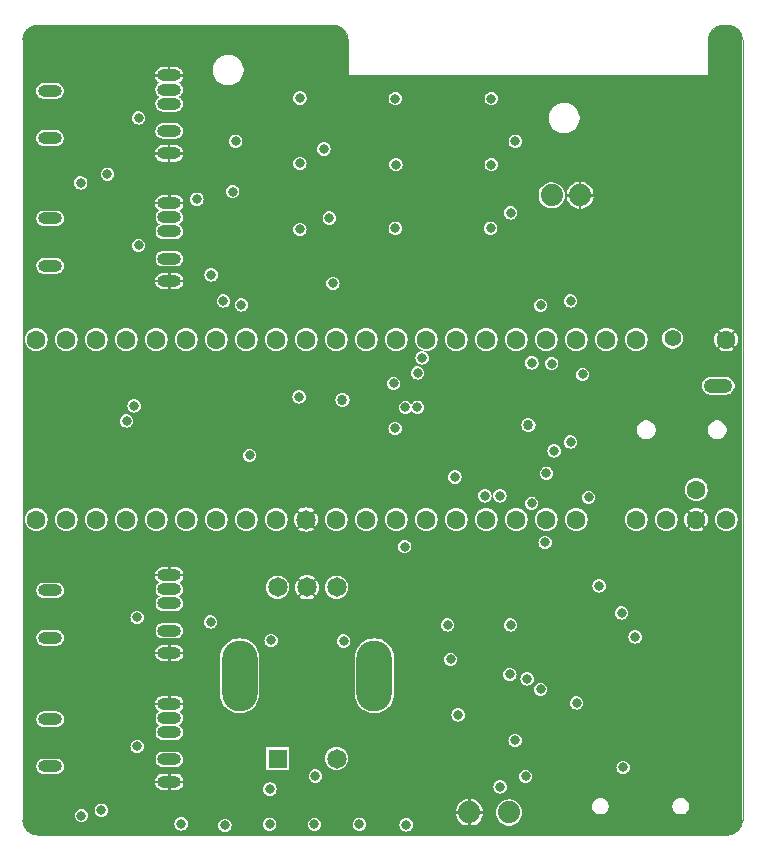
<source format=gbr>
%TF.GenerationSoftware,KiCad,Pcbnew,8.0.1*%
%TF.CreationDate,2025-01-16T17:49:12-07:00*%
%TF.ProjectId,WDM_RevB_v3,57444d5f-5265-4764-925f-76332e6b6963,rev?*%
%TF.SameCoordinates,Original*%
%TF.FileFunction,Copper,L2,Inr*%
%TF.FilePolarity,Positive*%
%FSLAX46Y46*%
G04 Gerber Fmt 4.6, Leading zero omitted, Abs format (unit mm)*
G04 Created by KiCad (PCBNEW 8.0.1) date 2025-01-16 17:49:12*
%MOMM*%
%LPD*%
G01*
G04 APERTURE LIST*
%TA.AperFunction,ComponentPad*%
%ADD10C,1.600000*%
%TD*%
%TA.AperFunction,ComponentPad*%
%ADD11C,1.650000*%
%TD*%
%TA.AperFunction,ComponentPad*%
%ADD12R,1.650000X1.650000*%
%TD*%
%TA.AperFunction,ComponentPad*%
%ADD13O,3.000000X6.000000*%
%TD*%
%TA.AperFunction,ComponentPad*%
%ADD14C,1.879600*%
%TD*%
%TA.AperFunction,ComponentPad*%
%ADD15O,2.416000X1.208000*%
%TD*%
%TA.AperFunction,ComponentPad*%
%ADD16O,2.000000X1.000000*%
%TD*%
%TA.AperFunction,ComponentPad*%
%ADD17C,0.908000*%
%TD*%
%TA.AperFunction,ViaPad*%
%ADD18C,0.800000*%
%TD*%
%TA.AperFunction,ViaPad*%
%ADD19C,2.406400*%
%TD*%
%TA.AperFunction,ViaPad*%
%ADD20C,1.406400*%
%TD*%
%TA.AperFunction,ViaPad*%
%ADD21C,0.856400*%
%TD*%
%TA.AperFunction,Profile*%
%ADD22C,0.100000*%
%TD*%
G04 APERTURE END LIST*
D10*
%TO.N,+5V*%
%TO.C,J2*%
X146014424Y-87214014D03*
%TO.N,/trackPin_4*%
X138394424Y-71974014D03*
%TO.N,/trackPin_3*%
X135854424Y-71974014D03*
%TO.N,/trackLEDPin_4*%
X133314424Y-71974014D03*
%TO.N,/trackLEDPin_3*%
X130774424Y-71974014D03*
%TO.N,/Pin6*%
X128234424Y-71974014D03*
%TO.N,/Pin7*%
X125694424Y-71974014D03*
%TO.N,/Pin8*%
X123154424Y-71974014D03*
%TO.N,unconnected-(J2-9_OUT1C-Pad9)*%
X120614424Y-71974014D03*
%TO.N,unconnected-(J2-10_CS_MQSR-Pad10)*%
X118074424Y-71974014D03*
%TO.N,/Pin11*%
X115534424Y-71974014D03*
%TO.N,/Pin12*%
X112994424Y-71974014D03*
%TO.N,/Pin13*%
X112994424Y-87214014D03*
%TO.N,unconnected-(J2-14_A0_TX3_SPDIF_OUT-Pad14)*%
X115534424Y-87214014D03*
%TO.N,/trackLEDPin_1*%
X118074424Y-87214014D03*
%TO.N,/pushRotaryPin*%
X120614424Y-87214014D03*
%TO.N,/trackLEDPin_2*%
X123154424Y-87214014D03*
%TO.N,/SDA*%
X125694424Y-87214014D03*
%TO.N,/SCL*%
X128234424Y-87214014D03*
%TO.N,/Pin20*%
X130774424Y-87214014D03*
%TO.N,/Pin21*%
X133314424Y-87214014D03*
%TO.N,/Pin23*%
X138394424Y-87214014D03*
%TO.N,/ECHOPin*%
X107914424Y-71974014D03*
%TO.N,/startPin*%
X105374424Y-71974014D03*
%TO.N,unconnected-(J2-26_A12_MOSI1-Pad26)*%
X102834424Y-71974014D03*
%TO.N,/clockTrigPin*%
X100294424Y-71974014D03*
%TO.N,/trackPin_1*%
X97754424Y-71974014D03*
%TO.N,/trackPin_2*%
X95214424Y-71974014D03*
%TO.N,unconnected-(J2-30_CRX3-Pad30)*%
X92674424Y-71974014D03*
%TO.N,/undoPin*%
X90134424Y-71974014D03*
%TO.N,/RECPin*%
X87594424Y-71974014D03*
%TO.N,/optAPin*%
X87594424Y-87214014D03*
%TO.N,/optBPin*%
X90134424Y-87214014D03*
%TO.N,unconnected-(J2-35_TX8-Pad35)*%
X92674424Y-87214014D03*
%TO.N,/\u00A0RECLEDPin*%
X95214424Y-87214014D03*
%TO.N,/PLAYledPin*%
X97754424Y-87214014D03*
%TO.N,/ FSRpin_1_A14*%
X100294424Y-87214014D03*
%TO.N,/ FSRpin_2_A15*%
X102834424Y-87214014D03*
%TO.N,/ FSRpin_3_A16*%
X105374424Y-87214014D03*
%TO.N,/ FSRpin_4_A17*%
X107914424Y-87214014D03*
%TO.N,VBUS*%
X143474424Y-84674014D03*
%TO.N,GND*%
X146014424Y-71974014D03*
X143474424Y-87214014D03*
D11*
X110454424Y-87214014D03*
D10*
%TO.N,+3V3*%
X110454424Y-71974014D03*
X140934424Y-87214014D03*
%TD*%
D12*
%TO.N,Net-(EN_1-Pad1)*%
%TO.C,EN_1*%
X108030000Y-107450000D03*
D11*
%TO.N,/pushRotaryPin*%
X113030000Y-107450000D03*
%TO.N,/optAPin*%
X108030000Y-92950000D03*
%TO.N,/optBPin*%
X113030000Y-92950000D03*
%TO.N,GND*%
X110530000Y-92950000D03*
D13*
%TO.N,N/C*%
X104830000Y-100450000D03*
X116230000Y-100450000D03*
%TD*%
D14*
%TO.N,VLIPO*%
%TO.C,J4*%
X127635000Y-112014000D03*
%TD*%
D15*
%TO.N,unconnected-(J15-SHIELD-PadS1)*%
%TO.C,J15*%
X145347000Y-75879000D03*
%TD*%
D16*
%TO.N,GND*%
%TO.C,J11*%
X98873000Y-91918000D03*
%TO.N,/ FSRpin_3_A16*%
X98873000Y-94318000D03*
%TO.N,+3V3*%
X98873000Y-93118000D03*
%TO.N,GND*%
X98873000Y-98518000D03*
%TO.N,/ FSRpin_3_A16*%
X98873000Y-96618000D03*
%TO.N,unconnected-(J11-SHIELD-PadS1)*%
X88773000Y-97218000D03*
%TO.N,unconnected-(J11-SHIELD__1-PadS2)*%
X88773000Y-93218000D03*
%TD*%
D14*
%TO.N,Net-(C19-Pad2)*%
%TO.C,MIC1*%
X131240200Y-59766200D03*
%TO.N,GND*%
X133650200Y-59766200D03*
%TD*%
D17*
%TO.N,GND*%
%TO.C,U1*%
X141918000Y-97495000D03*
X142818000Y-96595000D03*
X141018000Y-96595000D03*
X141018000Y-98395000D03*
X142818000Y-98395000D03*
%TD*%
D14*
%TO.N,GND*%
%TO.C,J5*%
X124282200Y-112014000D03*
%TD*%
D16*
%TO.N,GND*%
%TO.C,J6*%
X98873000Y-60422000D03*
%TO.N,/ FSRpin_2_A15*%
X98873000Y-62822000D03*
%TO.N,+3V3*%
X98873000Y-61622000D03*
%TO.N,GND*%
X98873000Y-67022000D03*
%TO.N,/ FSRpin_2_A15*%
X98873000Y-65122000D03*
%TO.N,unconnected-(J6-SHIELD-PadS1)*%
X88773000Y-65722000D03*
%TO.N,unconnected-(J6-SHIELD__1-PadS2)*%
X88773000Y-61722000D03*
%TD*%
%TO.N,GND*%
%TO.C,J3*%
X98858500Y-49607750D03*
%TO.N,/ FSRpin_1_A14*%
X98858500Y-52007750D03*
%TO.N,+3V3*%
X98858500Y-50807750D03*
%TO.N,GND*%
X98858500Y-56207750D03*
%TO.N,/ FSRpin_1_A14*%
X98858500Y-54307750D03*
%TO.N,unconnected-(J3-SHIELD-PadS1)*%
X88758500Y-54907750D03*
%TO.N,unconnected-(J3-SHIELD__1-PadS2)*%
X88758500Y-50907750D03*
%TD*%
%TO.N,GND*%
%TO.C,J7*%
X98873000Y-102820750D03*
%TO.N,/ FSRpin_4_A17*%
X98873000Y-105220750D03*
%TO.N,+3V3*%
X98873000Y-104020750D03*
%TO.N,GND*%
X98873000Y-109420750D03*
%TO.N,/ FSRpin_4_A17*%
X98873000Y-107520750D03*
%TO.N,unconnected-(J7-SHIELD-PadS1)*%
X88773000Y-108120750D03*
%TO.N,unconnected-(J7-SHIELD__1-PadS2)*%
X88773000Y-104120750D03*
%TD*%
D18*
%TO.N,V_Batt*%
X128143000Y-105918000D03*
X133350000Y-102743000D03*
%TO.N,VBUS*%
X122424608Y-96139000D03*
X129159000Y-100711000D03*
X127762000Y-96139000D03*
%TO.N,VLIPO*%
X126873000Y-109855000D03*
X127695000Y-100330000D03*
%TO.N,/optAPin*%
X107484746Y-97446641D03*
%TO.N,/optBPin*%
X113631546Y-97497441D03*
%TO.N,/VDDA*%
X117983000Y-79502000D03*
%TO.N,/pushRotaryPin*%
X118795800Y-89509600D03*
%TO.N,/trackPin_3*%
X127762000Y-61239400D03*
%TO.N,/trackPin_4*%
X128160346Y-55181041D03*
%TO.N,/Pin6*%
X95250000Y-78867000D03*
X109855000Y-76835000D03*
%TO.N,/Pin11*%
X105664000Y-81788000D03*
%TO.N,/Pin12*%
X95885000Y-77597000D03*
%TO.N,/trackLEDPin_2*%
X111243946Y-108927441D03*
%TO.N,/trackLEDPin_1*%
X107383146Y-110045041D03*
%TO.N,/Pin20*%
X130802212Y-83301007D03*
%TO.N,/Pin23*%
X134366000Y-85344000D03*
%TO.N,/clockTrigPin*%
X104978200Y-69037200D03*
X112717146Y-67220641D03*
%TO.N,/trackPin_2*%
X102412800Y-66497200D03*
X111955146Y-55841441D03*
%TO.N,/trackPin_1*%
X112412346Y-61683441D03*
X103454200Y-68707000D03*
%TO.N,/undoPin*%
X93624400Y-57962800D03*
X104487546Y-55181041D03*
%TO.N,/RECPin*%
X104233546Y-59448241D03*
X91363800Y-58699400D03*
%TO.N,/\u00A0RECLEDPin*%
X91427919Y-112284268D03*
%TO.N,/PLAYledPin*%
X93108346Y-111823041D03*
%TO.N,/ FSRpin_1_A14*%
X96266000Y-53213000D03*
%TO.N,/ FSRpin_2_A15*%
X96266000Y-64008000D03*
%TO.N,/ FSRpin_3_A16*%
X96139000Y-95504000D03*
%TO.N,/ FSRpin_4_A17*%
X96139000Y-106426000D03*
%TO.N,GND*%
X132588000Y-97282000D03*
X142760700Y-112890300D03*
D19*
X124325212Y-79491007D03*
D18*
X115714346Y-61886641D03*
X143176024Y-60303976D03*
X132715000Y-106934000D03*
X118872000Y-110236000D03*
X144907000Y-112268000D03*
X131638000Y-68387000D03*
X137668000Y-92329000D03*
X92599000Y-96631000D03*
X117390746Y-107098641D03*
X116197212Y-83555007D03*
X92583000Y-105156000D03*
X92456000Y-54483000D03*
X120650000Y-95504000D03*
X138219919Y-67398082D03*
X115663546Y-67373041D03*
X135763000Y-68732400D03*
X103623946Y-107301841D03*
X135102600Y-100253800D03*
X111125000Y-111455200D03*
X109516746Y-102933041D03*
X121277212Y-73268007D03*
X107738746Y-56603441D03*
X121150212Y-81904007D03*
X103471546Y-110502241D03*
X107789546Y-61937441D03*
X130675212Y-79502000D03*
X96105546Y-46875241D03*
X121823000Y-107950000D03*
X138303000Y-69723000D03*
X92456000Y-62738000D03*
X138573000Y-60960000D03*
X145542000Y-99314000D03*
X97409000Y-84074000D03*
X117289146Y-92569841D03*
X123943946Y-62039041D03*
X128389212Y-84190007D03*
X127881212Y-78420000D03*
X87376000Y-74295000D03*
X141478000Y-89662000D03*
X120896212Y-78094007D03*
X97663000Y-76708000D03*
X123994746Y-56400241D03*
X138573000Y-63373000D03*
X121785212Y-82539007D03*
X90187346Y-46875241D03*
X132461000Y-98933000D03*
X142328900Y-100672900D03*
X113919000Y-83682007D03*
X127563712Y-84444007D03*
X87520346Y-83171841D03*
X127635000Y-93980000D03*
X118922800Y-111531400D03*
X115917546Y-56501841D03*
X125958600Y-110744000D03*
X109211946Y-100914641D03*
D20*
X125730000Y-98425000D03*
D18*
X111379000Y-81788000D03*
X103251000Y-83058000D03*
X120594712Y-80438500D03*
X103471546Y-111772241D03*
X127889000Y-104394000D03*
X120887445Y-85233881D03*
X111802746Y-100965441D03*
X131064000Y-106680000D03*
X107771548Y-66915841D03*
X125958600Y-113334800D03*
X102963546Y-92519041D03*
X129794000Y-112903000D03*
X111099600Y-110261400D03*
X132588000Y-79502000D03*
X123893146Y-67423841D03*
%TO.N,Net-(U6-HP_VGND)*%
X131445000Y-81407000D03*
X130683000Y-89154000D03*
%TO.N,Net-(U6-HP_R)*%
X132842000Y-80645000D03*
X129540000Y-85852000D03*
%TO.N,Net-(U6-HP_L)*%
X133858000Y-74930000D03*
X117856000Y-75692000D03*
%TO.N,Net-(U6-I2S_DOUT)*%
X126865212Y-85206007D03*
X120269000Y-73533000D03*
X118864212Y-77724000D03*
%TO.N,Net-(U6-I2S_DIN)*%
X119888000Y-74803000D03*
X119880212Y-77713007D03*
X125595212Y-85206007D03*
%TO.N,/ENABLE*%
X138303000Y-97155000D03*
X137287000Y-108204000D03*
%TO.N,Net-(R6-Pad1)*%
X129032000Y-108966000D03*
X130302000Y-101600000D03*
%TO.N,Net-(D2-PadC)*%
X137160000Y-95123000D03*
%TO.N,Net-(D3-PadC)*%
X135255000Y-92837000D03*
%TO.N,/VPCC(TP)*%
X123317000Y-103759000D03*
X122682000Y-99060000D03*
%TO.N,Net-(R15-Pad2)*%
X109923146Y-51523441D03*
%TO.N,Net-(R16-Pad2)*%
X109923146Y-57060641D03*
%TO.N,Net-(R17-Pad2)*%
X118000346Y-51574241D03*
%TO.N,Net-(R19-Pad2)*%
X118051146Y-57162241D03*
%TO.N,Net-(R20-Pad2)*%
X126077546Y-62547041D03*
%TO.N,Net-(R22-Pad2)*%
X109923146Y-62648641D03*
%TO.N,Net-(R24-Pad2)*%
X118000346Y-62547041D03*
%TO.N,Net-(R25-Pad2)*%
X126128346Y-51574241D03*
%TO.N,Net-(R26-Pad2)*%
X126128346Y-57162241D03*
%TO.N,Net-(D5-PadC)*%
X99872800Y-112979200D03*
%TO.N,+3V3*%
X102362000Y-95885000D03*
D20*
X141478000Y-71882000D03*
D21*
X113530212Y-77078007D03*
D18*
X101193600Y-60096400D03*
D21*
X129278212Y-79237007D03*
D18*
%TO.N,+1V8*%
X123055212Y-83612830D03*
%TO.N,Net-(D6-PadC)*%
X103581200Y-113106200D03*
%TO.N,Net-(D7-PadC)*%
X107365800Y-113004600D03*
%TO.N,Net-(D8-PadC)*%
X111150400Y-113030000D03*
%TO.N,Net-(D9-PadC)*%
X114960400Y-113004600D03*
%TO.N,Net-(D10-PadC)*%
X118922800Y-113055400D03*
%TO.N,Net-(U6-MIC)*%
X130302000Y-69088000D03*
X129565400Y-73939400D03*
%TO.N,Net-(U6-MIC_BIAS)*%
X131241800Y-74015600D03*
X132842000Y-68707000D03*
%TD*%
%TA.AperFunction,Conductor*%
%TO.N,GND*%
G36*
X112743992Y-45376854D02*
G01*
X112934319Y-45391840D01*
X112940050Y-45392748D01*
X113124186Y-45436963D01*
X113124265Y-45436982D01*
X113129802Y-45438782D01*
X113304812Y-45511281D01*
X113309999Y-45513924D01*
X113471522Y-45612912D01*
X113476226Y-45616330D01*
X113602595Y-45724267D01*
X113620275Y-45739368D01*
X113624391Y-45743484D01*
X113747415Y-45887537D01*
X113750837Y-45892247D01*
X113849816Y-46053778D01*
X113852458Y-46058965D01*
X113924946Y-46233981D01*
X113926745Y-46239519D01*
X113970961Y-46423722D01*
X113971872Y-46429471D01*
X113978891Y-46518685D01*
X113986121Y-46610592D01*
X113986932Y-46620894D01*
X113987046Y-46623804D01*
X113987046Y-49531679D01*
X113987046Y-49552803D01*
X114001984Y-49567741D01*
X114001985Y-49567741D01*
X144503107Y-49567741D01*
X144503108Y-49567741D01*
X144518046Y-49552803D01*
X144518046Y-49552801D01*
X144520870Y-49545985D01*
X144521053Y-49546060D01*
X144526000Y-49534117D01*
X144526000Y-46521595D01*
X144526114Y-46518685D01*
X144533133Y-46429461D01*
X144534044Y-46423714D01*
X144559449Y-46317887D01*
X144578266Y-46239498D01*
X144580064Y-46233967D01*
X144625631Y-46123956D01*
X144652561Y-46058935D01*
X144655203Y-46053752D01*
X144754190Y-45892215D01*
X144757602Y-45887519D01*
X144880649Y-45743449D01*
X144884753Y-45739345D01*
X145028822Y-45616299D01*
X145033519Y-45612888D01*
X145195060Y-45513898D01*
X145200239Y-45511259D01*
X145375280Y-45438758D01*
X145380798Y-45436965D01*
X145565023Y-45392743D01*
X145570764Y-45391833D01*
X145761160Y-45376854D01*
X145764068Y-45376741D01*
X145770830Y-45376741D01*
X146142081Y-45376741D01*
X146144992Y-45376854D01*
X146335319Y-45391840D01*
X146341050Y-45392748D01*
X146525186Y-45436963D01*
X146525265Y-45436982D01*
X146530802Y-45438782D01*
X146705812Y-45511281D01*
X146710999Y-45513924D01*
X146872522Y-45612912D01*
X146877226Y-45616330D01*
X147003595Y-45724267D01*
X147021275Y-45739368D01*
X147025391Y-45743484D01*
X147148415Y-45887537D01*
X147151837Y-45892247D01*
X147250816Y-46053778D01*
X147253458Y-46058965D01*
X147325946Y-46233981D01*
X147327745Y-46239519D01*
X147371961Y-46423722D01*
X147372872Y-46429471D01*
X147379891Y-46518685D01*
X147387121Y-46610592D01*
X147387932Y-46620894D01*
X147388046Y-46623804D01*
X147388046Y-112659776D01*
X147387932Y-112662688D01*
X147372948Y-112853010D01*
X147372037Y-112858760D01*
X147327807Y-113042969D01*
X147326008Y-113048505D01*
X147253509Y-113223527D01*
X147250866Y-113228714D01*
X147151880Y-113390241D01*
X147148458Y-113394951D01*
X147025424Y-113539005D01*
X147021308Y-113543121D01*
X146877255Y-113666155D01*
X146872545Y-113669577D01*
X146711018Y-113768564D01*
X146705831Y-113771207D01*
X146530810Y-113843707D01*
X146525274Y-113845506D01*
X146341065Y-113889736D01*
X146335315Y-113890647D01*
X146145057Y-113905627D01*
X146142145Y-113905741D01*
X87725005Y-113905741D01*
X87722096Y-113905627D01*
X87707603Y-113904486D01*
X87531763Y-113890654D01*
X87526013Y-113889743D01*
X87341794Y-113845522D01*
X87336258Y-113843723D01*
X87161232Y-113771233D01*
X87156044Y-113768591D01*
X86994500Y-113669604D01*
X86989791Y-113666182D01*
X86845723Y-113543146D01*
X86841609Y-113539032D01*
X86718566Y-113394977D01*
X86715145Y-113390269D01*
X86710832Y-113383232D01*
X86616150Y-113228735D01*
X86613507Y-113223548D01*
X86541003Y-113048524D01*
X86539203Y-113042987D01*
X86523887Y-112979200D01*
X99301412Y-112979200D01*
X99320882Y-113127086D01*
X99373487Y-113254089D01*
X99377965Y-113264898D01*
X99468763Y-113383226D01*
X99468768Y-113383232D01*
X99468772Y-113383235D01*
X99468773Y-113383236D01*
X99587101Y-113474034D01*
X99587103Y-113474034D01*
X99587106Y-113474037D01*
X99724914Y-113531118D01*
X99872800Y-113550588D01*
X100020686Y-113531118D01*
X100158494Y-113474037D01*
X100276832Y-113383232D01*
X100367637Y-113264894D01*
X100424718Y-113127086D01*
X100427468Y-113106200D01*
X103009812Y-113106200D01*
X103029282Y-113254086D01*
X103085678Y-113390241D01*
X103086365Y-113391898D01*
X103177163Y-113510226D01*
X103177168Y-113510232D01*
X103177172Y-113510235D01*
X103177173Y-113510236D01*
X103295501Y-113601034D01*
X103295503Y-113601034D01*
X103295506Y-113601037D01*
X103433314Y-113658118D01*
X103581200Y-113677588D01*
X103729086Y-113658118D01*
X103866894Y-113601037D01*
X103985232Y-113510232D01*
X104076037Y-113391894D01*
X104133118Y-113254086D01*
X104152588Y-113106200D01*
X104139212Y-113004600D01*
X106794412Y-113004600D01*
X106813882Y-113152486D01*
X106813882Y-113152488D01*
X106813883Y-113152489D01*
X106816396Y-113158555D01*
X106855965Y-113254086D01*
X106870965Y-113290298D01*
X106961763Y-113408626D01*
X106961768Y-113408632D01*
X106961772Y-113408635D01*
X106961773Y-113408636D01*
X107080101Y-113499434D01*
X107080103Y-113499434D01*
X107080106Y-113499437D01*
X107217914Y-113556518D01*
X107365800Y-113575988D01*
X107513686Y-113556518D01*
X107651494Y-113499437D01*
X107769832Y-113408632D01*
X107860637Y-113290294D01*
X107917718Y-113152486D01*
X107933844Y-113030000D01*
X110579012Y-113030000D01*
X110598482Y-113177886D01*
X110598482Y-113177888D01*
X110598483Y-113177889D01*
X110655565Y-113315698D01*
X110746363Y-113434026D01*
X110746368Y-113434032D01*
X110746372Y-113434035D01*
X110746373Y-113434036D01*
X110864701Y-113524834D01*
X110864703Y-113524834D01*
X110864706Y-113524837D01*
X111002514Y-113581918D01*
X111150400Y-113601388D01*
X111298286Y-113581918D01*
X111436094Y-113524837D01*
X111554432Y-113434032D01*
X111645237Y-113315694D01*
X111702318Y-113177886D01*
X111721788Y-113030000D01*
X111718444Y-113004600D01*
X114389012Y-113004600D01*
X114408482Y-113152486D01*
X114408482Y-113152488D01*
X114408483Y-113152489D01*
X114410996Y-113158555D01*
X114450565Y-113254086D01*
X114465565Y-113290298D01*
X114556363Y-113408626D01*
X114556368Y-113408632D01*
X114556372Y-113408635D01*
X114556373Y-113408636D01*
X114674701Y-113499434D01*
X114674703Y-113499434D01*
X114674706Y-113499437D01*
X114812514Y-113556518D01*
X114960400Y-113575988D01*
X115108286Y-113556518D01*
X115246094Y-113499437D01*
X115364432Y-113408632D01*
X115455237Y-113290294D01*
X115512318Y-113152486D01*
X115525100Y-113055400D01*
X118351412Y-113055400D01*
X118370882Y-113203286D01*
X118370882Y-113203288D01*
X118370883Y-113203289D01*
X118381414Y-113228714D01*
X118427602Y-113340223D01*
X118427965Y-113341098D01*
X118518763Y-113459426D01*
X118518768Y-113459432D01*
X118518772Y-113459435D01*
X118518773Y-113459436D01*
X118637101Y-113550234D01*
X118637103Y-113550234D01*
X118637106Y-113550237D01*
X118774914Y-113607318D01*
X118922800Y-113626788D01*
X119070686Y-113607318D01*
X119208494Y-113550237D01*
X119326832Y-113459432D01*
X119417637Y-113341094D01*
X119474718Y-113203286D01*
X119494188Y-113055400D01*
X119474718Y-112907514D01*
X119417637Y-112769706D01*
X119417634Y-112769703D01*
X119417634Y-112769701D01*
X119326836Y-112651373D01*
X119326835Y-112651372D01*
X119326832Y-112651368D01*
X119326827Y-112651364D01*
X119326826Y-112651363D01*
X119208498Y-112560565D01*
X119208494Y-112560563D01*
X119085850Y-112509763D01*
X119070689Y-112503483D01*
X119070688Y-112503482D01*
X119070686Y-112503482D01*
X118922800Y-112484012D01*
X118774914Y-112503482D01*
X118774912Y-112503482D01*
X118774910Y-112503483D01*
X118637101Y-112560565D01*
X118518773Y-112651363D01*
X118518763Y-112651373D01*
X118427965Y-112769701D01*
X118370883Y-112907510D01*
X118370882Y-112907512D01*
X118370882Y-112907514D01*
X118351412Y-113055400D01*
X115525100Y-113055400D01*
X115531788Y-113004600D01*
X115512318Y-112856714D01*
X115455237Y-112718906D01*
X115455234Y-112718903D01*
X115455234Y-112718901D01*
X115364436Y-112600573D01*
X115364435Y-112600572D01*
X115364432Y-112600568D01*
X115364427Y-112600564D01*
X115364426Y-112600563D01*
X115246098Y-112509765D01*
X115246094Y-112509763D01*
X115122603Y-112458612D01*
X115108289Y-112452683D01*
X115108288Y-112452682D01*
X115108286Y-112452682D01*
X114960400Y-112433212D01*
X114812514Y-112452682D01*
X114812512Y-112452682D01*
X114812510Y-112452683D01*
X114674701Y-112509765D01*
X114556373Y-112600563D01*
X114556363Y-112600573D01*
X114465565Y-112718901D01*
X114408483Y-112856710D01*
X114408482Y-112856712D01*
X114408482Y-112856714D01*
X114389012Y-113004600D01*
X111718444Y-113004600D01*
X111702318Y-112882114D01*
X111645237Y-112744306D01*
X111645234Y-112744303D01*
X111645234Y-112744301D01*
X111554436Y-112625973D01*
X111554435Y-112625972D01*
X111554432Y-112625968D01*
X111554427Y-112625964D01*
X111554426Y-112625963D01*
X111436098Y-112535165D01*
X111436094Y-112535163D01*
X111312603Y-112484012D01*
X111298289Y-112478083D01*
X111298288Y-112478082D01*
X111298286Y-112478082D01*
X111150400Y-112458612D01*
X111002514Y-112478082D01*
X111002512Y-112478082D01*
X111002510Y-112478083D01*
X110864701Y-112535165D01*
X110746373Y-112625963D01*
X110746363Y-112625973D01*
X110655565Y-112744301D01*
X110598483Y-112882110D01*
X110598482Y-112882112D01*
X110598482Y-112882114D01*
X110579012Y-113030000D01*
X107933844Y-113030000D01*
X107937188Y-113004600D01*
X107917718Y-112856714D01*
X107860637Y-112718906D01*
X107860634Y-112718903D01*
X107860634Y-112718901D01*
X107769836Y-112600573D01*
X107769835Y-112600572D01*
X107769832Y-112600568D01*
X107769827Y-112600564D01*
X107769826Y-112600563D01*
X107651498Y-112509765D01*
X107651494Y-112509763D01*
X107528003Y-112458612D01*
X107513689Y-112452683D01*
X107513688Y-112452682D01*
X107513686Y-112452682D01*
X107365800Y-112433212D01*
X107217914Y-112452682D01*
X107217912Y-112452682D01*
X107217910Y-112452683D01*
X107080101Y-112509765D01*
X106961773Y-112600563D01*
X106961763Y-112600573D01*
X106870965Y-112718901D01*
X106813883Y-112856710D01*
X106813882Y-112856712D01*
X106813882Y-112856714D01*
X106794412Y-113004600D01*
X104139212Y-113004600D01*
X104133118Y-112958314D01*
X104076037Y-112820506D01*
X104076034Y-112820503D01*
X104076034Y-112820501D01*
X103985236Y-112702173D01*
X103985235Y-112702172D01*
X103985232Y-112702168D01*
X103985227Y-112702164D01*
X103985226Y-112702163D01*
X103866898Y-112611365D01*
X103866894Y-112611363D01*
X103766951Y-112569966D01*
X103729089Y-112554283D01*
X103729088Y-112554282D01*
X103729086Y-112554282D01*
X103581200Y-112534812D01*
X103433314Y-112554282D01*
X103433312Y-112554282D01*
X103433310Y-112554283D01*
X103295501Y-112611365D01*
X103177173Y-112702163D01*
X103177163Y-112702173D01*
X103086365Y-112820501D01*
X103029283Y-112958310D01*
X103029282Y-112958312D01*
X103029282Y-112958314D01*
X103009812Y-113106200D01*
X100427468Y-113106200D01*
X100444188Y-112979200D01*
X100424718Y-112831314D01*
X100367637Y-112693506D01*
X100367634Y-112693503D01*
X100367634Y-112693501D01*
X100276836Y-112575173D01*
X100276835Y-112575172D01*
X100276832Y-112575168D01*
X100276827Y-112575164D01*
X100276826Y-112575163D01*
X100158498Y-112484365D01*
X100158494Y-112484363D01*
X100035003Y-112433212D01*
X100020689Y-112427283D01*
X100020688Y-112427282D01*
X100020686Y-112427282D01*
X99872800Y-112407812D01*
X99724914Y-112427282D01*
X99724912Y-112427282D01*
X99724910Y-112427283D01*
X99587101Y-112484365D01*
X99468773Y-112575163D01*
X99468763Y-112575173D01*
X99377965Y-112693501D01*
X99320883Y-112831310D01*
X99320882Y-112831312D01*
X99320882Y-112831314D01*
X99301412Y-112979200D01*
X86523887Y-112979200D01*
X86520385Y-112964615D01*
X86494967Y-112858759D01*
X86494059Y-112853028D01*
X86479158Y-112663769D01*
X86479045Y-112660906D01*
X86479045Y-112652955D01*
X86479044Y-112652953D01*
X86478739Y-112652013D01*
X86476924Y-112640551D01*
X86476924Y-112284268D01*
X90856531Y-112284268D01*
X90876001Y-112432154D01*
X90926587Y-112554282D01*
X90933084Y-112569966D01*
X91023882Y-112688294D01*
X91023887Y-112688300D01*
X91023891Y-112688303D01*
X91023892Y-112688304D01*
X91142220Y-112779102D01*
X91142222Y-112779102D01*
X91142225Y-112779105D01*
X91280033Y-112836186D01*
X91427919Y-112855656D01*
X91575805Y-112836186D01*
X91713613Y-112779105D01*
X91831951Y-112688300D01*
X91922756Y-112569962D01*
X91979837Y-112432154D01*
X91999307Y-112284268D01*
X91979837Y-112136382D01*
X91922756Y-111998574D01*
X91922753Y-111998571D01*
X91922753Y-111998569D01*
X91831955Y-111880241D01*
X91831954Y-111880240D01*
X91831951Y-111880236D01*
X91831946Y-111880232D01*
X91831945Y-111880231D01*
X91757415Y-111823041D01*
X92536958Y-111823041D01*
X92556428Y-111970927D01*
X92556428Y-111970929D01*
X92556429Y-111970930D01*
X92574269Y-112014000D01*
X92611040Y-112102775D01*
X92613511Y-112108739D01*
X92704309Y-112227067D01*
X92704314Y-112227073D01*
X92704318Y-112227076D01*
X92704319Y-112227077D01*
X92822647Y-112317875D01*
X92822649Y-112317875D01*
X92822652Y-112317878D01*
X92960460Y-112374959D01*
X93108346Y-112394429D01*
X93256232Y-112374959D01*
X93394040Y-112317878D01*
X93512378Y-112227073D01*
X93598222Y-112115200D01*
X123144484Y-112115200D01*
X123154638Y-112224779D01*
X123212568Y-112428376D01*
X123306922Y-112617866D01*
X123434490Y-112786795D01*
X123590917Y-112929396D01*
X123590918Y-112929397D01*
X123770896Y-113040835D01*
X123968279Y-113117301D01*
X123968292Y-113117304D01*
X124176361Y-113156200D01*
X124180999Y-113156200D01*
X124181000Y-113156199D01*
X124181000Y-112512804D01*
X124215320Y-112522000D01*
X124349080Y-112522000D01*
X124383400Y-112512804D01*
X124383400Y-113156199D01*
X124383401Y-113156200D01*
X124388039Y-113156200D01*
X124596107Y-113117304D01*
X124596120Y-113117301D01*
X124793503Y-113040835D01*
X124973481Y-112929397D01*
X124973482Y-112929396D01*
X125129909Y-112786795D01*
X125257477Y-112617866D01*
X125351831Y-112428376D01*
X125409761Y-112224779D01*
X125419916Y-112115200D01*
X124781004Y-112115200D01*
X124790200Y-112080880D01*
X124790200Y-112014000D01*
X126523961Y-112014000D01*
X126542879Y-112218153D01*
X126598987Y-112415354D01*
X126690376Y-112598887D01*
X126761825Y-112693501D01*
X126813934Y-112762505D01*
X126965444Y-112900624D01*
X126965445Y-112900625D01*
X126965447Y-112900626D01*
X126965449Y-112900628D01*
X127139767Y-113008561D01*
X127330950Y-113082626D01*
X127532486Y-113120300D01*
X127532487Y-113120300D01*
X127737513Y-113120300D01*
X127737514Y-113120300D01*
X127939050Y-113082626D01*
X128130233Y-113008561D01*
X128304551Y-112900628D01*
X128429420Y-112786795D01*
X128456065Y-112762505D01*
X128456065Y-112762504D01*
X128456068Y-112762502D01*
X128579624Y-112598887D01*
X128671013Y-112415354D01*
X128727121Y-112218153D01*
X128746039Y-112014000D01*
X128727121Y-111809847D01*
X128671013Y-111612646D01*
X128640316Y-111550998D01*
X134670500Y-111550998D01*
X134697418Y-111686322D01*
X134697419Y-111686324D01*
X134697420Y-111686328D01*
X134750225Y-111813811D01*
X134826886Y-111928542D01*
X134924458Y-112026114D01*
X135039189Y-112102775D01*
X135166672Y-112155580D01*
X135166676Y-112155580D01*
X135166677Y-112155581D01*
X135302001Y-112182499D01*
X135302003Y-112182499D01*
X135302007Y-112182500D01*
X135302010Y-112182500D01*
X135439990Y-112182500D01*
X135439993Y-112182500D01*
X135575328Y-112155580D01*
X135702811Y-112102775D01*
X135817542Y-112026114D01*
X135915114Y-111928542D01*
X135991775Y-111813811D01*
X136044580Y-111686328D01*
X136071499Y-111550998D01*
X141470500Y-111550998D01*
X141497418Y-111686322D01*
X141497419Y-111686324D01*
X141497420Y-111686328D01*
X141550225Y-111813811D01*
X141626886Y-111928542D01*
X141724458Y-112026114D01*
X141839189Y-112102775D01*
X141966672Y-112155580D01*
X141966676Y-112155580D01*
X141966677Y-112155581D01*
X142102001Y-112182499D01*
X142102003Y-112182499D01*
X142102007Y-112182500D01*
X142102010Y-112182500D01*
X142239990Y-112182500D01*
X142239993Y-112182500D01*
X142375328Y-112155580D01*
X142502811Y-112102775D01*
X142617542Y-112026114D01*
X142715114Y-111928542D01*
X142791775Y-111813811D01*
X142844580Y-111686328D01*
X142871500Y-111550993D01*
X142871500Y-111413007D01*
X142870928Y-111410133D01*
X142844581Y-111277677D01*
X142844580Y-111277676D01*
X142844580Y-111277672D01*
X142791775Y-111150189D01*
X142715114Y-111035458D01*
X142617542Y-110937886D01*
X142502811Y-110861225D01*
X142375328Y-110808420D01*
X142375324Y-110808419D01*
X142375322Y-110808418D01*
X142239998Y-110781500D01*
X142239993Y-110781500D01*
X142102007Y-110781500D01*
X142102001Y-110781500D01*
X141966677Y-110808418D01*
X141966675Y-110808419D01*
X141966673Y-110808419D01*
X141966672Y-110808420D01*
X141839189Y-110861225D01*
X141724458Y-110937886D01*
X141626886Y-111035458D01*
X141550225Y-111150189D01*
X141508198Y-111251653D01*
X141497419Y-111277675D01*
X141497418Y-111277677D01*
X141470500Y-111413001D01*
X141470500Y-111550998D01*
X136071499Y-111550998D01*
X136071500Y-111550993D01*
X136071500Y-111413007D01*
X136070928Y-111410133D01*
X136044581Y-111277677D01*
X136044580Y-111277676D01*
X136044580Y-111277672D01*
X135991775Y-111150189D01*
X135915114Y-111035458D01*
X135817542Y-110937886D01*
X135702811Y-110861225D01*
X135575328Y-110808420D01*
X135575324Y-110808419D01*
X135575322Y-110808418D01*
X135439998Y-110781500D01*
X135439993Y-110781500D01*
X135302007Y-110781500D01*
X135302001Y-110781500D01*
X135166677Y-110808418D01*
X135166675Y-110808419D01*
X135166673Y-110808419D01*
X135166672Y-110808420D01*
X135039189Y-110861225D01*
X134924458Y-110937886D01*
X134826886Y-111035458D01*
X134750225Y-111150189D01*
X134708198Y-111251653D01*
X134697419Y-111277675D01*
X134697418Y-111277677D01*
X134670500Y-111413001D01*
X134670500Y-111550998D01*
X128640316Y-111550998D01*
X128579624Y-111429113D01*
X128456068Y-111265498D01*
X128456065Y-111265494D01*
X128304555Y-111127375D01*
X128304554Y-111127374D01*
X128130232Y-111019438D01*
X127939053Y-110945375D01*
X127939051Y-110945374D01*
X127939050Y-110945374D01*
X127939042Y-110945372D01*
X127939040Y-110945372D01*
X127856132Y-110929873D01*
X127737514Y-110907700D01*
X127532486Y-110907700D01*
X127457817Y-110921658D01*
X127330959Y-110945372D01*
X127330946Y-110945375D01*
X127139767Y-111019438D01*
X126965445Y-111127374D01*
X126965444Y-111127375D01*
X126813934Y-111265494D01*
X126690376Y-111429113D01*
X126598987Y-111612645D01*
X126542879Y-111809845D01*
X126542131Y-111817919D01*
X126523961Y-112014000D01*
X124790200Y-112014000D01*
X124790200Y-111947120D01*
X124781004Y-111912800D01*
X125419915Y-111912800D01*
X125409761Y-111803220D01*
X125351831Y-111599623D01*
X125257477Y-111410133D01*
X125129909Y-111241204D01*
X124973482Y-111098603D01*
X124973481Y-111098602D01*
X124793503Y-110987164D01*
X124596120Y-110910698D01*
X124596107Y-110910695D01*
X124388039Y-110871800D01*
X124383401Y-110871800D01*
X124383400Y-110871801D01*
X124383400Y-111515195D01*
X124349080Y-111506000D01*
X124215320Y-111506000D01*
X124181000Y-111515195D01*
X124181000Y-110871801D01*
X124180999Y-110871800D01*
X124176361Y-110871800D01*
X123968292Y-110910695D01*
X123968279Y-110910698D01*
X123770896Y-110987164D01*
X123590918Y-111098602D01*
X123590917Y-111098603D01*
X123434490Y-111241204D01*
X123306922Y-111410133D01*
X123212568Y-111599623D01*
X123154638Y-111803220D01*
X123144484Y-111912800D01*
X123783396Y-111912800D01*
X123774200Y-111947120D01*
X123774200Y-112080880D01*
X123783396Y-112115200D01*
X123144484Y-112115200D01*
X93598222Y-112115200D01*
X93603183Y-112108735D01*
X93660264Y-111970927D01*
X93679734Y-111823041D01*
X93660264Y-111675155D01*
X93603183Y-111537347D01*
X93603180Y-111537344D01*
X93603180Y-111537342D01*
X93512382Y-111419014D01*
X93512381Y-111419013D01*
X93512378Y-111419009D01*
X93512373Y-111419005D01*
X93512372Y-111419004D01*
X93394044Y-111328206D01*
X93394040Y-111328204D01*
X93272055Y-111277677D01*
X93256235Y-111271124D01*
X93256234Y-111271123D01*
X93256232Y-111271123D01*
X93108346Y-111251653D01*
X92960460Y-111271123D01*
X92960458Y-111271123D01*
X92960456Y-111271124D01*
X92822647Y-111328206D01*
X92704319Y-111419004D01*
X92704309Y-111419014D01*
X92613511Y-111537342D01*
X92556429Y-111675151D01*
X92556428Y-111675153D01*
X92556428Y-111675155D01*
X92536958Y-111823041D01*
X91757415Y-111823041D01*
X91713617Y-111789433D01*
X91713613Y-111789431D01*
X91632884Y-111755992D01*
X91575808Y-111732351D01*
X91575807Y-111732350D01*
X91575805Y-111732350D01*
X91427919Y-111712880D01*
X91280033Y-111732350D01*
X91280031Y-111732350D01*
X91280029Y-111732351D01*
X91142220Y-111789433D01*
X91023892Y-111880231D01*
X91023882Y-111880241D01*
X90933084Y-111998569D01*
X90876002Y-112136378D01*
X90876001Y-112136380D01*
X90876001Y-112136382D01*
X90856531Y-112284268D01*
X86476924Y-112284268D01*
X86476924Y-109521950D01*
X97676968Y-109521950D01*
X97697589Y-109625625D01*
X97697591Y-109625629D01*
X97750540Y-109753459D01*
X97827410Y-109868503D01*
X97925246Y-109966339D01*
X98040290Y-110043209D01*
X98168120Y-110096158D01*
X98168122Y-110096159D01*
X98303813Y-110123149D01*
X98303823Y-110123150D01*
X98771799Y-110123150D01*
X98771800Y-110123149D01*
X98771800Y-109720750D01*
X98974200Y-109720750D01*
X98974200Y-110123149D01*
X98974201Y-110123150D01*
X99442177Y-110123150D01*
X99442186Y-110123149D01*
X99577877Y-110096159D01*
X99577879Y-110096158D01*
X99701286Y-110045041D01*
X106811758Y-110045041D01*
X106831228Y-110192927D01*
X106831228Y-110192929D01*
X106831229Y-110192930D01*
X106888311Y-110330739D01*
X106979109Y-110449067D01*
X106979114Y-110449073D01*
X106979118Y-110449076D01*
X106979119Y-110449077D01*
X107097447Y-110539875D01*
X107097449Y-110539875D01*
X107097452Y-110539878D01*
X107235260Y-110596959D01*
X107383146Y-110616429D01*
X107531032Y-110596959D01*
X107668840Y-110539878D01*
X107787178Y-110449073D01*
X107877983Y-110330735D01*
X107935064Y-110192927D01*
X107954534Y-110045041D01*
X107935064Y-109897155D01*
X107917603Y-109855000D01*
X126301612Y-109855000D01*
X126321082Y-110002886D01*
X126321082Y-110002888D01*
X126321083Y-110002889D01*
X126378165Y-110140698D01*
X126468963Y-110259026D01*
X126468968Y-110259032D01*
X126468972Y-110259035D01*
X126468973Y-110259036D01*
X126587301Y-110349834D01*
X126587303Y-110349834D01*
X126587306Y-110349837D01*
X126725114Y-110406918D01*
X126873000Y-110426388D01*
X127020886Y-110406918D01*
X127158694Y-110349837D01*
X127277032Y-110259032D01*
X127367837Y-110140694D01*
X127424918Y-110002886D01*
X127444388Y-109855000D01*
X127424918Y-109707114D01*
X127367837Y-109569306D01*
X127367834Y-109569303D01*
X127367834Y-109569301D01*
X127277036Y-109450973D01*
X127277035Y-109450972D01*
X127277032Y-109450968D01*
X127277027Y-109450964D01*
X127277026Y-109450963D01*
X127158698Y-109360165D01*
X127158694Y-109360163D01*
X127060642Y-109319549D01*
X127020889Y-109303083D01*
X127020888Y-109303082D01*
X127020886Y-109303082D01*
X126873000Y-109283612D01*
X126725114Y-109303082D01*
X126725112Y-109303082D01*
X126725110Y-109303083D01*
X126587301Y-109360165D01*
X126468973Y-109450963D01*
X126468963Y-109450973D01*
X126378165Y-109569301D01*
X126321083Y-109707110D01*
X126321082Y-109707112D01*
X126321082Y-109707114D01*
X126301612Y-109855000D01*
X107917603Y-109855000D01*
X107877983Y-109759347D01*
X107877980Y-109759344D01*
X107877980Y-109759342D01*
X107787182Y-109641014D01*
X107787181Y-109641013D01*
X107787178Y-109641009D01*
X107787173Y-109641005D01*
X107787172Y-109641004D01*
X107668844Y-109550206D01*
X107668840Y-109550204D01*
X107544808Y-109498829D01*
X107531035Y-109493124D01*
X107531034Y-109493123D01*
X107531032Y-109493123D01*
X107383146Y-109473653D01*
X107235260Y-109493123D01*
X107235258Y-109493123D01*
X107235256Y-109493124D01*
X107097447Y-109550206D01*
X106979119Y-109641004D01*
X106979109Y-109641014D01*
X106888311Y-109759342D01*
X106831229Y-109897151D01*
X106831228Y-109897153D01*
X106831228Y-109897155D01*
X106811758Y-110045041D01*
X99701286Y-110045041D01*
X99705709Y-110043209D01*
X99820753Y-109966339D01*
X99918589Y-109868503D01*
X99995459Y-109753459D01*
X100048408Y-109625629D01*
X100048410Y-109625625D01*
X100069031Y-109521950D01*
X99556467Y-109521950D01*
X99573000Y-109460246D01*
X99573000Y-109381254D01*
X99556467Y-109319550D01*
X100069031Y-109319550D01*
X100069031Y-109319549D01*
X100048410Y-109215874D01*
X100048408Y-109215870D01*
X99995459Y-109088040D01*
X99918589Y-108972996D01*
X99873034Y-108927441D01*
X110672558Y-108927441D01*
X110692028Y-109075327D01*
X110692028Y-109075329D01*
X110692029Y-109075330D01*
X110749111Y-109213139D01*
X110830764Y-109319549D01*
X110839914Y-109331473D01*
X110839918Y-109331476D01*
X110839919Y-109331477D01*
X110958247Y-109422275D01*
X110958249Y-109422275D01*
X110958252Y-109422278D01*
X111096060Y-109479359D01*
X111243946Y-109498829D01*
X111391832Y-109479359D01*
X111529640Y-109422278D01*
X111647978Y-109331473D01*
X111738783Y-109213135D01*
X111795864Y-109075327D01*
X111810257Y-108966000D01*
X128460612Y-108966000D01*
X128480082Y-109113886D01*
X128522324Y-109215870D01*
X128537165Y-109251698D01*
X128627963Y-109370026D01*
X128627968Y-109370032D01*
X128627972Y-109370035D01*
X128627973Y-109370036D01*
X128746301Y-109460834D01*
X128746303Y-109460834D01*
X128746306Y-109460837D01*
X128884114Y-109517918D01*
X129032000Y-109537388D01*
X129179886Y-109517918D01*
X129317694Y-109460837D01*
X129436032Y-109370032D01*
X129526837Y-109251694D01*
X129583918Y-109113886D01*
X129603388Y-108966000D01*
X129583918Y-108818114D01*
X129526837Y-108680306D01*
X129526834Y-108680303D01*
X129526834Y-108680301D01*
X129436036Y-108561973D01*
X129436035Y-108561972D01*
X129436032Y-108561968D01*
X129436027Y-108561964D01*
X129436026Y-108561963D01*
X129317698Y-108471165D01*
X129317694Y-108471163D01*
X129222758Y-108431840D01*
X129179889Y-108414083D01*
X129179888Y-108414082D01*
X129179886Y-108414082D01*
X129032000Y-108394612D01*
X128884114Y-108414082D01*
X128884112Y-108414082D01*
X128884110Y-108414083D01*
X128746301Y-108471165D01*
X128627973Y-108561963D01*
X128627963Y-108561973D01*
X128537165Y-108680301D01*
X128480083Y-108818110D01*
X128480082Y-108818112D01*
X128480082Y-108818114D01*
X128460612Y-108966000D01*
X111810257Y-108966000D01*
X111815334Y-108927441D01*
X111795864Y-108779555D01*
X111738783Y-108641747D01*
X111738780Y-108641744D01*
X111738780Y-108641742D01*
X111647982Y-108523414D01*
X111647981Y-108523413D01*
X111647978Y-108523409D01*
X111647973Y-108523405D01*
X111647972Y-108523404D01*
X111529644Y-108432606D01*
X111529640Y-108432604D01*
X111448911Y-108399165D01*
X111391835Y-108375524D01*
X111391834Y-108375523D01*
X111391832Y-108375523D01*
X111243946Y-108356053D01*
X111096060Y-108375523D01*
X111096058Y-108375523D01*
X111096056Y-108375524D01*
X110958247Y-108432606D01*
X110839919Y-108523404D01*
X110839909Y-108523414D01*
X110749111Y-108641742D01*
X110692029Y-108779551D01*
X110692028Y-108779553D01*
X110692028Y-108779555D01*
X110672558Y-108927441D01*
X99873034Y-108927441D01*
X99820753Y-108875160D01*
X99705709Y-108798290D01*
X99577879Y-108745341D01*
X99577877Y-108745340D01*
X99442186Y-108718350D01*
X98974201Y-108718350D01*
X98974200Y-108718351D01*
X98974200Y-109120750D01*
X98771800Y-109120750D01*
X98771800Y-108718351D01*
X98771799Y-108718350D01*
X98303813Y-108718350D01*
X98168122Y-108745340D01*
X98168120Y-108745341D01*
X98040290Y-108798290D01*
X97925246Y-108875160D01*
X97827410Y-108972996D01*
X97750540Y-109088040D01*
X97697591Y-109215870D01*
X97697589Y-109215874D01*
X97676968Y-109319549D01*
X97676969Y-109319550D01*
X98189533Y-109319550D01*
X98173000Y-109381254D01*
X98173000Y-109460246D01*
X98189533Y-109521950D01*
X97676968Y-109521950D01*
X86476924Y-109521950D01*
X86476924Y-108186400D01*
X87606500Y-108186400D01*
X87632111Y-108315155D01*
X87632112Y-108315157D01*
X87632113Y-108315161D01*
X87682355Y-108436456D01*
X87682356Y-108436458D01*
X87682357Y-108436459D01*
X87740455Y-108523409D01*
X87755296Y-108545619D01*
X87848131Y-108638454D01*
X87957294Y-108711395D01*
X88078589Y-108761637D01*
X88078593Y-108761637D01*
X88078594Y-108761638D01*
X88207349Y-108787249D01*
X88207351Y-108787249D01*
X88207355Y-108787250D01*
X88207358Y-108787250D01*
X89338642Y-108787250D01*
X89338645Y-108787250D01*
X89467411Y-108761637D01*
X89588706Y-108711395D01*
X89697869Y-108638454D01*
X89790704Y-108545619D01*
X89863645Y-108436456D01*
X89913887Y-108315161D01*
X89918612Y-108291405D01*
X107038500Y-108291405D01*
X107048159Y-108339963D01*
X107048161Y-108339967D01*
X107068533Y-108370455D01*
X107084960Y-108395040D01*
X107140035Y-108431840D01*
X107163242Y-108436456D01*
X107188594Y-108441499D01*
X107188596Y-108441499D01*
X107188600Y-108441500D01*
X107188603Y-108441500D01*
X108871397Y-108441500D01*
X108871400Y-108441500D01*
X108919965Y-108431840D01*
X108975040Y-108395040D01*
X109011840Y-108339965D01*
X109021500Y-108291400D01*
X109021500Y-107450004D01*
X112033703Y-107450004D01*
X112052846Y-107644367D01*
X112052846Y-107644368D01*
X112109539Y-107831257D01*
X112109542Y-107831266D01*
X112201609Y-108003513D01*
X112325512Y-108154488D01*
X112476487Y-108278391D01*
X112648734Y-108370458D01*
X112792543Y-108414082D01*
X112835632Y-108427153D01*
X113029996Y-108446297D01*
X113030000Y-108446297D01*
X113030004Y-108446297D01*
X113185494Y-108430981D01*
X113224368Y-108427153D01*
X113411266Y-108370458D01*
X113583513Y-108278391D01*
X113674158Y-108204000D01*
X136715612Y-108204000D01*
X136735082Y-108351886D01*
X136735082Y-108351888D01*
X136735083Y-108351889D01*
X136744873Y-108375524D01*
X136784487Y-108471163D01*
X136792165Y-108489698D01*
X136847621Y-108561968D01*
X136882968Y-108608032D01*
X136882972Y-108608035D01*
X136882973Y-108608036D01*
X137001301Y-108698834D01*
X137001303Y-108698834D01*
X137001306Y-108698837D01*
X137139114Y-108755918D01*
X137287000Y-108775388D01*
X137434886Y-108755918D01*
X137572694Y-108698837D01*
X137691032Y-108608032D01*
X137781837Y-108489694D01*
X137838918Y-108351886D01*
X137858388Y-108204000D01*
X137838918Y-108056114D01*
X137781837Y-107918306D01*
X137781834Y-107918303D01*
X137781834Y-107918301D01*
X137691036Y-107799973D01*
X137691035Y-107799972D01*
X137691032Y-107799968D01*
X137691027Y-107799964D01*
X137691026Y-107799963D01*
X137572698Y-107709165D01*
X137572694Y-107709163D01*
X137491965Y-107675724D01*
X137434889Y-107652083D01*
X137434888Y-107652082D01*
X137434886Y-107652082D01*
X137287000Y-107632612D01*
X137139114Y-107652082D01*
X137139112Y-107652082D01*
X137139110Y-107652083D01*
X137001301Y-107709165D01*
X136882973Y-107799963D01*
X136882963Y-107799973D01*
X136792165Y-107918301D01*
X136735083Y-108056110D01*
X136735082Y-108056112D01*
X136735082Y-108056114D01*
X136715612Y-108204000D01*
X113674158Y-108204000D01*
X113734488Y-108154488D01*
X113858391Y-108003513D01*
X113950458Y-107831266D01*
X114007153Y-107644368D01*
X114011223Y-107603043D01*
X114026297Y-107450004D01*
X114026297Y-107449995D01*
X114007153Y-107255632D01*
X114007153Y-107255631D01*
X113950460Y-107068742D01*
X113950458Y-107068734D01*
X113858391Y-106896487D01*
X113734488Y-106745512D01*
X113583513Y-106621609D01*
X113411266Y-106529542D01*
X113411259Y-106529539D01*
X113411257Y-106529539D01*
X113224367Y-106472846D01*
X113030004Y-106453703D01*
X113029996Y-106453703D01*
X112835632Y-106472846D01*
X112835631Y-106472846D01*
X112648742Y-106529539D01*
X112648736Y-106529541D01*
X112648734Y-106529542D01*
X112648731Y-106529543D01*
X112648730Y-106529544D01*
X112476490Y-106621607D01*
X112476486Y-106621610D01*
X112325513Y-106745511D01*
X112325511Y-106745513D01*
X112201610Y-106896486D01*
X112201607Y-106896490D01*
X112109544Y-107068730D01*
X112109539Y-107068742D01*
X112052846Y-107255631D01*
X112052846Y-107255632D01*
X112033703Y-107449995D01*
X112033703Y-107450004D01*
X109021500Y-107450004D01*
X109021500Y-106608600D01*
X109011840Y-106560035D01*
X108975040Y-106504960D01*
X108951735Y-106489388D01*
X108919967Y-106468161D01*
X108919963Y-106468159D01*
X108871405Y-106458500D01*
X108871400Y-106458500D01*
X107188600Y-106458500D01*
X107188594Y-106458500D01*
X107140036Y-106468159D01*
X107140032Y-106468161D01*
X107084962Y-106504958D01*
X107084958Y-106504962D01*
X107048161Y-106560032D01*
X107048159Y-106560036D01*
X107038500Y-106608594D01*
X107038500Y-108291405D01*
X89918612Y-108291405D01*
X89939500Y-108186395D01*
X89939500Y-108055105D01*
X89913887Y-107926339D01*
X89863645Y-107805044D01*
X89790704Y-107695881D01*
X89697869Y-107603046D01*
X89672956Y-107586400D01*
X97706500Y-107586400D01*
X97732111Y-107715155D01*
X97732112Y-107715157D01*
X97732113Y-107715161D01*
X97782355Y-107836456D01*
X97782356Y-107836458D01*
X97782357Y-107836459D01*
X97842416Y-107926344D01*
X97855296Y-107945619D01*
X97948131Y-108038454D01*
X98057294Y-108111395D01*
X98178589Y-108161637D01*
X98178593Y-108161637D01*
X98178594Y-108161638D01*
X98307349Y-108187249D01*
X98307351Y-108187249D01*
X98307355Y-108187250D01*
X98307358Y-108187250D01*
X99438642Y-108187250D01*
X99438645Y-108187250D01*
X99567411Y-108161637D01*
X99688706Y-108111395D01*
X99797869Y-108038454D01*
X99890704Y-107945619D01*
X99963645Y-107836456D01*
X100013887Y-107715161D01*
X100039500Y-107586395D01*
X100039500Y-107455105D01*
X100038485Y-107450004D01*
X100013888Y-107326344D01*
X100013887Y-107326343D01*
X100013887Y-107326339D01*
X99963645Y-107205044D01*
X99890704Y-107095881D01*
X99797869Y-107003046D01*
X99789401Y-106997388D01*
X99688709Y-106930107D01*
X99688708Y-106930106D01*
X99688706Y-106930105D01*
X99567411Y-106879863D01*
X99567407Y-106879862D01*
X99567405Y-106879861D01*
X99438650Y-106854250D01*
X99438645Y-106854250D01*
X98307355Y-106854250D01*
X98307349Y-106854250D01*
X98178594Y-106879861D01*
X98178592Y-106879862D01*
X98178590Y-106879862D01*
X98178589Y-106879863D01*
X98057294Y-106930105D01*
X98057292Y-106930105D01*
X98057290Y-106930107D01*
X97948134Y-107003043D01*
X97855293Y-107095884D01*
X97782357Y-107205040D01*
X97732112Y-107326342D01*
X97732111Y-107326344D01*
X97706500Y-107455099D01*
X97706500Y-107586400D01*
X89672956Y-107586400D01*
X89672949Y-107586395D01*
X89588709Y-107530107D01*
X89588708Y-107530106D01*
X89588706Y-107530105D01*
X89467411Y-107479863D01*
X89467407Y-107479862D01*
X89467405Y-107479861D01*
X89338650Y-107454250D01*
X89338645Y-107454250D01*
X88207355Y-107454250D01*
X88207349Y-107454250D01*
X88078594Y-107479861D01*
X88078592Y-107479862D01*
X88078590Y-107479862D01*
X88078589Y-107479863D01*
X87957294Y-107530105D01*
X87957292Y-107530105D01*
X87957290Y-107530107D01*
X87848134Y-107603043D01*
X87755293Y-107695884D01*
X87682357Y-107805040D01*
X87682355Y-107805042D01*
X87682355Y-107805044D01*
X87632113Y-107926339D01*
X87632112Y-107926342D01*
X87632111Y-107926344D01*
X87606500Y-108055099D01*
X87606500Y-108186400D01*
X86476924Y-108186400D01*
X86476924Y-106426000D01*
X95567612Y-106426000D01*
X95587082Y-106573886D01*
X95587082Y-106573888D01*
X95587083Y-106573889D01*
X95644165Y-106711698D01*
X95734963Y-106830026D01*
X95734968Y-106830032D01*
X95734972Y-106830035D01*
X95734973Y-106830036D01*
X95853301Y-106920834D01*
X95853303Y-106920834D01*
X95853306Y-106920837D01*
X95991114Y-106977918D01*
X96139000Y-106997388D01*
X96286886Y-106977918D01*
X96424694Y-106920837D01*
X96543032Y-106830032D01*
X96633837Y-106711694D01*
X96690918Y-106573886D01*
X96710388Y-106426000D01*
X96690918Y-106278114D01*
X96633837Y-106140306D01*
X96633834Y-106140303D01*
X96633834Y-106140301D01*
X96543036Y-106021973D01*
X96543035Y-106021972D01*
X96543032Y-106021968D01*
X96543027Y-106021964D01*
X96543026Y-106021963D01*
X96424698Y-105931165D01*
X96424694Y-105931163D01*
X96392915Y-105918000D01*
X127571612Y-105918000D01*
X127591082Y-106065886D01*
X127591082Y-106065888D01*
X127591083Y-106065889D01*
X127648165Y-106203698D01*
X127738963Y-106322026D01*
X127738968Y-106322032D01*
X127738972Y-106322035D01*
X127738973Y-106322036D01*
X127857301Y-106412834D01*
X127857303Y-106412834D01*
X127857306Y-106412837D01*
X127995114Y-106469918D01*
X128143000Y-106489388D01*
X128290886Y-106469918D01*
X128428694Y-106412837D01*
X128547032Y-106322032D01*
X128637837Y-106203694D01*
X128694918Y-106065886D01*
X128714388Y-105918000D01*
X128694918Y-105770114D01*
X128637837Y-105632306D01*
X128637834Y-105632303D01*
X128637834Y-105632301D01*
X128547036Y-105513973D01*
X128547035Y-105513972D01*
X128547032Y-105513968D01*
X128547027Y-105513964D01*
X128547026Y-105513963D01*
X128428698Y-105423165D01*
X128428694Y-105423163D01*
X128347965Y-105389724D01*
X128290889Y-105366083D01*
X128290888Y-105366082D01*
X128290886Y-105366082D01*
X128143000Y-105346612D01*
X127995114Y-105366082D01*
X127995112Y-105366082D01*
X127995110Y-105366083D01*
X127857301Y-105423165D01*
X127738973Y-105513963D01*
X127738963Y-105513973D01*
X127648165Y-105632301D01*
X127591083Y-105770110D01*
X127591082Y-105770112D01*
X127591082Y-105770114D01*
X127571612Y-105918000D01*
X96392915Y-105918000D01*
X96318677Y-105887250D01*
X96286889Y-105874083D01*
X96286888Y-105874082D01*
X96286886Y-105874082D01*
X96139000Y-105854612D01*
X95991114Y-105874082D01*
X95991112Y-105874082D01*
X95991110Y-105874083D01*
X95853301Y-105931165D01*
X95734973Y-106021963D01*
X95734963Y-106021973D01*
X95644165Y-106140301D01*
X95587083Y-106278110D01*
X95587082Y-106278112D01*
X95587082Y-106278114D01*
X95567612Y-106426000D01*
X86476924Y-106426000D01*
X86476924Y-104186400D01*
X87606500Y-104186400D01*
X87632111Y-104315155D01*
X87632112Y-104315157D01*
X87632113Y-104315161D01*
X87682355Y-104436456D01*
X87682356Y-104436458D01*
X87682357Y-104436459D01*
X87750509Y-104538456D01*
X87755296Y-104545619D01*
X87848131Y-104638454D01*
X87957294Y-104711395D01*
X88078589Y-104761637D01*
X88078593Y-104761637D01*
X88078594Y-104761638D01*
X88207349Y-104787249D01*
X88207351Y-104787249D01*
X88207355Y-104787250D01*
X88207358Y-104787250D01*
X89338642Y-104787250D01*
X89338645Y-104787250D01*
X89467411Y-104761637D01*
X89588706Y-104711395D01*
X89697869Y-104638454D01*
X89790704Y-104545619D01*
X89863645Y-104436456D01*
X89913887Y-104315161D01*
X89939500Y-104186395D01*
X89939500Y-104055105D01*
X89913887Y-103926339D01*
X89863645Y-103805044D01*
X89790704Y-103695881D01*
X89697869Y-103603046D01*
X89687150Y-103595884D01*
X89588709Y-103530107D01*
X89588708Y-103530106D01*
X89588706Y-103530105D01*
X89467411Y-103479863D01*
X89467407Y-103479862D01*
X89467405Y-103479861D01*
X89338650Y-103454250D01*
X89338645Y-103454250D01*
X88207355Y-103454250D01*
X88207349Y-103454250D01*
X88078594Y-103479861D01*
X88078592Y-103479862D01*
X88078590Y-103479862D01*
X88078589Y-103479863D01*
X87957294Y-103530105D01*
X87957292Y-103530105D01*
X87957290Y-103530107D01*
X87848134Y-103603043D01*
X87755293Y-103695884D01*
X87682357Y-103805040D01*
X87682355Y-103805042D01*
X87682355Y-103805044D01*
X87632113Y-103926339D01*
X87632112Y-103926342D01*
X87632111Y-103926344D01*
X87606500Y-104055099D01*
X87606500Y-104186400D01*
X86476924Y-104186400D01*
X86476924Y-102921950D01*
X97676968Y-102921950D01*
X97697589Y-103025625D01*
X97697591Y-103025629D01*
X97750540Y-103153459D01*
X97827410Y-103268503D01*
X97925246Y-103366339D01*
X97992819Y-103411490D01*
X98008594Y-103435100D01*
X98003055Y-103462950D01*
X97992819Y-103473185D01*
X97948135Y-103503042D01*
X97855293Y-103595884D01*
X97782357Y-103705040D01*
X97782355Y-103705042D01*
X97782355Y-103705044D01*
X97740934Y-103805044D01*
X97732112Y-103826342D01*
X97732111Y-103826344D01*
X97706500Y-103955099D01*
X97706500Y-104086400D01*
X97732111Y-104215155D01*
X97732112Y-104215157D01*
X97732113Y-104215161D01*
X97782355Y-104336456D01*
X97855296Y-104445619D01*
X97948131Y-104538454D01*
X97948134Y-104538456D01*
X98025129Y-104589903D01*
X98040904Y-104613512D01*
X98035364Y-104641362D01*
X98025129Y-104651597D01*
X97948134Y-104703043D01*
X97855293Y-104795884D01*
X97782357Y-104905040D01*
X97732112Y-105026342D01*
X97732111Y-105026344D01*
X97706500Y-105155099D01*
X97706500Y-105286400D01*
X97732111Y-105415155D01*
X97732112Y-105415157D01*
X97732113Y-105415161D01*
X97782355Y-105536456D01*
X97855296Y-105645619D01*
X97948131Y-105738454D01*
X98057294Y-105811395D01*
X98178589Y-105861637D01*
X98178593Y-105861637D01*
X98178594Y-105861638D01*
X98307349Y-105887249D01*
X98307351Y-105887249D01*
X98307355Y-105887250D01*
X98307358Y-105887250D01*
X99438642Y-105887250D01*
X99438645Y-105887250D01*
X99567411Y-105861637D01*
X99688706Y-105811395D01*
X99797869Y-105738454D01*
X99890704Y-105645619D01*
X99963645Y-105536456D01*
X100013887Y-105415161D01*
X100039500Y-105286395D01*
X100039500Y-105155105D01*
X100013887Y-105026339D01*
X99963645Y-104905044D01*
X99890704Y-104795881D01*
X99797869Y-104703046D01*
X99720868Y-104651595D01*
X99705095Y-104627988D01*
X99710634Y-104600138D01*
X99720865Y-104589906D01*
X99797869Y-104538454D01*
X99890704Y-104445619D01*
X99963645Y-104336456D01*
X100013887Y-104215161D01*
X100039500Y-104086395D01*
X100039500Y-103955105D01*
X100013887Y-103826339D01*
X99985994Y-103759000D01*
X122745612Y-103759000D01*
X122765082Y-103906886D01*
X122765082Y-103906888D01*
X122765083Y-103906889D01*
X122822165Y-104044698D01*
X122912963Y-104163026D01*
X122912968Y-104163032D01*
X122912972Y-104163035D01*
X122912973Y-104163036D01*
X123031301Y-104253834D01*
X123031303Y-104253834D01*
X123031306Y-104253837D01*
X123169114Y-104310918D01*
X123317000Y-104330388D01*
X123464886Y-104310918D01*
X123602694Y-104253837D01*
X123721032Y-104163032D01*
X123811837Y-104044694D01*
X123868918Y-103906886D01*
X123888388Y-103759000D01*
X123868918Y-103611114D01*
X123811837Y-103473306D01*
X123811834Y-103473303D01*
X123811834Y-103473301D01*
X123721036Y-103354973D01*
X123721035Y-103354972D01*
X123721032Y-103354968D01*
X123721027Y-103354964D01*
X123721026Y-103354963D01*
X123602698Y-103264165D01*
X123602694Y-103264163D01*
X123521965Y-103230724D01*
X123464889Y-103207083D01*
X123464888Y-103207082D01*
X123464886Y-103207082D01*
X123317000Y-103187612D01*
X123169114Y-103207082D01*
X123169112Y-103207082D01*
X123169110Y-103207083D01*
X123031301Y-103264165D01*
X122912973Y-103354963D01*
X122912963Y-103354973D01*
X122822165Y-103473301D01*
X122765083Y-103611110D01*
X122765082Y-103611112D01*
X122765082Y-103611114D01*
X122745612Y-103759000D01*
X99985994Y-103759000D01*
X99963645Y-103705044D01*
X99890704Y-103595881D01*
X99797869Y-103503046D01*
X99797865Y-103503043D01*
X99753180Y-103473185D01*
X99737405Y-103449576D01*
X99742945Y-103421726D01*
X99753181Y-103411490D01*
X99820751Y-103366341D01*
X99918589Y-103268503D01*
X99995459Y-103153459D01*
X100048408Y-103025629D01*
X100048410Y-103025625D01*
X100069031Y-102921950D01*
X99556467Y-102921950D01*
X99573000Y-102860246D01*
X99573000Y-102781254D01*
X99556467Y-102719550D01*
X100069031Y-102719550D01*
X100069031Y-102719549D01*
X100048410Y-102615874D01*
X100048408Y-102615870D01*
X99995459Y-102488040D01*
X99918589Y-102372996D01*
X99820753Y-102275160D01*
X99705709Y-102198290D01*
X99577879Y-102145341D01*
X99577877Y-102145340D01*
X99442186Y-102118350D01*
X98974201Y-102118350D01*
X98974200Y-102118351D01*
X98974200Y-102520750D01*
X98771800Y-102520750D01*
X98771800Y-102118351D01*
X98771799Y-102118350D01*
X98303813Y-102118350D01*
X98168122Y-102145340D01*
X98168120Y-102145341D01*
X98040290Y-102198290D01*
X97925246Y-102275160D01*
X97827410Y-102372996D01*
X97750540Y-102488040D01*
X97697591Y-102615870D01*
X97697589Y-102615874D01*
X97676968Y-102719549D01*
X97676969Y-102719550D01*
X98189533Y-102719550D01*
X98173000Y-102781254D01*
X98173000Y-102860246D01*
X98189533Y-102921950D01*
X97676968Y-102921950D01*
X86476924Y-102921950D01*
X86476924Y-102059228D01*
X103163500Y-102059228D01*
X103175703Y-102151918D01*
X103192013Y-102275812D01*
X103192015Y-102275820D01*
X103248555Y-102486829D01*
X103248559Y-102486839D01*
X103332155Y-102688658D01*
X103441379Y-102877839D01*
X103441381Y-102877841D01*
X103441383Y-102877845D01*
X103574370Y-103051158D01*
X103728842Y-103205630D01*
X103902155Y-103338617D01*
X103902159Y-103338619D01*
X103902160Y-103338620D01*
X103930484Y-103354973D01*
X104091344Y-103447846D01*
X104293172Y-103531445D01*
X104504184Y-103587986D01*
X104720772Y-103616500D01*
X104720776Y-103616500D01*
X104939224Y-103616500D01*
X104939228Y-103616500D01*
X105155816Y-103587986D01*
X105366828Y-103531445D01*
X105568656Y-103447846D01*
X105757845Y-103338617D01*
X105931158Y-103205630D01*
X106085630Y-103051158D01*
X106218617Y-102877845D01*
X106327846Y-102688656D01*
X106411445Y-102486828D01*
X106467986Y-102275816D01*
X106496500Y-102059228D01*
X114563500Y-102059228D01*
X114575703Y-102151918D01*
X114592013Y-102275812D01*
X114592015Y-102275820D01*
X114648555Y-102486829D01*
X114648559Y-102486839D01*
X114732155Y-102688658D01*
X114841379Y-102877839D01*
X114841381Y-102877841D01*
X114841383Y-102877845D01*
X114974370Y-103051158D01*
X115128842Y-103205630D01*
X115302155Y-103338617D01*
X115302159Y-103338619D01*
X115302160Y-103338620D01*
X115330484Y-103354973D01*
X115491344Y-103447846D01*
X115693172Y-103531445D01*
X115904184Y-103587986D01*
X116120772Y-103616500D01*
X116120776Y-103616500D01*
X116339224Y-103616500D01*
X116339228Y-103616500D01*
X116555816Y-103587986D01*
X116766828Y-103531445D01*
X116968656Y-103447846D01*
X117157845Y-103338617D01*
X117331158Y-103205630D01*
X117485630Y-103051158D01*
X117618617Y-102877845D01*
X117696470Y-102743000D01*
X132778612Y-102743000D01*
X132798082Y-102890886D01*
X132853893Y-103025629D01*
X132855165Y-103028698D01*
X132945963Y-103147026D01*
X132945968Y-103147032D01*
X132945972Y-103147035D01*
X132945973Y-103147036D01*
X133064301Y-103237834D01*
X133064303Y-103237834D01*
X133064306Y-103237837D01*
X133202114Y-103294918D01*
X133350000Y-103314388D01*
X133497886Y-103294918D01*
X133635694Y-103237837D01*
X133754032Y-103147032D01*
X133844837Y-103028694D01*
X133901918Y-102890886D01*
X133921388Y-102743000D01*
X133901918Y-102595114D01*
X133844837Y-102457306D01*
X133844834Y-102457303D01*
X133844834Y-102457301D01*
X133754036Y-102338973D01*
X133754035Y-102338972D01*
X133754032Y-102338968D01*
X133754027Y-102338964D01*
X133754026Y-102338963D01*
X133635698Y-102248165D01*
X133635694Y-102248163D01*
X133515288Y-102198290D01*
X133497889Y-102191083D01*
X133497888Y-102191082D01*
X133497886Y-102191082D01*
X133350000Y-102171612D01*
X133202114Y-102191082D01*
X133202112Y-102191082D01*
X133202110Y-102191083D01*
X133064301Y-102248165D01*
X132945973Y-102338963D01*
X132945963Y-102338973D01*
X132855165Y-102457301D01*
X132798083Y-102595110D01*
X132798082Y-102595112D01*
X132798082Y-102595114D01*
X132778612Y-102743000D01*
X117696470Y-102743000D01*
X117727846Y-102688656D01*
X117811445Y-102486828D01*
X117867986Y-102275816D01*
X117896500Y-102059228D01*
X117896500Y-101600000D01*
X129730612Y-101600000D01*
X129750082Y-101747886D01*
X129750082Y-101747888D01*
X129750083Y-101747889D01*
X129807165Y-101885698D01*
X129897963Y-102004026D01*
X129897968Y-102004032D01*
X129897972Y-102004035D01*
X129897973Y-102004036D01*
X130016301Y-102094834D01*
X130016303Y-102094834D01*
X130016306Y-102094837D01*
X130154114Y-102151918D01*
X130302000Y-102171388D01*
X130449886Y-102151918D01*
X130587694Y-102094837D01*
X130706032Y-102004032D01*
X130796837Y-101885694D01*
X130853918Y-101747886D01*
X130873388Y-101600000D01*
X130853918Y-101452114D01*
X130796837Y-101314306D01*
X130796834Y-101314303D01*
X130796834Y-101314301D01*
X130706036Y-101195973D01*
X130706035Y-101195972D01*
X130706032Y-101195968D01*
X130706027Y-101195964D01*
X130706026Y-101195963D01*
X130587698Y-101105165D01*
X130587694Y-101105163D01*
X130506965Y-101071724D01*
X130449889Y-101048083D01*
X130449888Y-101048082D01*
X130449886Y-101048082D01*
X130302000Y-101028612D01*
X130154114Y-101048082D01*
X130154112Y-101048082D01*
X130154110Y-101048083D01*
X130016301Y-101105165D01*
X129897973Y-101195963D01*
X129897963Y-101195973D01*
X129807165Y-101314301D01*
X129750083Y-101452110D01*
X129750082Y-101452112D01*
X129750082Y-101452114D01*
X129730612Y-101600000D01*
X117896500Y-101600000D01*
X117896500Y-100330000D01*
X127123612Y-100330000D01*
X127143082Y-100477886D01*
X127143082Y-100477888D01*
X127143083Y-100477889D01*
X127200165Y-100615698D01*
X127290963Y-100734026D01*
X127290968Y-100734032D01*
X127290972Y-100734035D01*
X127290973Y-100734036D01*
X127409301Y-100824834D01*
X127409303Y-100824834D01*
X127409306Y-100824837D01*
X127547114Y-100881918D01*
X127695000Y-100901388D01*
X127842886Y-100881918D01*
X127980694Y-100824837D01*
X128099032Y-100734032D01*
X128116705Y-100711000D01*
X128587612Y-100711000D01*
X128607082Y-100858886D01*
X128607082Y-100858888D01*
X128607083Y-100858889D01*
X128664165Y-100996698D01*
X128754963Y-101115026D01*
X128754968Y-101115032D01*
X128754972Y-101115035D01*
X128754973Y-101115036D01*
X128873301Y-101205834D01*
X128873303Y-101205834D01*
X128873306Y-101205837D01*
X129011114Y-101262918D01*
X129159000Y-101282388D01*
X129306886Y-101262918D01*
X129444694Y-101205837D01*
X129563032Y-101115032D01*
X129653837Y-100996694D01*
X129710918Y-100858886D01*
X129730388Y-100711000D01*
X129710918Y-100563114D01*
X129653837Y-100425306D01*
X129653834Y-100425303D01*
X129653834Y-100425301D01*
X129563036Y-100306973D01*
X129563035Y-100306972D01*
X129563032Y-100306968D01*
X129563027Y-100306964D01*
X129563026Y-100306963D01*
X129444698Y-100216165D01*
X129444694Y-100216163D01*
X129362481Y-100182110D01*
X129306889Y-100159083D01*
X129306888Y-100159082D01*
X129306886Y-100159082D01*
X129159000Y-100139612D01*
X129011114Y-100159082D01*
X129011112Y-100159082D01*
X129011110Y-100159083D01*
X128873301Y-100216165D01*
X128754973Y-100306963D01*
X128754963Y-100306973D01*
X128664165Y-100425301D01*
X128607083Y-100563110D01*
X128607082Y-100563112D01*
X128607082Y-100563114D01*
X128587612Y-100711000D01*
X128116705Y-100711000D01*
X128189837Y-100615694D01*
X128246918Y-100477886D01*
X128266388Y-100330000D01*
X128246918Y-100182114D01*
X128189837Y-100044306D01*
X128189834Y-100044303D01*
X128189834Y-100044301D01*
X128099036Y-99925973D01*
X128099035Y-99925972D01*
X128099032Y-99925968D01*
X128099027Y-99925964D01*
X128099026Y-99925963D01*
X127980698Y-99835165D01*
X127980694Y-99835163D01*
X127899965Y-99801724D01*
X127842889Y-99778083D01*
X127842888Y-99778082D01*
X127842886Y-99778082D01*
X127695000Y-99758612D01*
X127547114Y-99778082D01*
X127547112Y-99778082D01*
X127547110Y-99778083D01*
X127409301Y-99835165D01*
X127290973Y-99925963D01*
X127290963Y-99925973D01*
X127200165Y-100044301D01*
X127143083Y-100182110D01*
X127143082Y-100182112D01*
X127143082Y-100182114D01*
X127123612Y-100330000D01*
X117896500Y-100330000D01*
X117896500Y-99060000D01*
X122110612Y-99060000D01*
X122130082Y-99207886D01*
X122130082Y-99207888D01*
X122130083Y-99207889D01*
X122187165Y-99345698D01*
X122277963Y-99464026D01*
X122277968Y-99464032D01*
X122277972Y-99464035D01*
X122277973Y-99464036D01*
X122396301Y-99554834D01*
X122396303Y-99554834D01*
X122396306Y-99554837D01*
X122534114Y-99611918D01*
X122682000Y-99631388D01*
X122829886Y-99611918D01*
X122967694Y-99554837D01*
X123086032Y-99464032D01*
X123176837Y-99345694D01*
X123233918Y-99207886D01*
X123253388Y-99060000D01*
X123233918Y-98912114D01*
X123176837Y-98774306D01*
X123176834Y-98774303D01*
X123176834Y-98774301D01*
X123086036Y-98655973D01*
X123086035Y-98655972D01*
X123086032Y-98655968D01*
X123086027Y-98655964D01*
X123086026Y-98655963D01*
X122967698Y-98565165D01*
X122967694Y-98565163D01*
X122886965Y-98531724D01*
X122829889Y-98508083D01*
X122829888Y-98508082D01*
X122829886Y-98508082D01*
X122682000Y-98488612D01*
X122534114Y-98508082D01*
X122534112Y-98508082D01*
X122534110Y-98508083D01*
X122396301Y-98565165D01*
X122277973Y-98655963D01*
X122277963Y-98655973D01*
X122187165Y-98774301D01*
X122130083Y-98912110D01*
X122130082Y-98912112D01*
X122130082Y-98912114D01*
X122110612Y-99060000D01*
X117896500Y-99060000D01*
X117896500Y-98840772D01*
X117867986Y-98624184D01*
X117811445Y-98413172D01*
X117727846Y-98211344D01*
X117618617Y-98022155D01*
X117485630Y-97848842D01*
X117331158Y-97694370D01*
X117157845Y-97561383D01*
X117157841Y-97561381D01*
X117157839Y-97561379D01*
X116968658Y-97452155D01*
X116766839Y-97368559D01*
X116766829Y-97368555D01*
X116555820Y-97312015D01*
X116555812Y-97312013D01*
X116453280Y-97298515D01*
X116339228Y-97283500D01*
X116120772Y-97283500D01*
X116019988Y-97296768D01*
X115904187Y-97312013D01*
X115904179Y-97312015D01*
X115693170Y-97368555D01*
X115693160Y-97368559D01*
X115491341Y-97452155D01*
X115302160Y-97561379D01*
X115128844Y-97694368D01*
X114974368Y-97848844D01*
X114841379Y-98022160D01*
X114732155Y-98211341D01*
X114648559Y-98413160D01*
X114648555Y-98413170D01*
X114592015Y-98624179D01*
X114592013Y-98624187D01*
X114581742Y-98702205D01*
X114563500Y-98840772D01*
X114563500Y-102059228D01*
X106496500Y-102059228D01*
X106496500Y-98840772D01*
X106467986Y-98624184D01*
X106411445Y-98413172D01*
X106327846Y-98211344D01*
X106218617Y-98022155D01*
X106085630Y-97848842D01*
X105931158Y-97694370D01*
X105757845Y-97561383D01*
X105757841Y-97561381D01*
X105757839Y-97561379D01*
X105568658Y-97452155D01*
X105555346Y-97446641D01*
X106913358Y-97446641D01*
X106932828Y-97594527D01*
X106987445Y-97726387D01*
X106989911Y-97732339D01*
X107080709Y-97850667D01*
X107080714Y-97850673D01*
X107080718Y-97850676D01*
X107080719Y-97850677D01*
X107199047Y-97941475D01*
X107199049Y-97941475D01*
X107199052Y-97941478D01*
X107336860Y-97998559D01*
X107484746Y-98018029D01*
X107632632Y-97998559D01*
X107770440Y-97941478D01*
X107888778Y-97850673D01*
X107979583Y-97732335D01*
X108036664Y-97594527D01*
X108049446Y-97497441D01*
X113060158Y-97497441D01*
X113079628Y-97645327D01*
X113079628Y-97645329D01*
X113079629Y-97645330D01*
X113136711Y-97783139D01*
X113214489Y-97884499D01*
X113227514Y-97901473D01*
X113227518Y-97901476D01*
X113227519Y-97901477D01*
X113345847Y-97992275D01*
X113345849Y-97992275D01*
X113345852Y-97992278D01*
X113483660Y-98049359D01*
X113631546Y-98068829D01*
X113779432Y-98049359D01*
X113917240Y-97992278D01*
X114035578Y-97901473D01*
X114126383Y-97783135D01*
X114183464Y-97645327D01*
X114202934Y-97497441D01*
X114183464Y-97349555D01*
X114126383Y-97211747D01*
X114126380Y-97211744D01*
X114126380Y-97211742D01*
X114082840Y-97155000D01*
X137731612Y-97155000D01*
X137751082Y-97302886D01*
X137796446Y-97412407D01*
X137808165Y-97440698D01*
X137898963Y-97559026D01*
X137898968Y-97559032D01*
X137898972Y-97559035D01*
X137898973Y-97559036D01*
X138017301Y-97649834D01*
X138017303Y-97649834D01*
X138017306Y-97649837D01*
X138155114Y-97706918D01*
X138303000Y-97726388D01*
X138450886Y-97706918D01*
X138588694Y-97649837D01*
X138594572Y-97645327D01*
X138600883Y-97640483D01*
X138707032Y-97559032D01*
X138797837Y-97440694D01*
X138854918Y-97302886D01*
X138874388Y-97155000D01*
X138854918Y-97007114D01*
X138797837Y-96869306D01*
X138797834Y-96869303D01*
X138797834Y-96869301D01*
X138707036Y-96750973D01*
X138707035Y-96750972D01*
X138707032Y-96750968D01*
X138707027Y-96750964D01*
X138707026Y-96750963D01*
X138588698Y-96660165D01*
X138588694Y-96660163D01*
X138507965Y-96626724D01*
X138450889Y-96603083D01*
X138450888Y-96603082D01*
X138450886Y-96603082D01*
X138303000Y-96583612D01*
X138155114Y-96603082D01*
X138155112Y-96603082D01*
X138155110Y-96603083D01*
X138017301Y-96660165D01*
X137898973Y-96750963D01*
X137898963Y-96750973D01*
X137808165Y-96869301D01*
X137751083Y-97007110D01*
X137751082Y-97007112D01*
X137751082Y-97007114D01*
X137731612Y-97155000D01*
X114082840Y-97155000D01*
X114035582Y-97093414D01*
X114035581Y-97093413D01*
X114035578Y-97093409D01*
X114035573Y-97093405D01*
X114035572Y-97093404D01*
X113917244Y-97002606D01*
X113917240Y-97002604D01*
X113794596Y-96951804D01*
X113779435Y-96945524D01*
X113779434Y-96945523D01*
X113779432Y-96945523D01*
X113631546Y-96926053D01*
X113483660Y-96945523D01*
X113483658Y-96945523D01*
X113483656Y-96945524D01*
X113345847Y-97002606D01*
X113227519Y-97093404D01*
X113227509Y-97093414D01*
X113136711Y-97211742D01*
X113079629Y-97349551D01*
X113079628Y-97349553D01*
X113079628Y-97349555D01*
X113060158Y-97497441D01*
X108049446Y-97497441D01*
X108056134Y-97446641D01*
X108036664Y-97298755D01*
X107979583Y-97160947D01*
X107979580Y-97160944D01*
X107979580Y-97160942D01*
X107888782Y-97042614D01*
X107888781Y-97042613D01*
X107888778Y-97042609D01*
X107888773Y-97042605D01*
X107888772Y-97042604D01*
X107770444Y-96951806D01*
X107770440Y-96951804D01*
X107689711Y-96918365D01*
X107632635Y-96894724D01*
X107632634Y-96894723D01*
X107632632Y-96894723D01*
X107484746Y-96875253D01*
X107336860Y-96894723D01*
X107336858Y-96894723D01*
X107336856Y-96894724D01*
X107199047Y-96951806D01*
X107080719Y-97042604D01*
X107080709Y-97042614D01*
X106989911Y-97160942D01*
X106932829Y-97298751D01*
X106932828Y-97298753D01*
X106932828Y-97298755D01*
X106913358Y-97446641D01*
X105555346Y-97446641D01*
X105366839Y-97368559D01*
X105366829Y-97368555D01*
X105155820Y-97312015D01*
X105155812Y-97312013D01*
X105053280Y-97298515D01*
X104939228Y-97283500D01*
X104720772Y-97283500D01*
X104619988Y-97296768D01*
X104504187Y-97312013D01*
X104504179Y-97312015D01*
X104293170Y-97368555D01*
X104293160Y-97368559D01*
X104091341Y-97452155D01*
X103902160Y-97561379D01*
X103728844Y-97694368D01*
X103574368Y-97848844D01*
X103441379Y-98022160D01*
X103332155Y-98211341D01*
X103248559Y-98413160D01*
X103248555Y-98413170D01*
X103192015Y-98624179D01*
X103192013Y-98624187D01*
X103181742Y-98702205D01*
X103163500Y-98840772D01*
X103163500Y-102059228D01*
X86476924Y-102059228D01*
X86476924Y-98619200D01*
X97676968Y-98619200D01*
X97697589Y-98722875D01*
X97697591Y-98722879D01*
X97750540Y-98850709D01*
X97827410Y-98965753D01*
X97925246Y-99063589D01*
X98040290Y-99140459D01*
X98168120Y-99193408D01*
X98168122Y-99193409D01*
X98303813Y-99220399D01*
X98303823Y-99220400D01*
X98771799Y-99220400D01*
X98771800Y-99220399D01*
X98771800Y-98818000D01*
X98974200Y-98818000D01*
X98974200Y-99220399D01*
X98974201Y-99220400D01*
X99442177Y-99220400D01*
X99442186Y-99220399D01*
X99577877Y-99193409D01*
X99577879Y-99193408D01*
X99705709Y-99140459D01*
X99820753Y-99063589D01*
X99918589Y-98965753D01*
X99995459Y-98850709D01*
X100048408Y-98722879D01*
X100048410Y-98722875D01*
X100069031Y-98619200D01*
X99556467Y-98619200D01*
X99573000Y-98557496D01*
X99573000Y-98478504D01*
X99556467Y-98416800D01*
X100069031Y-98416800D01*
X100069031Y-98416799D01*
X100048410Y-98313124D01*
X100048408Y-98313120D01*
X99995459Y-98185290D01*
X99918589Y-98070246D01*
X99820753Y-97972410D01*
X99705709Y-97895540D01*
X99577879Y-97842591D01*
X99577877Y-97842590D01*
X99442186Y-97815600D01*
X98974201Y-97815600D01*
X98974200Y-97815601D01*
X98974200Y-98218000D01*
X98771800Y-98218000D01*
X98771800Y-97815601D01*
X98771799Y-97815600D01*
X98303813Y-97815600D01*
X98168122Y-97842590D01*
X98168120Y-97842591D01*
X98040290Y-97895540D01*
X97925246Y-97972410D01*
X97827410Y-98070246D01*
X97750540Y-98185290D01*
X97697591Y-98313120D01*
X97697589Y-98313124D01*
X97676968Y-98416799D01*
X97676969Y-98416800D01*
X98189533Y-98416800D01*
X98173000Y-98478504D01*
X98173000Y-98557496D01*
X98189533Y-98619200D01*
X97676968Y-98619200D01*
X86476924Y-98619200D01*
X86476924Y-97283650D01*
X87606500Y-97283650D01*
X87632111Y-97412405D01*
X87632112Y-97412407D01*
X87632113Y-97412411D01*
X87682355Y-97533706D01*
X87682356Y-97533708D01*
X87682357Y-97533709D01*
X87722996Y-97594530D01*
X87755296Y-97642869D01*
X87848131Y-97735704D01*
X87957294Y-97808645D01*
X88078589Y-97858887D01*
X88078593Y-97858887D01*
X88078594Y-97858888D01*
X88207349Y-97884499D01*
X88207351Y-97884499D01*
X88207355Y-97884500D01*
X88207358Y-97884500D01*
X89338642Y-97884500D01*
X89338645Y-97884500D01*
X89467411Y-97858887D01*
X89588706Y-97808645D01*
X89697869Y-97735704D01*
X89790704Y-97642869D01*
X89863645Y-97533706D01*
X89913887Y-97412411D01*
X89939500Y-97283645D01*
X89939500Y-97152355D01*
X89913887Y-97023589D01*
X89863645Y-96902294D01*
X89790704Y-96793131D01*
X89697869Y-96700296D01*
X89672956Y-96683650D01*
X97706500Y-96683650D01*
X97732111Y-96812405D01*
X97732112Y-96812407D01*
X97732113Y-96812411D01*
X97782355Y-96933706D01*
X97782356Y-96933708D01*
X97782357Y-96933709D01*
X97855125Y-97042614D01*
X97855296Y-97042869D01*
X97948131Y-97135704D01*
X98057294Y-97208645D01*
X98178589Y-97258887D01*
X98178593Y-97258887D01*
X98178594Y-97258888D01*
X98307349Y-97284499D01*
X98307351Y-97284499D01*
X98307355Y-97284500D01*
X98307358Y-97284500D01*
X99438642Y-97284500D01*
X99438645Y-97284500D01*
X99567411Y-97258887D01*
X99688706Y-97208645D01*
X99797869Y-97135704D01*
X99890704Y-97042869D01*
X99963645Y-96933706D01*
X100013887Y-96812411D01*
X100039500Y-96683645D01*
X100039500Y-96552355D01*
X100037646Y-96543036D01*
X100013888Y-96423594D01*
X100013887Y-96423593D01*
X100013887Y-96423589D01*
X99963645Y-96302294D01*
X99890704Y-96193131D01*
X99797869Y-96100296D01*
X99760590Y-96075387D01*
X99688709Y-96027357D01*
X99688708Y-96027356D01*
X99688706Y-96027355D01*
X99567411Y-95977113D01*
X99567407Y-95977112D01*
X99567405Y-95977111D01*
X99438650Y-95951500D01*
X99438645Y-95951500D01*
X98307355Y-95951500D01*
X98307349Y-95951500D01*
X98178594Y-95977111D01*
X98178592Y-95977112D01*
X98178590Y-95977112D01*
X98178589Y-95977113D01*
X98057294Y-96027355D01*
X98057292Y-96027355D01*
X98057290Y-96027357D01*
X97948134Y-96100293D01*
X97855293Y-96193134D01*
X97782357Y-96302290D01*
X97732112Y-96423592D01*
X97732111Y-96423594D01*
X97706500Y-96552349D01*
X97706500Y-96683650D01*
X89672956Y-96683650D01*
X89672949Y-96683645D01*
X89588709Y-96627357D01*
X89588708Y-96627356D01*
X89588706Y-96627355D01*
X89467411Y-96577113D01*
X89467407Y-96577112D01*
X89467405Y-96577111D01*
X89338650Y-96551500D01*
X89338645Y-96551500D01*
X88207355Y-96551500D01*
X88207349Y-96551500D01*
X88078594Y-96577111D01*
X88078592Y-96577112D01*
X88078590Y-96577112D01*
X88078589Y-96577113D01*
X87957294Y-96627355D01*
X87957292Y-96627355D01*
X87957290Y-96627357D01*
X87848134Y-96700293D01*
X87755293Y-96793134D01*
X87682357Y-96902290D01*
X87682355Y-96902292D01*
X87682355Y-96902294D01*
X87638939Y-97007110D01*
X87632112Y-97023592D01*
X87632111Y-97023594D01*
X87606500Y-97152349D01*
X87606500Y-97283650D01*
X86476924Y-97283650D01*
X86476924Y-95504000D01*
X95567612Y-95504000D01*
X95587082Y-95651886D01*
X95587082Y-95651888D01*
X95587083Y-95651889D01*
X95644165Y-95789698D01*
X95734963Y-95908026D01*
X95734968Y-95908032D01*
X95734972Y-95908035D01*
X95734973Y-95908036D01*
X95853301Y-95998834D01*
X95853303Y-95998834D01*
X95853306Y-95998837D01*
X95991114Y-96055918D01*
X96139000Y-96075388D01*
X96286886Y-96055918D01*
X96424694Y-95998837D01*
X96543032Y-95908032D01*
X96560705Y-95885000D01*
X101790612Y-95885000D01*
X101810082Y-96032886D01*
X101810082Y-96032888D01*
X101810083Y-96032889D01*
X101867165Y-96170698D01*
X101957963Y-96289026D01*
X101957968Y-96289032D01*
X101957972Y-96289035D01*
X101957973Y-96289036D01*
X102076301Y-96379834D01*
X102076303Y-96379834D01*
X102076306Y-96379837D01*
X102214114Y-96436918D01*
X102362000Y-96456388D01*
X102509886Y-96436918D01*
X102647694Y-96379837D01*
X102766032Y-96289032D01*
X102856837Y-96170694D01*
X102869965Y-96139000D01*
X121853220Y-96139000D01*
X121872690Y-96286886D01*
X121872690Y-96286888D01*
X121872691Y-96286889D01*
X121879070Y-96302290D01*
X121929315Y-96423594D01*
X121929773Y-96424698D01*
X122020571Y-96543026D01*
X122020576Y-96543032D01*
X122020580Y-96543035D01*
X122020581Y-96543036D01*
X122138909Y-96633834D01*
X122138911Y-96633834D01*
X122138914Y-96633837D01*
X122276722Y-96690918D01*
X122424608Y-96710388D01*
X122572494Y-96690918D01*
X122710302Y-96633837D01*
X122828640Y-96543032D01*
X122919445Y-96424694D01*
X122976526Y-96286886D01*
X122995996Y-96139000D01*
X127190612Y-96139000D01*
X127210082Y-96286886D01*
X127210082Y-96286888D01*
X127210083Y-96286889D01*
X127216462Y-96302290D01*
X127266707Y-96423594D01*
X127267165Y-96424698D01*
X127357963Y-96543026D01*
X127357968Y-96543032D01*
X127357972Y-96543035D01*
X127357973Y-96543036D01*
X127476301Y-96633834D01*
X127476303Y-96633834D01*
X127476306Y-96633837D01*
X127614114Y-96690918D01*
X127762000Y-96710388D01*
X127909886Y-96690918D01*
X128047694Y-96633837D01*
X128166032Y-96543032D01*
X128256837Y-96424694D01*
X128313918Y-96286886D01*
X128333388Y-96139000D01*
X128313918Y-95991114D01*
X128256837Y-95853306D01*
X128256834Y-95853303D01*
X128256834Y-95853301D01*
X128166036Y-95734973D01*
X128166035Y-95734972D01*
X128166032Y-95734968D01*
X128166027Y-95734964D01*
X128166026Y-95734963D01*
X128047698Y-95644165D01*
X128047694Y-95644163D01*
X127939386Y-95599301D01*
X127909889Y-95587083D01*
X127909888Y-95587082D01*
X127909886Y-95587082D01*
X127762000Y-95567612D01*
X127614114Y-95587082D01*
X127614112Y-95587082D01*
X127614110Y-95587083D01*
X127476301Y-95644165D01*
X127357973Y-95734963D01*
X127357963Y-95734973D01*
X127267165Y-95853301D01*
X127210083Y-95991110D01*
X127210082Y-95991112D01*
X127210082Y-95991114D01*
X127190612Y-96139000D01*
X122995996Y-96139000D01*
X122976526Y-95991114D01*
X122919445Y-95853306D01*
X122919442Y-95853303D01*
X122919442Y-95853301D01*
X122828644Y-95734973D01*
X122828643Y-95734972D01*
X122828640Y-95734968D01*
X122828635Y-95734964D01*
X122828634Y-95734963D01*
X122710306Y-95644165D01*
X122710302Y-95644163D01*
X122601994Y-95599301D01*
X122572497Y-95587083D01*
X122572496Y-95587082D01*
X122572494Y-95587082D01*
X122424608Y-95567612D01*
X122276722Y-95587082D01*
X122276720Y-95587082D01*
X122276718Y-95587083D01*
X122138909Y-95644165D01*
X122020581Y-95734963D01*
X122020571Y-95734973D01*
X121929773Y-95853301D01*
X121872691Y-95991110D01*
X121872690Y-95991112D01*
X121872690Y-95991114D01*
X121853220Y-96139000D01*
X102869965Y-96139000D01*
X102913918Y-96032886D01*
X102933388Y-95885000D01*
X102913918Y-95737114D01*
X102856837Y-95599306D01*
X102856834Y-95599303D01*
X102856834Y-95599301D01*
X102766036Y-95480973D01*
X102766035Y-95480972D01*
X102766032Y-95480968D01*
X102766027Y-95480964D01*
X102766026Y-95480963D01*
X102647698Y-95390165D01*
X102647694Y-95390163D01*
X102565481Y-95356110D01*
X102509889Y-95333083D01*
X102509888Y-95333082D01*
X102509886Y-95333082D01*
X102362000Y-95313612D01*
X102214114Y-95333082D01*
X102214112Y-95333082D01*
X102214110Y-95333083D01*
X102076301Y-95390165D01*
X101957973Y-95480963D01*
X101957963Y-95480973D01*
X101867165Y-95599301D01*
X101810083Y-95737110D01*
X101810082Y-95737112D01*
X101810082Y-95737114D01*
X101790612Y-95885000D01*
X96560705Y-95885000D01*
X96633837Y-95789694D01*
X96690918Y-95651886D01*
X96710388Y-95504000D01*
X96690918Y-95356114D01*
X96633837Y-95218306D01*
X96633834Y-95218303D01*
X96633834Y-95218301D01*
X96560706Y-95123000D01*
X136588612Y-95123000D01*
X136608082Y-95270886D01*
X136657487Y-95390163D01*
X136665165Y-95408698D01*
X136755963Y-95527026D01*
X136755968Y-95527032D01*
X136755972Y-95527035D01*
X136755973Y-95527036D01*
X136874301Y-95617834D01*
X136874303Y-95617834D01*
X136874306Y-95617837D01*
X137012114Y-95674918D01*
X137160000Y-95694388D01*
X137307886Y-95674918D01*
X137445694Y-95617837D01*
X137564032Y-95527032D01*
X137654837Y-95408694D01*
X137711918Y-95270886D01*
X137731388Y-95123000D01*
X137711918Y-94975114D01*
X137654837Y-94837306D01*
X137654834Y-94837303D01*
X137654834Y-94837301D01*
X137564036Y-94718973D01*
X137564035Y-94718972D01*
X137564032Y-94718968D01*
X137564027Y-94718964D01*
X137564026Y-94718963D01*
X137445698Y-94628165D01*
X137445694Y-94628163D01*
X137364965Y-94594724D01*
X137307889Y-94571083D01*
X137307888Y-94571082D01*
X137307886Y-94571082D01*
X137160000Y-94551612D01*
X137012114Y-94571082D01*
X137012112Y-94571082D01*
X137012110Y-94571083D01*
X136874301Y-94628165D01*
X136755973Y-94718963D01*
X136755963Y-94718973D01*
X136665165Y-94837301D01*
X136608083Y-94975110D01*
X136608082Y-94975112D01*
X136608082Y-94975114D01*
X136588612Y-95123000D01*
X96560706Y-95123000D01*
X96543036Y-95099973D01*
X96543035Y-95099972D01*
X96543032Y-95099968D01*
X96543027Y-95099964D01*
X96543026Y-95099963D01*
X96424698Y-95009165D01*
X96424694Y-95009163D01*
X96342481Y-94975110D01*
X96286889Y-94952083D01*
X96286888Y-94952082D01*
X96286886Y-94952082D01*
X96139000Y-94932612D01*
X95991114Y-94952082D01*
X95991112Y-94952082D01*
X95991110Y-94952083D01*
X95853301Y-95009165D01*
X95734973Y-95099963D01*
X95734963Y-95099973D01*
X95644165Y-95218301D01*
X95587083Y-95356110D01*
X95587082Y-95356112D01*
X95587082Y-95356114D01*
X95567612Y-95504000D01*
X86476924Y-95504000D01*
X86476924Y-93283650D01*
X87606500Y-93283650D01*
X87632111Y-93412405D01*
X87632112Y-93412407D01*
X87632113Y-93412411D01*
X87682355Y-93533706D01*
X87682356Y-93533708D01*
X87682357Y-93533709D01*
X87750509Y-93635706D01*
X87755296Y-93642869D01*
X87848131Y-93735704D01*
X87957294Y-93808645D01*
X88078589Y-93858887D01*
X88078593Y-93858887D01*
X88078594Y-93858888D01*
X88207349Y-93884499D01*
X88207351Y-93884499D01*
X88207355Y-93884500D01*
X88207358Y-93884500D01*
X89338642Y-93884500D01*
X89338645Y-93884500D01*
X89467411Y-93858887D01*
X89588706Y-93808645D01*
X89697869Y-93735704D01*
X89790704Y-93642869D01*
X89863645Y-93533706D01*
X89913887Y-93412411D01*
X89939500Y-93283645D01*
X89939500Y-93152355D01*
X89913887Y-93023589D01*
X89863645Y-92902294D01*
X89790704Y-92793131D01*
X89697869Y-92700296D01*
X89687150Y-92693134D01*
X89588709Y-92627357D01*
X89588708Y-92627356D01*
X89588706Y-92627355D01*
X89467411Y-92577113D01*
X89467407Y-92577112D01*
X89467405Y-92577111D01*
X89338650Y-92551500D01*
X89338645Y-92551500D01*
X88207355Y-92551500D01*
X88207349Y-92551500D01*
X88078594Y-92577111D01*
X88078592Y-92577112D01*
X88078590Y-92577112D01*
X88078589Y-92577113D01*
X87957294Y-92627355D01*
X87957292Y-92627355D01*
X87957290Y-92627357D01*
X87848134Y-92700293D01*
X87755293Y-92793134D01*
X87682357Y-92902290D01*
X87682355Y-92902292D01*
X87682355Y-92902294D01*
X87648143Y-92984889D01*
X87632112Y-93023592D01*
X87632111Y-93023594D01*
X87606500Y-93152349D01*
X87606500Y-93283650D01*
X86476924Y-93283650D01*
X86476924Y-92019200D01*
X97676968Y-92019200D01*
X97697589Y-92122875D01*
X97697591Y-92122879D01*
X97750540Y-92250709D01*
X97827410Y-92365753D01*
X97925246Y-92463589D01*
X97992819Y-92508740D01*
X98008594Y-92532350D01*
X98003055Y-92560200D01*
X97992819Y-92570435D01*
X97948135Y-92600292D01*
X97855293Y-92693134D01*
X97782357Y-92802290D01*
X97782355Y-92802292D01*
X97782355Y-92802294D01*
X97740934Y-92902294D01*
X97732112Y-92923592D01*
X97732111Y-92923594D01*
X97706500Y-93052349D01*
X97706500Y-93183650D01*
X97732111Y-93312405D01*
X97732112Y-93312407D01*
X97732113Y-93312411D01*
X97782355Y-93433706D01*
X97782356Y-93433708D01*
X97782357Y-93433709D01*
X97826651Y-93500000D01*
X97855296Y-93542869D01*
X97948131Y-93635704D01*
X97948134Y-93635706D01*
X98025129Y-93687153D01*
X98040904Y-93710762D01*
X98035364Y-93738612D01*
X98025129Y-93748847D01*
X97948134Y-93800293D01*
X97855293Y-93893134D01*
X97782357Y-94002290D01*
X97732112Y-94123592D01*
X97732111Y-94123594D01*
X97706500Y-94252349D01*
X97706500Y-94383650D01*
X97732111Y-94512405D01*
X97732112Y-94512407D01*
X97732113Y-94512411D01*
X97782355Y-94633706D01*
X97782356Y-94633708D01*
X97782357Y-94633709D01*
X97839325Y-94718968D01*
X97855296Y-94742869D01*
X97948131Y-94835704D01*
X98057294Y-94908645D01*
X98178589Y-94958887D01*
X98178593Y-94958887D01*
X98178594Y-94958888D01*
X98307349Y-94984499D01*
X98307351Y-94984499D01*
X98307355Y-94984500D01*
X98307358Y-94984500D01*
X99438642Y-94984500D01*
X99438645Y-94984500D01*
X99567411Y-94958887D01*
X99688706Y-94908645D01*
X99797869Y-94835704D01*
X99890704Y-94742869D01*
X99963645Y-94633706D01*
X100013887Y-94512411D01*
X100039500Y-94383645D01*
X100039500Y-94252355D01*
X100013887Y-94123589D01*
X99963645Y-94002294D01*
X99890704Y-93893131D01*
X99797869Y-93800296D01*
X99720868Y-93748845D01*
X99705095Y-93725238D01*
X99710634Y-93697388D01*
X99720865Y-93687156D01*
X99797869Y-93635704D01*
X99890704Y-93542869D01*
X99963645Y-93433706D01*
X100013887Y-93312411D01*
X100039500Y-93183645D01*
X100039500Y-93052355D01*
X100033543Y-93022409D01*
X100019141Y-92950004D01*
X107033703Y-92950004D01*
X107052846Y-93144367D01*
X107052846Y-93144368D01*
X107103821Y-93312407D01*
X107109542Y-93331266D01*
X107201609Y-93503513D01*
X107325512Y-93654488D01*
X107476487Y-93778391D01*
X107648734Y-93870458D01*
X107835632Y-93927153D01*
X108029996Y-93946297D01*
X108030000Y-93946297D01*
X108030004Y-93946297D01*
X108185494Y-93930981D01*
X108224368Y-93927153D01*
X108411266Y-93870458D01*
X108583513Y-93778391D01*
X108734488Y-93654488D01*
X108858391Y-93503513D01*
X108950458Y-93331266D01*
X109007153Y-93144368D01*
X109012201Y-93093118D01*
X109026297Y-92950004D01*
X109497629Y-92950004D01*
X109517465Y-93151405D01*
X109517465Y-93151406D01*
X109576211Y-93345062D01*
X109576216Y-93345074D01*
X109671613Y-93523551D01*
X109671616Y-93523556D01*
X109735491Y-93601387D01*
X110074985Y-93261892D01*
X110089890Y-93287708D01*
X110192292Y-93390110D01*
X110218104Y-93405012D01*
X109878610Y-93744507D01*
X109956444Y-93808383D01*
X109956448Y-93808386D01*
X110134925Y-93903783D01*
X110134937Y-93903788D01*
X110328594Y-93962534D01*
X110529996Y-93982371D01*
X110530004Y-93982371D01*
X110731405Y-93962534D01*
X110731406Y-93962534D01*
X110925062Y-93903788D01*
X110925074Y-93903783D01*
X111103551Y-93808386D01*
X111103562Y-93808379D01*
X111181388Y-93744507D01*
X110841894Y-93405013D01*
X110867708Y-93390110D01*
X110970110Y-93287708D01*
X110985013Y-93261894D01*
X111324507Y-93601388D01*
X111388379Y-93523562D01*
X111388386Y-93523551D01*
X111483783Y-93345074D01*
X111483788Y-93345062D01*
X111542534Y-93151406D01*
X111542534Y-93151405D01*
X111562371Y-92950004D01*
X112033703Y-92950004D01*
X112052846Y-93144367D01*
X112052846Y-93144368D01*
X112103821Y-93312407D01*
X112109542Y-93331266D01*
X112201609Y-93503513D01*
X112325512Y-93654488D01*
X112476487Y-93778391D01*
X112648734Y-93870458D01*
X112835632Y-93927153D01*
X113029996Y-93946297D01*
X113030000Y-93946297D01*
X113030004Y-93946297D01*
X113185494Y-93930981D01*
X113224368Y-93927153D01*
X113411266Y-93870458D01*
X113583513Y-93778391D01*
X113734488Y-93654488D01*
X113858391Y-93503513D01*
X113950458Y-93331266D01*
X114007153Y-93144368D01*
X114012201Y-93093118D01*
X114026297Y-92950004D01*
X114026297Y-92949995D01*
X114015167Y-92837000D01*
X134683612Y-92837000D01*
X134703082Y-92984886D01*
X134747912Y-93093118D01*
X134760165Y-93122698D01*
X134850963Y-93241026D01*
X134850968Y-93241032D01*
X134850972Y-93241035D01*
X134850973Y-93241036D01*
X134969301Y-93331834D01*
X134969303Y-93331834D01*
X134969306Y-93331837D01*
X135107114Y-93388918D01*
X135255000Y-93408388D01*
X135402886Y-93388918D01*
X135540694Y-93331837D01*
X135659032Y-93241032D01*
X135749837Y-93122694D01*
X135806918Y-92984886D01*
X135826388Y-92837000D01*
X135806918Y-92689114D01*
X135749837Y-92551306D01*
X135749834Y-92551303D01*
X135749834Y-92551301D01*
X135659036Y-92432973D01*
X135659035Y-92432972D01*
X135659032Y-92432968D01*
X135659027Y-92432964D01*
X135659026Y-92432963D01*
X135540698Y-92342165D01*
X135540694Y-92342163D01*
X135435546Y-92298610D01*
X135402889Y-92285083D01*
X135402888Y-92285082D01*
X135402886Y-92285082D01*
X135255000Y-92265612D01*
X135107114Y-92285082D01*
X135107112Y-92285082D01*
X135107110Y-92285083D01*
X134969301Y-92342165D01*
X134850973Y-92432963D01*
X134850963Y-92432973D01*
X134760165Y-92551301D01*
X134703083Y-92689110D01*
X134703082Y-92689112D01*
X134703082Y-92689114D01*
X134683612Y-92837000D01*
X114015167Y-92837000D01*
X114007153Y-92755632D01*
X114007153Y-92755631D01*
X113968241Y-92627357D01*
X113950458Y-92568734D01*
X113858391Y-92396487D01*
X113734488Y-92245512D01*
X113583513Y-92121609D01*
X113411266Y-92029542D01*
X113411259Y-92029539D01*
X113411257Y-92029539D01*
X113224367Y-91972846D01*
X113030004Y-91953703D01*
X113029996Y-91953703D01*
X112835632Y-91972846D01*
X112835631Y-91972846D01*
X112648742Y-92029539D01*
X112648736Y-92029541D01*
X112648734Y-92029542D01*
X112648731Y-92029543D01*
X112648730Y-92029544D01*
X112476490Y-92121607D01*
X112476488Y-92121608D01*
X112476487Y-92121609D01*
X112474940Y-92122879D01*
X112325513Y-92245511D01*
X112325511Y-92245513D01*
X112201610Y-92396486D01*
X112201607Y-92396490D01*
X112109544Y-92568730D01*
X112109539Y-92568742D01*
X112052846Y-92755631D01*
X112052846Y-92755632D01*
X112033703Y-92949995D01*
X112033703Y-92950004D01*
X111562371Y-92950004D01*
X111562371Y-92949995D01*
X111542534Y-92748594D01*
X111542534Y-92748593D01*
X111483788Y-92554937D01*
X111483783Y-92554925D01*
X111388386Y-92376448D01*
X111388383Y-92376444D01*
X111324506Y-92298610D01*
X110985012Y-92638104D01*
X110970110Y-92612292D01*
X110867708Y-92509890D01*
X110841893Y-92494985D01*
X111181388Y-92155491D01*
X111103556Y-92091616D01*
X111103551Y-92091613D01*
X110925074Y-91996216D01*
X110925062Y-91996211D01*
X110731405Y-91937465D01*
X110530004Y-91917629D01*
X110529996Y-91917629D01*
X110328594Y-91937465D01*
X110328593Y-91937465D01*
X110134937Y-91996211D01*
X110134925Y-91996216D01*
X109956448Y-92091613D01*
X109956443Y-92091616D01*
X109878610Y-92155491D01*
X110218105Y-92494986D01*
X110192292Y-92509890D01*
X110089890Y-92612292D01*
X110074986Y-92638105D01*
X109735491Y-92298610D01*
X109671616Y-92376443D01*
X109671613Y-92376448D01*
X109576216Y-92554925D01*
X109576211Y-92554937D01*
X109517465Y-92748593D01*
X109517465Y-92748594D01*
X109497629Y-92949995D01*
X109497629Y-92950004D01*
X109026297Y-92950004D01*
X109026297Y-92949995D01*
X109007153Y-92755632D01*
X109007153Y-92755631D01*
X108968241Y-92627357D01*
X108950458Y-92568734D01*
X108858391Y-92396487D01*
X108734488Y-92245512D01*
X108583513Y-92121609D01*
X108411266Y-92029542D01*
X108411259Y-92029539D01*
X108411257Y-92029539D01*
X108224367Y-91972846D01*
X108030004Y-91953703D01*
X108029996Y-91953703D01*
X107835632Y-91972846D01*
X107835631Y-91972846D01*
X107648742Y-92029539D01*
X107648736Y-92029541D01*
X107648734Y-92029542D01*
X107648731Y-92029543D01*
X107648730Y-92029544D01*
X107476490Y-92121607D01*
X107476488Y-92121608D01*
X107476487Y-92121609D01*
X107474940Y-92122879D01*
X107325513Y-92245511D01*
X107325511Y-92245513D01*
X107201610Y-92396486D01*
X107201607Y-92396490D01*
X107109544Y-92568730D01*
X107109539Y-92568742D01*
X107052846Y-92755631D01*
X107052846Y-92755632D01*
X107033703Y-92949995D01*
X107033703Y-92950004D01*
X100019141Y-92950004D01*
X100013888Y-92923594D01*
X100013887Y-92923593D01*
X100013887Y-92923589D01*
X99963645Y-92802294D01*
X99890704Y-92693131D01*
X99797869Y-92600296D01*
X99797865Y-92600293D01*
X99753180Y-92570435D01*
X99737405Y-92546826D01*
X99742945Y-92518976D01*
X99753181Y-92508740D01*
X99820751Y-92463591D01*
X99918589Y-92365753D01*
X99995459Y-92250709D01*
X100048408Y-92122879D01*
X100048410Y-92122875D01*
X100069031Y-92019200D01*
X99556467Y-92019200D01*
X99573000Y-91957496D01*
X99573000Y-91878504D01*
X99556467Y-91816800D01*
X100069031Y-91816800D01*
X100069031Y-91816799D01*
X100048410Y-91713124D01*
X100048408Y-91713120D01*
X99995459Y-91585290D01*
X99918589Y-91470246D01*
X99820753Y-91372410D01*
X99705709Y-91295540D01*
X99577879Y-91242591D01*
X99577877Y-91242590D01*
X99442186Y-91215600D01*
X98974201Y-91215600D01*
X98974200Y-91215601D01*
X98974200Y-91618000D01*
X98771800Y-91618000D01*
X98771800Y-91215601D01*
X98771799Y-91215600D01*
X98303813Y-91215600D01*
X98168122Y-91242590D01*
X98168120Y-91242591D01*
X98040290Y-91295540D01*
X97925246Y-91372410D01*
X97827410Y-91470246D01*
X97750540Y-91585290D01*
X97697591Y-91713120D01*
X97697589Y-91713124D01*
X97676968Y-91816799D01*
X97676969Y-91816800D01*
X98189533Y-91816800D01*
X98173000Y-91878504D01*
X98173000Y-91957496D01*
X98189533Y-92019200D01*
X97676968Y-92019200D01*
X86476924Y-92019200D01*
X86476924Y-89509600D01*
X118224412Y-89509600D01*
X118243882Y-89657486D01*
X118272007Y-89725388D01*
X118300965Y-89795298D01*
X118391763Y-89913626D01*
X118391768Y-89913632D01*
X118391772Y-89913635D01*
X118391773Y-89913636D01*
X118510101Y-90004434D01*
X118510103Y-90004434D01*
X118510106Y-90004437D01*
X118647914Y-90061518D01*
X118795800Y-90080988D01*
X118943686Y-90061518D01*
X119081494Y-90004437D01*
X119199832Y-89913632D01*
X119290637Y-89795294D01*
X119347718Y-89657486D01*
X119367188Y-89509600D01*
X119347718Y-89361714D01*
X119290637Y-89223906D01*
X119290634Y-89223903D01*
X119290634Y-89223901D01*
X119236996Y-89154000D01*
X130111612Y-89154000D01*
X130131082Y-89301886D01*
X130131082Y-89301888D01*
X130131083Y-89301889D01*
X130188165Y-89439698D01*
X130241804Y-89509600D01*
X130278968Y-89558032D01*
X130278972Y-89558035D01*
X130278973Y-89558036D01*
X130397301Y-89648834D01*
X130397303Y-89648834D01*
X130397306Y-89648837D01*
X130535114Y-89705918D01*
X130683000Y-89725388D01*
X130830886Y-89705918D01*
X130968694Y-89648837D01*
X131087032Y-89558032D01*
X131177837Y-89439694D01*
X131234918Y-89301886D01*
X131254388Y-89154000D01*
X131234918Y-89006114D01*
X131177837Y-88868306D01*
X131177834Y-88868303D01*
X131177834Y-88868301D01*
X131087036Y-88749973D01*
X131087035Y-88749972D01*
X131087032Y-88749968D01*
X131087027Y-88749964D01*
X131087026Y-88749963D01*
X130968698Y-88659165D01*
X130968694Y-88659163D01*
X130887965Y-88625724D01*
X130830889Y-88602083D01*
X130830888Y-88602082D01*
X130830886Y-88602082D01*
X130683000Y-88582612D01*
X130535114Y-88602082D01*
X130535112Y-88602082D01*
X130535110Y-88602083D01*
X130397301Y-88659165D01*
X130278973Y-88749963D01*
X130278963Y-88749973D01*
X130188165Y-88868301D01*
X130131083Y-89006110D01*
X130131082Y-89006112D01*
X130131082Y-89006114D01*
X130111612Y-89154000D01*
X119236996Y-89154000D01*
X119199836Y-89105573D01*
X119199835Y-89105572D01*
X119199832Y-89105568D01*
X119199827Y-89105564D01*
X119199826Y-89105563D01*
X119081498Y-89014765D01*
X119081494Y-89014763D01*
X119000765Y-88981324D01*
X118943689Y-88957683D01*
X118943688Y-88957682D01*
X118943686Y-88957682D01*
X118795800Y-88938212D01*
X118647914Y-88957682D01*
X118647912Y-88957682D01*
X118647910Y-88957683D01*
X118510101Y-89014765D01*
X118391773Y-89105563D01*
X118391763Y-89105573D01*
X118300965Y-89223901D01*
X118243883Y-89361710D01*
X118243882Y-89361712D01*
X118243882Y-89361714D01*
X118224412Y-89509600D01*
X86476924Y-89509600D01*
X86476924Y-87214018D01*
X86623248Y-87214018D01*
X86641908Y-87403480D01*
X86641908Y-87403481D01*
X86697173Y-87585665D01*
X86697174Y-87585667D01*
X86786921Y-87753570D01*
X86907699Y-87900739D01*
X87054868Y-88021517D01*
X87222771Y-88111264D01*
X87404957Y-88166529D01*
X87594420Y-88185190D01*
X87594424Y-88185190D01*
X87594428Y-88185190D01*
X87745997Y-88170261D01*
X87783891Y-88166529D01*
X87966077Y-88111264D01*
X88133980Y-88021517D01*
X88281149Y-87900739D01*
X88401927Y-87753570D01*
X88491674Y-87585667D01*
X88546939Y-87403481D01*
X88565600Y-87214018D01*
X89163248Y-87214018D01*
X89181908Y-87403480D01*
X89181908Y-87403481D01*
X89237173Y-87585665D01*
X89237174Y-87585667D01*
X89326921Y-87753570D01*
X89447699Y-87900739D01*
X89594868Y-88021517D01*
X89762771Y-88111264D01*
X89944957Y-88166529D01*
X90134420Y-88185190D01*
X90134424Y-88185190D01*
X90134428Y-88185190D01*
X90285997Y-88170261D01*
X90323891Y-88166529D01*
X90506077Y-88111264D01*
X90673980Y-88021517D01*
X90821149Y-87900739D01*
X90941927Y-87753570D01*
X91031674Y-87585667D01*
X91086939Y-87403481D01*
X91105600Y-87214018D01*
X91703248Y-87214018D01*
X91721908Y-87403480D01*
X91721908Y-87403481D01*
X91777173Y-87585665D01*
X91777174Y-87585667D01*
X91866921Y-87753570D01*
X91987699Y-87900739D01*
X92134868Y-88021517D01*
X92302771Y-88111264D01*
X92484957Y-88166529D01*
X92674420Y-88185190D01*
X92674424Y-88185190D01*
X92674428Y-88185190D01*
X92825997Y-88170261D01*
X92863891Y-88166529D01*
X93046077Y-88111264D01*
X93213980Y-88021517D01*
X93361149Y-87900739D01*
X93481927Y-87753570D01*
X93571674Y-87585667D01*
X93626939Y-87403481D01*
X93645600Y-87214018D01*
X94243248Y-87214018D01*
X94261908Y-87403480D01*
X94261908Y-87403481D01*
X94317173Y-87585665D01*
X94317174Y-87585667D01*
X94406921Y-87753570D01*
X94527699Y-87900739D01*
X94674868Y-88021517D01*
X94842771Y-88111264D01*
X95024957Y-88166529D01*
X95214420Y-88185190D01*
X95214424Y-88185190D01*
X95214428Y-88185190D01*
X95365997Y-88170261D01*
X95403891Y-88166529D01*
X95586077Y-88111264D01*
X95753980Y-88021517D01*
X95901149Y-87900739D01*
X96021927Y-87753570D01*
X96111674Y-87585667D01*
X96166939Y-87403481D01*
X96185600Y-87214018D01*
X96783248Y-87214018D01*
X96801908Y-87403480D01*
X96801908Y-87403481D01*
X96857173Y-87585665D01*
X96857174Y-87585667D01*
X96946921Y-87753570D01*
X97067699Y-87900739D01*
X97214868Y-88021517D01*
X97382771Y-88111264D01*
X97564957Y-88166529D01*
X97754420Y-88185190D01*
X97754424Y-88185190D01*
X97754428Y-88185190D01*
X97905997Y-88170261D01*
X97943891Y-88166529D01*
X98126077Y-88111264D01*
X98293980Y-88021517D01*
X98441149Y-87900739D01*
X98561927Y-87753570D01*
X98651674Y-87585667D01*
X98706939Y-87403481D01*
X98725600Y-87214018D01*
X99323248Y-87214018D01*
X99341908Y-87403480D01*
X99341908Y-87403481D01*
X99397173Y-87585665D01*
X99397174Y-87585667D01*
X99486921Y-87753570D01*
X99607699Y-87900739D01*
X99754868Y-88021517D01*
X99922771Y-88111264D01*
X100104957Y-88166529D01*
X100294420Y-88185190D01*
X100294424Y-88185190D01*
X100294428Y-88185190D01*
X100445997Y-88170261D01*
X100483891Y-88166529D01*
X100666077Y-88111264D01*
X100833980Y-88021517D01*
X100981149Y-87900739D01*
X101101927Y-87753570D01*
X101191674Y-87585667D01*
X101246939Y-87403481D01*
X101265600Y-87214018D01*
X101863248Y-87214018D01*
X101881908Y-87403480D01*
X101881908Y-87403481D01*
X101937173Y-87585665D01*
X101937174Y-87585667D01*
X102026921Y-87753570D01*
X102147699Y-87900739D01*
X102294868Y-88021517D01*
X102462771Y-88111264D01*
X102644957Y-88166529D01*
X102834420Y-88185190D01*
X102834424Y-88185190D01*
X102834428Y-88185190D01*
X102985997Y-88170261D01*
X103023891Y-88166529D01*
X103206077Y-88111264D01*
X103373980Y-88021517D01*
X103521149Y-87900739D01*
X103641927Y-87753570D01*
X103731674Y-87585667D01*
X103786939Y-87403481D01*
X103805600Y-87214018D01*
X104403248Y-87214018D01*
X104421908Y-87403480D01*
X104421908Y-87403481D01*
X104477173Y-87585665D01*
X104477174Y-87585667D01*
X104566921Y-87753570D01*
X104687699Y-87900739D01*
X104834868Y-88021517D01*
X105002771Y-88111264D01*
X105184957Y-88166529D01*
X105374420Y-88185190D01*
X105374424Y-88185190D01*
X105374428Y-88185190D01*
X105525997Y-88170261D01*
X105563891Y-88166529D01*
X105746077Y-88111264D01*
X105913980Y-88021517D01*
X106061149Y-87900739D01*
X106181927Y-87753570D01*
X106271674Y-87585667D01*
X106326939Y-87403481D01*
X106345600Y-87214018D01*
X106943248Y-87214018D01*
X106961908Y-87403480D01*
X106961908Y-87403481D01*
X107017173Y-87585665D01*
X107017174Y-87585667D01*
X107106921Y-87753570D01*
X107227699Y-87900739D01*
X107374868Y-88021517D01*
X107542771Y-88111264D01*
X107724957Y-88166529D01*
X107914420Y-88185190D01*
X107914424Y-88185190D01*
X107914428Y-88185190D01*
X108065997Y-88170261D01*
X108103891Y-88166529D01*
X108286077Y-88111264D01*
X108453980Y-88021517D01*
X108601149Y-87900739D01*
X108721927Y-87753570D01*
X108811674Y-87585667D01*
X108866939Y-87403481D01*
X108885600Y-87214018D01*
X109422053Y-87214018D01*
X109441889Y-87415419D01*
X109441889Y-87415420D01*
X109500635Y-87609076D01*
X109500640Y-87609088D01*
X109596037Y-87787565D01*
X109596040Y-87787570D01*
X109659915Y-87865401D01*
X109999409Y-87525906D01*
X110014314Y-87551722D01*
X110116716Y-87654124D01*
X110142528Y-87669026D01*
X109803034Y-88008521D01*
X109880868Y-88072397D01*
X109880872Y-88072400D01*
X110059349Y-88167797D01*
X110059361Y-88167802D01*
X110253018Y-88226548D01*
X110454420Y-88246385D01*
X110454428Y-88246385D01*
X110655829Y-88226548D01*
X110655830Y-88226548D01*
X110849486Y-88167802D01*
X110849498Y-88167797D01*
X111027975Y-88072400D01*
X111027986Y-88072393D01*
X111105812Y-88008521D01*
X110766318Y-87669027D01*
X110792132Y-87654124D01*
X110894534Y-87551722D01*
X110909437Y-87525908D01*
X111248931Y-87865402D01*
X111312803Y-87787576D01*
X111312810Y-87787565D01*
X111408207Y-87609088D01*
X111408212Y-87609076D01*
X111466958Y-87415420D01*
X111466958Y-87415419D01*
X111486795Y-87214018D01*
X112023248Y-87214018D01*
X112041908Y-87403480D01*
X112041908Y-87403481D01*
X112097173Y-87585665D01*
X112097174Y-87585667D01*
X112186921Y-87753570D01*
X112307699Y-87900739D01*
X112454868Y-88021517D01*
X112622771Y-88111264D01*
X112804957Y-88166529D01*
X112994420Y-88185190D01*
X112994424Y-88185190D01*
X112994428Y-88185190D01*
X113145997Y-88170261D01*
X113183891Y-88166529D01*
X113366077Y-88111264D01*
X113533980Y-88021517D01*
X113681149Y-87900739D01*
X113801927Y-87753570D01*
X113891674Y-87585667D01*
X113946939Y-87403481D01*
X113965600Y-87214018D01*
X114563248Y-87214018D01*
X114581908Y-87403480D01*
X114581908Y-87403481D01*
X114637173Y-87585665D01*
X114637174Y-87585667D01*
X114726921Y-87753570D01*
X114847699Y-87900739D01*
X114994868Y-88021517D01*
X115162771Y-88111264D01*
X115344957Y-88166529D01*
X115534420Y-88185190D01*
X115534424Y-88185190D01*
X115534428Y-88185190D01*
X115685997Y-88170261D01*
X115723891Y-88166529D01*
X115906077Y-88111264D01*
X116073980Y-88021517D01*
X116221149Y-87900739D01*
X116341927Y-87753570D01*
X116431674Y-87585667D01*
X116486939Y-87403481D01*
X116505600Y-87214018D01*
X117103248Y-87214018D01*
X117121908Y-87403480D01*
X117121908Y-87403481D01*
X117177173Y-87585665D01*
X117177174Y-87585667D01*
X117266921Y-87753570D01*
X117387699Y-87900739D01*
X117534868Y-88021517D01*
X117702771Y-88111264D01*
X117884957Y-88166529D01*
X118074420Y-88185190D01*
X118074424Y-88185190D01*
X118074428Y-88185190D01*
X118225997Y-88170261D01*
X118263891Y-88166529D01*
X118446077Y-88111264D01*
X118613980Y-88021517D01*
X118761149Y-87900739D01*
X118881927Y-87753570D01*
X118971674Y-87585667D01*
X119026939Y-87403481D01*
X119045600Y-87214018D01*
X119643248Y-87214018D01*
X119661908Y-87403480D01*
X119661908Y-87403481D01*
X119717173Y-87585665D01*
X119717174Y-87585667D01*
X119806921Y-87753570D01*
X119927699Y-87900739D01*
X120074868Y-88021517D01*
X120242771Y-88111264D01*
X120424957Y-88166529D01*
X120614420Y-88185190D01*
X120614424Y-88185190D01*
X120614428Y-88185190D01*
X120765997Y-88170261D01*
X120803891Y-88166529D01*
X120986077Y-88111264D01*
X121153980Y-88021517D01*
X121301149Y-87900739D01*
X121421927Y-87753570D01*
X121511674Y-87585667D01*
X121566939Y-87403481D01*
X121585600Y-87214018D01*
X122183248Y-87214018D01*
X122201908Y-87403480D01*
X122201908Y-87403481D01*
X122257173Y-87585665D01*
X122257174Y-87585667D01*
X122346921Y-87753570D01*
X122467699Y-87900739D01*
X122614868Y-88021517D01*
X122782771Y-88111264D01*
X122964957Y-88166529D01*
X123154420Y-88185190D01*
X123154424Y-88185190D01*
X123154428Y-88185190D01*
X123305997Y-88170261D01*
X123343891Y-88166529D01*
X123526077Y-88111264D01*
X123693980Y-88021517D01*
X123841149Y-87900739D01*
X123961927Y-87753570D01*
X124051674Y-87585667D01*
X124106939Y-87403481D01*
X124125600Y-87214018D01*
X124723248Y-87214018D01*
X124741908Y-87403480D01*
X124741908Y-87403481D01*
X124797173Y-87585665D01*
X124797174Y-87585667D01*
X124886921Y-87753570D01*
X125007699Y-87900739D01*
X125154868Y-88021517D01*
X125322771Y-88111264D01*
X125504957Y-88166529D01*
X125694420Y-88185190D01*
X125694424Y-88185190D01*
X125694428Y-88185190D01*
X125845997Y-88170261D01*
X125883891Y-88166529D01*
X126066077Y-88111264D01*
X126233980Y-88021517D01*
X126381149Y-87900739D01*
X126501927Y-87753570D01*
X126591674Y-87585667D01*
X126646939Y-87403481D01*
X126665600Y-87214018D01*
X127263248Y-87214018D01*
X127281908Y-87403480D01*
X127281908Y-87403481D01*
X127337173Y-87585665D01*
X127337174Y-87585667D01*
X127426921Y-87753570D01*
X127547699Y-87900739D01*
X127694868Y-88021517D01*
X127862771Y-88111264D01*
X128044957Y-88166529D01*
X128234420Y-88185190D01*
X128234424Y-88185190D01*
X128234428Y-88185190D01*
X128385997Y-88170261D01*
X128423891Y-88166529D01*
X128606077Y-88111264D01*
X128773980Y-88021517D01*
X128921149Y-87900739D01*
X129041927Y-87753570D01*
X129131674Y-87585667D01*
X129186939Y-87403481D01*
X129205600Y-87214018D01*
X129803248Y-87214018D01*
X129821908Y-87403480D01*
X129821908Y-87403481D01*
X129877173Y-87585665D01*
X129877174Y-87585667D01*
X129966921Y-87753570D01*
X130087699Y-87900739D01*
X130234868Y-88021517D01*
X130402771Y-88111264D01*
X130584957Y-88166529D01*
X130774420Y-88185190D01*
X130774424Y-88185190D01*
X130774428Y-88185190D01*
X130925997Y-88170261D01*
X130963891Y-88166529D01*
X131146077Y-88111264D01*
X131313980Y-88021517D01*
X131461149Y-87900739D01*
X131581927Y-87753570D01*
X131671674Y-87585667D01*
X131726939Y-87403481D01*
X131745600Y-87214018D01*
X132343248Y-87214018D01*
X132361908Y-87403480D01*
X132361908Y-87403481D01*
X132417173Y-87585665D01*
X132417174Y-87585667D01*
X132506921Y-87753570D01*
X132627699Y-87900739D01*
X132774868Y-88021517D01*
X132942771Y-88111264D01*
X133124957Y-88166529D01*
X133314420Y-88185190D01*
X133314424Y-88185190D01*
X133314428Y-88185190D01*
X133465997Y-88170261D01*
X133503891Y-88166529D01*
X133686077Y-88111264D01*
X133853980Y-88021517D01*
X134001149Y-87900739D01*
X134121927Y-87753570D01*
X134211674Y-87585667D01*
X134266939Y-87403481D01*
X134285600Y-87214018D01*
X137423248Y-87214018D01*
X137441908Y-87403480D01*
X137441908Y-87403481D01*
X137497173Y-87585665D01*
X137497174Y-87585667D01*
X137586921Y-87753570D01*
X137707699Y-87900739D01*
X137854868Y-88021517D01*
X138022771Y-88111264D01*
X138204957Y-88166529D01*
X138394420Y-88185190D01*
X138394424Y-88185190D01*
X138394428Y-88185190D01*
X138545997Y-88170261D01*
X138583891Y-88166529D01*
X138766077Y-88111264D01*
X138933980Y-88021517D01*
X139081149Y-87900739D01*
X139201927Y-87753570D01*
X139291674Y-87585667D01*
X139346939Y-87403481D01*
X139365600Y-87214018D01*
X139963248Y-87214018D01*
X139981908Y-87403480D01*
X139981908Y-87403481D01*
X140037173Y-87585665D01*
X140037174Y-87585667D01*
X140126921Y-87753570D01*
X140247699Y-87900739D01*
X140394868Y-88021517D01*
X140562771Y-88111264D01*
X140744957Y-88166529D01*
X140934420Y-88185190D01*
X140934424Y-88185190D01*
X140934428Y-88185190D01*
X141085997Y-88170261D01*
X141123891Y-88166529D01*
X141306077Y-88111264D01*
X141473980Y-88021517D01*
X141621149Y-87900739D01*
X141741927Y-87753570D01*
X141831674Y-87585667D01*
X141886939Y-87403481D01*
X141905600Y-87214018D01*
X142467174Y-87214018D01*
X142486527Y-87410518D01*
X142486527Y-87410519D01*
X142543843Y-87599463D01*
X142543848Y-87599475D01*
X142636924Y-87773608D01*
X142636927Y-87773612D01*
X142697678Y-87847637D01*
X143019409Y-87525906D01*
X143034314Y-87551722D01*
X143136716Y-87654124D01*
X143162529Y-87669026D01*
X142840798Y-87990758D01*
X142914825Y-88051510D01*
X142914829Y-88051513D01*
X143088962Y-88144589D01*
X143088974Y-88144594D01*
X143277919Y-88201910D01*
X143474420Y-88221264D01*
X143474428Y-88221264D01*
X143670928Y-88201910D01*
X143670929Y-88201910D01*
X143859873Y-88144594D01*
X143859885Y-88144589D01*
X144034018Y-88051513D01*
X144034029Y-88051506D01*
X144108048Y-87990758D01*
X143786317Y-87669027D01*
X143812132Y-87654124D01*
X143914534Y-87551722D01*
X143929437Y-87525907D01*
X144251168Y-87847638D01*
X144311916Y-87773619D01*
X144311923Y-87773608D01*
X144404999Y-87599475D01*
X144405004Y-87599463D01*
X144462320Y-87410519D01*
X144462320Y-87410518D01*
X144481674Y-87214018D01*
X145043248Y-87214018D01*
X145061908Y-87403480D01*
X145061908Y-87403481D01*
X145117173Y-87585665D01*
X145117174Y-87585667D01*
X145206921Y-87753570D01*
X145327699Y-87900739D01*
X145474868Y-88021517D01*
X145642771Y-88111264D01*
X145824957Y-88166529D01*
X146014420Y-88185190D01*
X146014424Y-88185190D01*
X146014428Y-88185190D01*
X146165997Y-88170261D01*
X146203891Y-88166529D01*
X146386077Y-88111264D01*
X146553980Y-88021517D01*
X146701149Y-87900739D01*
X146821927Y-87753570D01*
X146911674Y-87585667D01*
X146966939Y-87403481D01*
X146985600Y-87214014D01*
X146978468Y-87141605D01*
X146966939Y-87024547D01*
X146966939Y-87024546D01*
X146911674Y-86842362D01*
X146911673Y-86842360D01*
X146904299Y-86828564D01*
X146821927Y-86674458D01*
X146701149Y-86527289D01*
X146553980Y-86406511D01*
X146386077Y-86316764D01*
X146386075Y-86316763D01*
X146203890Y-86261498D01*
X146014428Y-86242838D01*
X146014420Y-86242838D01*
X145824957Y-86261498D01*
X145824956Y-86261498D01*
X145642772Y-86316763D01*
X145642770Y-86316764D01*
X145474871Y-86406509D01*
X145474866Y-86406512D01*
X145327700Y-86527288D01*
X145327698Y-86527290D01*
X145206922Y-86674456D01*
X145206919Y-86674461D01*
X145117174Y-86842360D01*
X145117173Y-86842362D01*
X145061908Y-87024546D01*
X145061908Y-87024547D01*
X145043248Y-87214009D01*
X145043248Y-87214018D01*
X144481674Y-87214018D01*
X144481674Y-87214009D01*
X144462320Y-87017509D01*
X144462320Y-87017508D01*
X144405004Y-86828564D01*
X144404999Y-86828552D01*
X144311923Y-86654419D01*
X144311920Y-86654415D01*
X144251167Y-86580388D01*
X143929436Y-86902118D01*
X143914534Y-86876306D01*
X143812132Y-86773904D01*
X143786316Y-86758999D01*
X144108048Y-86437268D01*
X144034022Y-86376517D01*
X144034018Y-86376514D01*
X143859885Y-86283438D01*
X143859873Y-86283433D01*
X143670928Y-86226117D01*
X143474428Y-86206764D01*
X143474420Y-86206764D01*
X143277919Y-86226117D01*
X143277918Y-86226117D01*
X143088974Y-86283433D01*
X143088962Y-86283438D01*
X142914829Y-86376514D01*
X142914824Y-86376517D01*
X142840798Y-86437268D01*
X143162530Y-86759000D01*
X143136716Y-86773904D01*
X143034314Y-86876306D01*
X143019410Y-86902120D01*
X142697678Y-86580388D01*
X142636927Y-86654414D01*
X142636924Y-86654419D01*
X142543848Y-86828552D01*
X142543843Y-86828564D01*
X142486527Y-87017508D01*
X142486527Y-87017509D01*
X142467174Y-87214009D01*
X142467174Y-87214018D01*
X141905600Y-87214018D01*
X141905600Y-87214014D01*
X141898468Y-87141605D01*
X141886939Y-87024547D01*
X141886939Y-87024546D01*
X141831674Y-86842362D01*
X141831673Y-86842360D01*
X141824299Y-86828564D01*
X141741927Y-86674458D01*
X141621149Y-86527289D01*
X141473980Y-86406511D01*
X141306077Y-86316764D01*
X141306075Y-86316763D01*
X141123890Y-86261498D01*
X140934428Y-86242838D01*
X140934420Y-86242838D01*
X140744957Y-86261498D01*
X140744956Y-86261498D01*
X140562772Y-86316763D01*
X140562770Y-86316764D01*
X140394871Y-86406509D01*
X140394866Y-86406512D01*
X140247700Y-86527288D01*
X140247698Y-86527290D01*
X140126922Y-86674456D01*
X140126919Y-86674461D01*
X140037174Y-86842360D01*
X140037173Y-86842362D01*
X139981908Y-87024546D01*
X139981908Y-87024547D01*
X139963248Y-87214009D01*
X139963248Y-87214018D01*
X139365600Y-87214018D01*
X139365600Y-87214014D01*
X139358468Y-87141605D01*
X139346939Y-87024547D01*
X139346939Y-87024546D01*
X139291674Y-86842362D01*
X139291673Y-86842360D01*
X139284299Y-86828564D01*
X139201927Y-86674458D01*
X139081149Y-86527289D01*
X138933980Y-86406511D01*
X138766077Y-86316764D01*
X138766075Y-86316763D01*
X138583890Y-86261498D01*
X138394428Y-86242838D01*
X138394420Y-86242838D01*
X138204957Y-86261498D01*
X138204956Y-86261498D01*
X138022772Y-86316763D01*
X138022770Y-86316764D01*
X137854871Y-86406509D01*
X137854866Y-86406512D01*
X137707700Y-86527288D01*
X137707698Y-86527290D01*
X137586922Y-86674456D01*
X137586919Y-86674461D01*
X137497174Y-86842360D01*
X137497173Y-86842362D01*
X137441908Y-87024546D01*
X137441908Y-87024547D01*
X137423248Y-87214009D01*
X137423248Y-87214018D01*
X134285600Y-87214018D01*
X134285600Y-87214014D01*
X134278468Y-87141605D01*
X134266939Y-87024547D01*
X134266939Y-87024546D01*
X134211674Y-86842362D01*
X134211673Y-86842360D01*
X134204299Y-86828564D01*
X134121927Y-86674458D01*
X134001149Y-86527289D01*
X133853980Y-86406511D01*
X133686077Y-86316764D01*
X133686075Y-86316763D01*
X133503890Y-86261498D01*
X133314428Y-86242838D01*
X133314420Y-86242838D01*
X133124957Y-86261498D01*
X133124956Y-86261498D01*
X132942772Y-86316763D01*
X132942770Y-86316764D01*
X132774871Y-86406509D01*
X132774866Y-86406512D01*
X132627700Y-86527288D01*
X132627698Y-86527290D01*
X132506922Y-86674456D01*
X132506919Y-86674461D01*
X132417174Y-86842360D01*
X132417173Y-86842362D01*
X132361908Y-87024546D01*
X132361908Y-87024547D01*
X132343248Y-87214009D01*
X132343248Y-87214018D01*
X131745600Y-87214018D01*
X131745600Y-87214014D01*
X131738468Y-87141605D01*
X131726939Y-87024547D01*
X131726939Y-87024546D01*
X131671674Y-86842362D01*
X131671673Y-86842360D01*
X131664299Y-86828564D01*
X131581927Y-86674458D01*
X131461149Y-86527289D01*
X131313980Y-86406511D01*
X131146077Y-86316764D01*
X131146075Y-86316763D01*
X130963890Y-86261498D01*
X130774428Y-86242838D01*
X130774420Y-86242838D01*
X130584957Y-86261498D01*
X130584956Y-86261498D01*
X130402772Y-86316763D01*
X130402770Y-86316764D01*
X130234871Y-86406509D01*
X130234866Y-86406512D01*
X130087700Y-86527288D01*
X130087698Y-86527290D01*
X129966922Y-86674456D01*
X129966919Y-86674461D01*
X129877174Y-86842360D01*
X129877173Y-86842362D01*
X129821908Y-87024546D01*
X129821908Y-87024547D01*
X129803248Y-87214009D01*
X129803248Y-87214018D01*
X129205600Y-87214018D01*
X129205600Y-87214014D01*
X129198468Y-87141605D01*
X129186939Y-87024547D01*
X129186939Y-87024546D01*
X129131674Y-86842362D01*
X129131673Y-86842360D01*
X129124299Y-86828564D01*
X129041927Y-86674458D01*
X128921149Y-86527289D01*
X128773980Y-86406511D01*
X128606077Y-86316764D01*
X128606075Y-86316763D01*
X128423890Y-86261498D01*
X128234428Y-86242838D01*
X128234420Y-86242838D01*
X128044957Y-86261498D01*
X128044956Y-86261498D01*
X127862772Y-86316763D01*
X127862770Y-86316764D01*
X127694871Y-86406509D01*
X127694866Y-86406512D01*
X127547700Y-86527288D01*
X127547698Y-86527290D01*
X127426922Y-86674456D01*
X127426919Y-86674461D01*
X127337174Y-86842360D01*
X127337173Y-86842362D01*
X127281908Y-87024546D01*
X127281908Y-87024547D01*
X127263248Y-87214009D01*
X127263248Y-87214018D01*
X126665600Y-87214018D01*
X126665600Y-87214014D01*
X126658468Y-87141605D01*
X126646939Y-87024547D01*
X126646939Y-87024546D01*
X126591674Y-86842362D01*
X126591673Y-86842360D01*
X126584299Y-86828564D01*
X126501927Y-86674458D01*
X126381149Y-86527289D01*
X126233980Y-86406511D01*
X126066077Y-86316764D01*
X126066075Y-86316763D01*
X125883890Y-86261498D01*
X125694428Y-86242838D01*
X125694420Y-86242838D01*
X125504957Y-86261498D01*
X125504956Y-86261498D01*
X125322772Y-86316763D01*
X125322770Y-86316764D01*
X125154871Y-86406509D01*
X125154866Y-86406512D01*
X125007700Y-86527288D01*
X125007698Y-86527290D01*
X124886922Y-86674456D01*
X124886919Y-86674461D01*
X124797174Y-86842360D01*
X124797173Y-86842362D01*
X124741908Y-87024546D01*
X124741908Y-87024547D01*
X124723248Y-87214009D01*
X124723248Y-87214018D01*
X124125600Y-87214018D01*
X124125600Y-87214014D01*
X124118468Y-87141605D01*
X124106939Y-87024547D01*
X124106939Y-87024546D01*
X124051674Y-86842362D01*
X124051673Y-86842360D01*
X124044299Y-86828564D01*
X123961927Y-86674458D01*
X123841149Y-86527289D01*
X123693980Y-86406511D01*
X123526077Y-86316764D01*
X123526075Y-86316763D01*
X123343890Y-86261498D01*
X123154428Y-86242838D01*
X123154420Y-86242838D01*
X122964957Y-86261498D01*
X122964956Y-86261498D01*
X122782772Y-86316763D01*
X122782770Y-86316764D01*
X122614871Y-86406509D01*
X122614866Y-86406512D01*
X122467700Y-86527288D01*
X122467698Y-86527290D01*
X122346922Y-86674456D01*
X122346919Y-86674461D01*
X122257174Y-86842360D01*
X122257173Y-86842362D01*
X122201908Y-87024546D01*
X122201908Y-87024547D01*
X122183248Y-87214009D01*
X122183248Y-87214018D01*
X121585600Y-87214018D01*
X121585600Y-87214014D01*
X121578468Y-87141605D01*
X121566939Y-87024547D01*
X121566939Y-87024546D01*
X121511674Y-86842362D01*
X121511673Y-86842360D01*
X121504299Y-86828564D01*
X121421927Y-86674458D01*
X121301149Y-86527289D01*
X121153980Y-86406511D01*
X120986077Y-86316764D01*
X120986075Y-86316763D01*
X120803890Y-86261498D01*
X120614428Y-86242838D01*
X120614420Y-86242838D01*
X120424957Y-86261498D01*
X120424956Y-86261498D01*
X120242772Y-86316763D01*
X120242770Y-86316764D01*
X120074871Y-86406509D01*
X120074866Y-86406512D01*
X119927700Y-86527288D01*
X119927698Y-86527290D01*
X119806922Y-86674456D01*
X119806919Y-86674461D01*
X119717174Y-86842360D01*
X119717173Y-86842362D01*
X119661908Y-87024546D01*
X119661908Y-87024547D01*
X119643248Y-87214009D01*
X119643248Y-87214018D01*
X119045600Y-87214018D01*
X119045600Y-87214014D01*
X119038468Y-87141605D01*
X119026939Y-87024547D01*
X119026939Y-87024546D01*
X118971674Y-86842362D01*
X118971673Y-86842360D01*
X118964299Y-86828564D01*
X118881927Y-86674458D01*
X118761149Y-86527289D01*
X118613980Y-86406511D01*
X118446077Y-86316764D01*
X118446075Y-86316763D01*
X118263890Y-86261498D01*
X118074428Y-86242838D01*
X118074420Y-86242838D01*
X117884957Y-86261498D01*
X117884956Y-86261498D01*
X117702772Y-86316763D01*
X117702770Y-86316764D01*
X117534871Y-86406509D01*
X117534866Y-86406512D01*
X117387700Y-86527288D01*
X117387698Y-86527290D01*
X117266922Y-86674456D01*
X117266919Y-86674461D01*
X117177174Y-86842360D01*
X117177173Y-86842362D01*
X117121908Y-87024546D01*
X117121908Y-87024547D01*
X117103248Y-87214009D01*
X117103248Y-87214018D01*
X116505600Y-87214018D01*
X116505600Y-87214014D01*
X116498468Y-87141605D01*
X116486939Y-87024547D01*
X116486939Y-87024546D01*
X116431674Y-86842362D01*
X116431673Y-86842360D01*
X116424299Y-86828564D01*
X116341927Y-86674458D01*
X116221149Y-86527289D01*
X116073980Y-86406511D01*
X115906077Y-86316764D01*
X115906075Y-86316763D01*
X115723890Y-86261498D01*
X115534428Y-86242838D01*
X115534420Y-86242838D01*
X115344957Y-86261498D01*
X115344956Y-86261498D01*
X115162772Y-86316763D01*
X115162770Y-86316764D01*
X114994871Y-86406509D01*
X114994866Y-86406512D01*
X114847700Y-86527288D01*
X114847698Y-86527290D01*
X114726922Y-86674456D01*
X114726919Y-86674461D01*
X114637174Y-86842360D01*
X114637173Y-86842362D01*
X114581908Y-87024546D01*
X114581908Y-87024547D01*
X114563248Y-87214009D01*
X114563248Y-87214018D01*
X113965600Y-87214018D01*
X113965600Y-87214014D01*
X113958468Y-87141605D01*
X113946939Y-87024547D01*
X113946939Y-87024546D01*
X113891674Y-86842362D01*
X113891673Y-86842360D01*
X113884299Y-86828564D01*
X113801927Y-86674458D01*
X113681149Y-86527289D01*
X113533980Y-86406511D01*
X113366077Y-86316764D01*
X113366075Y-86316763D01*
X113183890Y-86261498D01*
X112994428Y-86242838D01*
X112994420Y-86242838D01*
X112804957Y-86261498D01*
X112804956Y-86261498D01*
X112622772Y-86316763D01*
X112622770Y-86316764D01*
X112454871Y-86406509D01*
X112454866Y-86406512D01*
X112307700Y-86527288D01*
X112307698Y-86527290D01*
X112186922Y-86674456D01*
X112186919Y-86674461D01*
X112097174Y-86842360D01*
X112097173Y-86842362D01*
X112041908Y-87024546D01*
X112041908Y-87024547D01*
X112023248Y-87214009D01*
X112023248Y-87214018D01*
X111486795Y-87214018D01*
X111486795Y-87214009D01*
X111466958Y-87012608D01*
X111466958Y-87012607D01*
X111408212Y-86818951D01*
X111408207Y-86818939D01*
X111312810Y-86640462D01*
X111312807Y-86640458D01*
X111248930Y-86562624D01*
X110909436Y-86902118D01*
X110894534Y-86876306D01*
X110792132Y-86773904D01*
X110766317Y-86758999D01*
X111105812Y-86419505D01*
X111027980Y-86355630D01*
X111027975Y-86355627D01*
X110849498Y-86260230D01*
X110849486Y-86260225D01*
X110655829Y-86201479D01*
X110454428Y-86181643D01*
X110454420Y-86181643D01*
X110253018Y-86201479D01*
X110253017Y-86201479D01*
X110059361Y-86260225D01*
X110059349Y-86260230D01*
X109880872Y-86355627D01*
X109880867Y-86355630D01*
X109803034Y-86419505D01*
X110142529Y-86759000D01*
X110116716Y-86773904D01*
X110014314Y-86876306D01*
X109999410Y-86902119D01*
X109659915Y-86562624D01*
X109596040Y-86640457D01*
X109596037Y-86640462D01*
X109500640Y-86818939D01*
X109500635Y-86818951D01*
X109441889Y-87012607D01*
X109441889Y-87012608D01*
X109422053Y-87214009D01*
X109422053Y-87214018D01*
X108885600Y-87214018D01*
X108885600Y-87214014D01*
X108878468Y-87141605D01*
X108866939Y-87024547D01*
X108866939Y-87024546D01*
X108811674Y-86842362D01*
X108811673Y-86842360D01*
X108804299Y-86828564D01*
X108721927Y-86674458D01*
X108601149Y-86527289D01*
X108453980Y-86406511D01*
X108286077Y-86316764D01*
X108286075Y-86316763D01*
X108103890Y-86261498D01*
X107914428Y-86242838D01*
X107914420Y-86242838D01*
X107724957Y-86261498D01*
X107724956Y-86261498D01*
X107542772Y-86316763D01*
X107542770Y-86316764D01*
X107374871Y-86406509D01*
X107374866Y-86406512D01*
X107227700Y-86527288D01*
X107227698Y-86527290D01*
X107106922Y-86674456D01*
X107106919Y-86674461D01*
X107017174Y-86842360D01*
X107017173Y-86842362D01*
X106961908Y-87024546D01*
X106961908Y-87024547D01*
X106943248Y-87214009D01*
X106943248Y-87214018D01*
X106345600Y-87214018D01*
X106345600Y-87214014D01*
X106338468Y-87141605D01*
X106326939Y-87024547D01*
X106326939Y-87024546D01*
X106271674Y-86842362D01*
X106271673Y-86842360D01*
X106264299Y-86828564D01*
X106181927Y-86674458D01*
X106061149Y-86527289D01*
X105913980Y-86406511D01*
X105746077Y-86316764D01*
X105746075Y-86316763D01*
X105563890Y-86261498D01*
X105374428Y-86242838D01*
X105374420Y-86242838D01*
X105184957Y-86261498D01*
X105184956Y-86261498D01*
X105002772Y-86316763D01*
X105002770Y-86316764D01*
X104834871Y-86406509D01*
X104834866Y-86406512D01*
X104687700Y-86527288D01*
X104687698Y-86527290D01*
X104566922Y-86674456D01*
X104566919Y-86674461D01*
X104477174Y-86842360D01*
X104477173Y-86842362D01*
X104421908Y-87024546D01*
X104421908Y-87024547D01*
X104403248Y-87214009D01*
X104403248Y-87214018D01*
X103805600Y-87214018D01*
X103805600Y-87214014D01*
X103798468Y-87141605D01*
X103786939Y-87024547D01*
X103786939Y-87024546D01*
X103731674Y-86842362D01*
X103731673Y-86842360D01*
X103724299Y-86828564D01*
X103641927Y-86674458D01*
X103521149Y-86527289D01*
X103373980Y-86406511D01*
X103206077Y-86316764D01*
X103206075Y-86316763D01*
X103023890Y-86261498D01*
X102834428Y-86242838D01*
X102834420Y-86242838D01*
X102644957Y-86261498D01*
X102644956Y-86261498D01*
X102462772Y-86316763D01*
X102462770Y-86316764D01*
X102294871Y-86406509D01*
X102294866Y-86406512D01*
X102147700Y-86527288D01*
X102147698Y-86527290D01*
X102026922Y-86674456D01*
X102026919Y-86674461D01*
X101937174Y-86842360D01*
X101937173Y-86842362D01*
X101881908Y-87024546D01*
X101881908Y-87024547D01*
X101863248Y-87214009D01*
X101863248Y-87214018D01*
X101265600Y-87214018D01*
X101265600Y-87214014D01*
X101258468Y-87141605D01*
X101246939Y-87024547D01*
X101246939Y-87024546D01*
X101191674Y-86842362D01*
X101191673Y-86842360D01*
X101184299Y-86828564D01*
X101101927Y-86674458D01*
X100981149Y-86527289D01*
X100833980Y-86406511D01*
X100666077Y-86316764D01*
X100666075Y-86316763D01*
X100483890Y-86261498D01*
X100294428Y-86242838D01*
X100294420Y-86242838D01*
X100104957Y-86261498D01*
X100104956Y-86261498D01*
X99922772Y-86316763D01*
X99922770Y-86316764D01*
X99754871Y-86406509D01*
X99754866Y-86406512D01*
X99607700Y-86527288D01*
X99607698Y-86527290D01*
X99486922Y-86674456D01*
X99486919Y-86674461D01*
X99397174Y-86842360D01*
X99397173Y-86842362D01*
X99341908Y-87024546D01*
X99341908Y-87024547D01*
X99323248Y-87214009D01*
X99323248Y-87214018D01*
X98725600Y-87214018D01*
X98725600Y-87214014D01*
X98718468Y-87141605D01*
X98706939Y-87024547D01*
X98706939Y-87024546D01*
X98651674Y-86842362D01*
X98651673Y-86842360D01*
X98644299Y-86828564D01*
X98561927Y-86674458D01*
X98441149Y-86527289D01*
X98293980Y-86406511D01*
X98126077Y-86316764D01*
X98126075Y-86316763D01*
X97943890Y-86261498D01*
X97754428Y-86242838D01*
X97754420Y-86242838D01*
X97564957Y-86261498D01*
X97564956Y-86261498D01*
X97382772Y-86316763D01*
X97382770Y-86316764D01*
X97214871Y-86406509D01*
X97214866Y-86406512D01*
X97067700Y-86527288D01*
X97067698Y-86527290D01*
X96946922Y-86674456D01*
X96946919Y-86674461D01*
X96857174Y-86842360D01*
X96857173Y-86842362D01*
X96801908Y-87024546D01*
X96801908Y-87024547D01*
X96783248Y-87214009D01*
X96783248Y-87214018D01*
X96185600Y-87214018D01*
X96185600Y-87214014D01*
X96178468Y-87141605D01*
X96166939Y-87024547D01*
X96166939Y-87024546D01*
X96111674Y-86842362D01*
X96111673Y-86842360D01*
X96104299Y-86828564D01*
X96021927Y-86674458D01*
X95901149Y-86527289D01*
X95753980Y-86406511D01*
X95586077Y-86316764D01*
X95586075Y-86316763D01*
X95403890Y-86261498D01*
X95214428Y-86242838D01*
X95214420Y-86242838D01*
X95024957Y-86261498D01*
X95024956Y-86261498D01*
X94842772Y-86316763D01*
X94842770Y-86316764D01*
X94674871Y-86406509D01*
X94674866Y-86406512D01*
X94527700Y-86527288D01*
X94527698Y-86527290D01*
X94406922Y-86674456D01*
X94406919Y-86674461D01*
X94317174Y-86842360D01*
X94317173Y-86842362D01*
X94261908Y-87024546D01*
X94261908Y-87024547D01*
X94243248Y-87214009D01*
X94243248Y-87214018D01*
X93645600Y-87214018D01*
X93645600Y-87214014D01*
X93638468Y-87141605D01*
X93626939Y-87024547D01*
X93626939Y-87024546D01*
X93571674Y-86842362D01*
X93571673Y-86842360D01*
X93564299Y-86828564D01*
X93481927Y-86674458D01*
X93361149Y-86527289D01*
X93213980Y-86406511D01*
X93046077Y-86316764D01*
X93046075Y-86316763D01*
X92863890Y-86261498D01*
X92674428Y-86242838D01*
X92674420Y-86242838D01*
X92484957Y-86261498D01*
X92484956Y-86261498D01*
X92302772Y-86316763D01*
X92302770Y-86316764D01*
X92134871Y-86406509D01*
X92134866Y-86406512D01*
X91987700Y-86527288D01*
X91987698Y-86527290D01*
X91866922Y-86674456D01*
X91866919Y-86674461D01*
X91777174Y-86842360D01*
X91777173Y-86842362D01*
X91721908Y-87024546D01*
X91721908Y-87024547D01*
X91703248Y-87214009D01*
X91703248Y-87214018D01*
X91105600Y-87214018D01*
X91105600Y-87214014D01*
X91098468Y-87141605D01*
X91086939Y-87024547D01*
X91086939Y-87024546D01*
X91031674Y-86842362D01*
X91031673Y-86842360D01*
X91024299Y-86828564D01*
X90941927Y-86674458D01*
X90821149Y-86527289D01*
X90673980Y-86406511D01*
X90506077Y-86316764D01*
X90506075Y-86316763D01*
X90323890Y-86261498D01*
X90134428Y-86242838D01*
X90134420Y-86242838D01*
X89944957Y-86261498D01*
X89944956Y-86261498D01*
X89762772Y-86316763D01*
X89762770Y-86316764D01*
X89594871Y-86406509D01*
X89594866Y-86406512D01*
X89447700Y-86527288D01*
X89447698Y-86527290D01*
X89326922Y-86674456D01*
X89326919Y-86674461D01*
X89237174Y-86842360D01*
X89237173Y-86842362D01*
X89181908Y-87024546D01*
X89181908Y-87024547D01*
X89163248Y-87214009D01*
X89163248Y-87214018D01*
X88565600Y-87214018D01*
X88565600Y-87214014D01*
X88558468Y-87141605D01*
X88546939Y-87024547D01*
X88546939Y-87024546D01*
X88491674Y-86842362D01*
X88491673Y-86842360D01*
X88484299Y-86828564D01*
X88401927Y-86674458D01*
X88281149Y-86527289D01*
X88133980Y-86406511D01*
X87966077Y-86316764D01*
X87966075Y-86316763D01*
X87783890Y-86261498D01*
X87594428Y-86242838D01*
X87594420Y-86242838D01*
X87404957Y-86261498D01*
X87404956Y-86261498D01*
X87222772Y-86316763D01*
X87222770Y-86316764D01*
X87054871Y-86406509D01*
X87054866Y-86406512D01*
X86907700Y-86527288D01*
X86907698Y-86527290D01*
X86786922Y-86674456D01*
X86786919Y-86674461D01*
X86697174Y-86842360D01*
X86697173Y-86842362D01*
X86641908Y-87024546D01*
X86641908Y-87024547D01*
X86623248Y-87214009D01*
X86623248Y-87214018D01*
X86476924Y-87214018D01*
X86476924Y-85852000D01*
X128968612Y-85852000D01*
X128988082Y-85999886D01*
X128988082Y-85999888D01*
X128988083Y-85999889D01*
X129045165Y-86137698D01*
X129135963Y-86256026D01*
X129135968Y-86256032D01*
X129135972Y-86256035D01*
X129135973Y-86256036D01*
X129254301Y-86346834D01*
X129254303Y-86346834D01*
X129254306Y-86346837D01*
X129392114Y-86403918D01*
X129540000Y-86423388D01*
X129687886Y-86403918D01*
X129825694Y-86346837D01*
X129944032Y-86256032D01*
X130034837Y-86137694D01*
X130091918Y-85999886D01*
X130111388Y-85852000D01*
X130091918Y-85704114D01*
X130034837Y-85566306D01*
X130034834Y-85566303D01*
X130034834Y-85566301D01*
X129944036Y-85447973D01*
X129944035Y-85447972D01*
X129944032Y-85447968D01*
X129944027Y-85447964D01*
X129944026Y-85447963D01*
X129825698Y-85357165D01*
X129825694Y-85357163D01*
X129793916Y-85344000D01*
X133794612Y-85344000D01*
X133814082Y-85491886D01*
X133863023Y-85610043D01*
X133871165Y-85629698D01*
X133961963Y-85748026D01*
X133961968Y-85748032D01*
X133961972Y-85748035D01*
X133961973Y-85748036D01*
X134080301Y-85838834D01*
X134080303Y-85838834D01*
X134080306Y-85838837D01*
X134218114Y-85895918D01*
X134366000Y-85915388D01*
X134513886Y-85895918D01*
X134651694Y-85838837D01*
X134770032Y-85748032D01*
X134860837Y-85629694D01*
X134917918Y-85491886D01*
X134937388Y-85344000D01*
X134917918Y-85196114D01*
X134860837Y-85058306D01*
X134860834Y-85058303D01*
X134860834Y-85058301D01*
X134770036Y-84939973D01*
X134770035Y-84939972D01*
X134770032Y-84939968D01*
X134770027Y-84939964D01*
X134770026Y-84939963D01*
X134651698Y-84849165D01*
X134651694Y-84849163D01*
X134570965Y-84815724D01*
X134513889Y-84792083D01*
X134513888Y-84792082D01*
X134513886Y-84792082D01*
X134366000Y-84772612D01*
X134218114Y-84792082D01*
X134218112Y-84792082D01*
X134218110Y-84792083D01*
X134080301Y-84849165D01*
X133961973Y-84939963D01*
X133961963Y-84939973D01*
X133871165Y-85058301D01*
X133814083Y-85196110D01*
X133814082Y-85196112D01*
X133814082Y-85196114D01*
X133794612Y-85344000D01*
X129793916Y-85344000D01*
X129744965Y-85323724D01*
X129687889Y-85300083D01*
X129687888Y-85300082D01*
X129687886Y-85300082D01*
X129540000Y-85280612D01*
X129392114Y-85300082D01*
X129392112Y-85300082D01*
X129392110Y-85300083D01*
X129254301Y-85357165D01*
X129135973Y-85447963D01*
X129135963Y-85447973D01*
X129045165Y-85566301D01*
X128988083Y-85704110D01*
X128988082Y-85704112D01*
X128988082Y-85704114D01*
X128968612Y-85852000D01*
X86476924Y-85852000D01*
X86476924Y-85206007D01*
X125023824Y-85206007D01*
X125043294Y-85353893D01*
X125043294Y-85353895D01*
X125043295Y-85353896D01*
X125066936Y-85410972D01*
X125082260Y-85447968D01*
X125100377Y-85491705D01*
X125191175Y-85610033D01*
X125191180Y-85610039D01*
X125191184Y-85610042D01*
X125191185Y-85610043D01*
X125309513Y-85700841D01*
X125309515Y-85700841D01*
X125309518Y-85700844D01*
X125447326Y-85757925D01*
X125595212Y-85777395D01*
X125743098Y-85757925D01*
X125880906Y-85700844D01*
X125999244Y-85610039D01*
X126090049Y-85491701D01*
X126147130Y-85353893D01*
X126166600Y-85206007D01*
X126293824Y-85206007D01*
X126313294Y-85353893D01*
X126313294Y-85353895D01*
X126313295Y-85353896D01*
X126336936Y-85410972D01*
X126352260Y-85447968D01*
X126370377Y-85491705D01*
X126461175Y-85610033D01*
X126461180Y-85610039D01*
X126461184Y-85610042D01*
X126461185Y-85610043D01*
X126579513Y-85700841D01*
X126579515Y-85700841D01*
X126579518Y-85700844D01*
X126717326Y-85757925D01*
X126865212Y-85777395D01*
X127013098Y-85757925D01*
X127150906Y-85700844D01*
X127269244Y-85610039D01*
X127360049Y-85491701D01*
X127417130Y-85353893D01*
X127436600Y-85206007D01*
X127417130Y-85058121D01*
X127360049Y-84920313D01*
X127360046Y-84920310D01*
X127360046Y-84920308D01*
X127269248Y-84801980D01*
X127269247Y-84801979D01*
X127269244Y-84801975D01*
X127269239Y-84801971D01*
X127269238Y-84801970D01*
X127150910Y-84711172D01*
X127150906Y-84711170D01*
X127061212Y-84674018D01*
X142503248Y-84674018D01*
X142521908Y-84863480D01*
X142521908Y-84863481D01*
X142545112Y-84939973D01*
X142577174Y-85045667D01*
X142666921Y-85213570D01*
X142787699Y-85360739D01*
X142934868Y-85481517D01*
X143102771Y-85571264D01*
X143284957Y-85626529D01*
X143474420Y-85645190D01*
X143474424Y-85645190D01*
X143474428Y-85645190D01*
X143631756Y-85629694D01*
X143663891Y-85626529D01*
X143846077Y-85571264D01*
X144013980Y-85481517D01*
X144161149Y-85360739D01*
X144281927Y-85213570D01*
X144371674Y-85045667D01*
X144426939Y-84863481D01*
X144435889Y-84772612D01*
X144445600Y-84674018D01*
X144445600Y-84674009D01*
X144426939Y-84484547D01*
X144426939Y-84484546D01*
X144371674Y-84302362D01*
X144371673Y-84302360D01*
X144281927Y-84134458D01*
X144161149Y-83987289D01*
X144013980Y-83866511D01*
X143846077Y-83776764D01*
X143846075Y-83776763D01*
X143663890Y-83721498D01*
X143474428Y-83702838D01*
X143474420Y-83702838D01*
X143284957Y-83721498D01*
X143284956Y-83721498D01*
X143102772Y-83776763D01*
X143102770Y-83776764D01*
X142934871Y-83866509D01*
X142934866Y-83866512D01*
X142787700Y-83987288D01*
X142787698Y-83987290D01*
X142666922Y-84134456D01*
X142666919Y-84134461D01*
X142577174Y-84302360D01*
X142577173Y-84302362D01*
X142521908Y-84484546D01*
X142521908Y-84484547D01*
X142503248Y-84674009D01*
X142503248Y-84674018D01*
X127061212Y-84674018D01*
X127061190Y-84674009D01*
X127013101Y-84654090D01*
X127013100Y-84654089D01*
X127013098Y-84654089D01*
X126865212Y-84634619D01*
X126717326Y-84654089D01*
X126717324Y-84654089D01*
X126717322Y-84654090D01*
X126579513Y-84711172D01*
X126461185Y-84801970D01*
X126461175Y-84801980D01*
X126370377Y-84920308D01*
X126313295Y-85058117D01*
X126313294Y-85058119D01*
X126313294Y-85058121D01*
X126293824Y-85206007D01*
X126166600Y-85206007D01*
X126147130Y-85058121D01*
X126090049Y-84920313D01*
X126090046Y-84920310D01*
X126090046Y-84920308D01*
X125999248Y-84801980D01*
X125999247Y-84801979D01*
X125999244Y-84801975D01*
X125999239Y-84801971D01*
X125999238Y-84801970D01*
X125880910Y-84711172D01*
X125880906Y-84711170D01*
X125791190Y-84674009D01*
X125743101Y-84654090D01*
X125743100Y-84654089D01*
X125743098Y-84654089D01*
X125595212Y-84634619D01*
X125447326Y-84654089D01*
X125447324Y-84654089D01*
X125447322Y-84654090D01*
X125309513Y-84711172D01*
X125191185Y-84801970D01*
X125191175Y-84801980D01*
X125100377Y-84920308D01*
X125043295Y-85058117D01*
X125043294Y-85058119D01*
X125043294Y-85058121D01*
X125023824Y-85206007D01*
X86476924Y-85206007D01*
X86476924Y-83612830D01*
X122483824Y-83612830D01*
X122503294Y-83760716D01*
X122547115Y-83866512D01*
X122560377Y-83898528D01*
X122628488Y-83987290D01*
X122651180Y-84016862D01*
X122651184Y-84016865D01*
X122651185Y-84016866D01*
X122769513Y-84107664D01*
X122769515Y-84107664D01*
X122769518Y-84107667D01*
X122907326Y-84164748D01*
X123055212Y-84184218D01*
X123203098Y-84164748D01*
X123340906Y-84107667D01*
X123459244Y-84016862D01*
X123550049Y-83898524D01*
X123607130Y-83760716D01*
X123626600Y-83612830D01*
X123607130Y-83464944D01*
X123550049Y-83327136D01*
X123550046Y-83327133D01*
X123550046Y-83327131D01*
X123530000Y-83301007D01*
X130230824Y-83301007D01*
X130250294Y-83448893D01*
X130250294Y-83448895D01*
X130250295Y-83448896D01*
X130307377Y-83586705D01*
X130396491Y-83702838D01*
X130398180Y-83705039D01*
X130398184Y-83705042D01*
X130398185Y-83705043D01*
X130516513Y-83795841D01*
X130516515Y-83795841D01*
X130516518Y-83795844D01*
X130654326Y-83852925D01*
X130802212Y-83872395D01*
X130950098Y-83852925D01*
X131087906Y-83795844D01*
X131206244Y-83705039D01*
X131297049Y-83586701D01*
X131354130Y-83448893D01*
X131373600Y-83301007D01*
X131354130Y-83153121D01*
X131297049Y-83015313D01*
X131297046Y-83015310D01*
X131297046Y-83015308D01*
X131206248Y-82896980D01*
X131206247Y-82896979D01*
X131206244Y-82896975D01*
X131206239Y-82896971D01*
X131206238Y-82896970D01*
X131087910Y-82806172D01*
X131087906Y-82806170D01*
X131007177Y-82772731D01*
X130950101Y-82749090D01*
X130950100Y-82749089D01*
X130950098Y-82749089D01*
X130802212Y-82729619D01*
X130654326Y-82749089D01*
X130654324Y-82749089D01*
X130654322Y-82749090D01*
X130516513Y-82806172D01*
X130398185Y-82896970D01*
X130398175Y-82896980D01*
X130307377Y-83015308D01*
X130250295Y-83153117D01*
X130250294Y-83153119D01*
X130250294Y-83153121D01*
X130230824Y-83301007D01*
X123530000Y-83301007D01*
X123459248Y-83208803D01*
X123459247Y-83208802D01*
X123459244Y-83208798D01*
X123459239Y-83208794D01*
X123459238Y-83208793D01*
X123340910Y-83117995D01*
X123340906Y-83117993D01*
X123260177Y-83084554D01*
X123203101Y-83060913D01*
X123203100Y-83060912D01*
X123203098Y-83060912D01*
X123055212Y-83041442D01*
X122907326Y-83060912D01*
X122907324Y-83060912D01*
X122907322Y-83060913D01*
X122769513Y-83117995D01*
X122651185Y-83208793D01*
X122651175Y-83208803D01*
X122560377Y-83327131D01*
X122503295Y-83464940D01*
X122503294Y-83464942D01*
X122503294Y-83464944D01*
X122483824Y-83612830D01*
X86476924Y-83612830D01*
X86476924Y-81788000D01*
X105092612Y-81788000D01*
X105112082Y-81935886D01*
X105112082Y-81935888D01*
X105112083Y-81935889D01*
X105169165Y-82073698D01*
X105259963Y-82192026D01*
X105259968Y-82192032D01*
X105259972Y-82192035D01*
X105259973Y-82192036D01*
X105378301Y-82282834D01*
X105378303Y-82282834D01*
X105378306Y-82282837D01*
X105516114Y-82339918D01*
X105664000Y-82359388D01*
X105811886Y-82339918D01*
X105949694Y-82282837D01*
X106068032Y-82192032D01*
X106158837Y-82073694D01*
X106215918Y-81935886D01*
X106235388Y-81788000D01*
X106215918Y-81640114D01*
X106158837Y-81502306D01*
X106158834Y-81502303D01*
X106158834Y-81502301D01*
X106085706Y-81407000D01*
X130873612Y-81407000D01*
X130893082Y-81554886D01*
X130893082Y-81554888D01*
X130893083Y-81554889D01*
X130950165Y-81692698D01*
X131040963Y-81811026D01*
X131040968Y-81811032D01*
X131040972Y-81811035D01*
X131040973Y-81811036D01*
X131159301Y-81901834D01*
X131159303Y-81901834D01*
X131159306Y-81901837D01*
X131297114Y-81958918D01*
X131445000Y-81978388D01*
X131592886Y-81958918D01*
X131730694Y-81901837D01*
X131849032Y-81811032D01*
X131939837Y-81692694D01*
X131996918Y-81554886D01*
X132016388Y-81407000D01*
X131996918Y-81259114D01*
X131939837Y-81121306D01*
X131939834Y-81121303D01*
X131939834Y-81121301D01*
X131849036Y-81002973D01*
X131849035Y-81002972D01*
X131849032Y-81002968D01*
X131849027Y-81002964D01*
X131849026Y-81002963D01*
X131730698Y-80912165D01*
X131730694Y-80912163D01*
X131649965Y-80878724D01*
X131592889Y-80855083D01*
X131592888Y-80855082D01*
X131592886Y-80855082D01*
X131445000Y-80835612D01*
X131297114Y-80855082D01*
X131297112Y-80855082D01*
X131297110Y-80855083D01*
X131159301Y-80912165D01*
X131040973Y-81002963D01*
X131040963Y-81002973D01*
X130950165Y-81121301D01*
X130893083Y-81259110D01*
X130893082Y-81259112D01*
X130893082Y-81259114D01*
X130873612Y-81407000D01*
X106085706Y-81407000D01*
X106068036Y-81383973D01*
X106068035Y-81383972D01*
X106068032Y-81383968D01*
X106068027Y-81383964D01*
X106068026Y-81383963D01*
X105949698Y-81293165D01*
X105949694Y-81293163D01*
X105867481Y-81259110D01*
X105811889Y-81236083D01*
X105811888Y-81236082D01*
X105811886Y-81236082D01*
X105664000Y-81216612D01*
X105516114Y-81236082D01*
X105516112Y-81236082D01*
X105516110Y-81236083D01*
X105378301Y-81293165D01*
X105259973Y-81383963D01*
X105259963Y-81383973D01*
X105169165Y-81502301D01*
X105112083Y-81640110D01*
X105112082Y-81640112D01*
X105112082Y-81640114D01*
X105092612Y-81788000D01*
X86476924Y-81788000D01*
X86476924Y-80645000D01*
X132270612Y-80645000D01*
X132290082Y-80792886D01*
X132339487Y-80912163D01*
X132347165Y-80930698D01*
X132402621Y-81002968D01*
X132437968Y-81049032D01*
X132437972Y-81049035D01*
X132437973Y-81049036D01*
X132556301Y-81139834D01*
X132556303Y-81139834D01*
X132556306Y-81139837D01*
X132694114Y-81196918D01*
X132842000Y-81216388D01*
X132989886Y-81196918D01*
X133127694Y-81139837D01*
X133246032Y-81049032D01*
X133336837Y-80930694D01*
X133393918Y-80792886D01*
X133413388Y-80645000D01*
X133393918Y-80497114D01*
X133336837Y-80359306D01*
X133336834Y-80359303D01*
X133336834Y-80359301D01*
X133246036Y-80240973D01*
X133246035Y-80240972D01*
X133246032Y-80240968D01*
X133246027Y-80240964D01*
X133246026Y-80240963D01*
X133127698Y-80150165D01*
X133127694Y-80150163D01*
X133046965Y-80116724D01*
X132989889Y-80093083D01*
X132989888Y-80093082D01*
X132989886Y-80093082D01*
X132842000Y-80073612D01*
X132694114Y-80093082D01*
X132694112Y-80093082D01*
X132694110Y-80093083D01*
X132556301Y-80150165D01*
X132437973Y-80240963D01*
X132437963Y-80240973D01*
X132347165Y-80359301D01*
X132290083Y-80497110D01*
X132290082Y-80497112D01*
X132290082Y-80497114D01*
X132270612Y-80645000D01*
X86476924Y-80645000D01*
X86476924Y-79502000D01*
X117411612Y-79502000D01*
X117431082Y-79649886D01*
X117475231Y-79756474D01*
X117488165Y-79787698D01*
X117578963Y-79906026D01*
X117578968Y-79906032D01*
X117578972Y-79906035D01*
X117578973Y-79906036D01*
X117697301Y-79996834D01*
X117697303Y-79996834D01*
X117697306Y-79996837D01*
X117835114Y-80053918D01*
X117983000Y-80073388D01*
X118130886Y-80053918D01*
X118268694Y-79996837D01*
X118387032Y-79906032D01*
X118477837Y-79787694D01*
X118534918Y-79649886D01*
X118554388Y-79502000D01*
X118534918Y-79354114D01*
X118486411Y-79237007D01*
X128678380Y-79237007D01*
X128698819Y-79392255D01*
X128698819Y-79392257D01*
X128698820Y-79392258D01*
X128758744Y-79536927D01*
X128854062Y-79661146D01*
X128854067Y-79661152D01*
X128854071Y-79661155D01*
X128854072Y-79661156D01*
X128978291Y-79756474D01*
X128978293Y-79756474D01*
X128978296Y-79756477D01*
X129122964Y-79816400D01*
X129278212Y-79836839D01*
X129433460Y-79816400D01*
X129578128Y-79756477D01*
X129641503Y-79707847D01*
X138446500Y-79707847D01*
X138477261Y-79862491D01*
X138477262Y-79862493D01*
X138477263Y-79862497D01*
X138537606Y-80008179D01*
X138625211Y-80139289D01*
X138736711Y-80250789D01*
X138867821Y-80338394D01*
X139013503Y-80398737D01*
X139013507Y-80398737D01*
X139013508Y-80398738D01*
X139168152Y-80429499D01*
X139168154Y-80429499D01*
X139168158Y-80429500D01*
X139168161Y-80429500D01*
X139325839Y-80429500D01*
X139325842Y-80429500D01*
X139480497Y-80398737D01*
X139626179Y-80338394D01*
X139757289Y-80250789D01*
X139868789Y-80139289D01*
X139956394Y-80008179D01*
X140016737Y-79862497D01*
X140047499Y-79707847D01*
X144446500Y-79707847D01*
X144477261Y-79862491D01*
X144477262Y-79862493D01*
X144477263Y-79862497D01*
X144537606Y-80008179D01*
X144625211Y-80139289D01*
X144736711Y-80250789D01*
X144867821Y-80338394D01*
X145013503Y-80398737D01*
X145013507Y-80398737D01*
X145013508Y-80398738D01*
X145168152Y-80429499D01*
X145168154Y-80429499D01*
X145168158Y-80429500D01*
X145168161Y-80429500D01*
X145325839Y-80429500D01*
X145325842Y-80429500D01*
X145480497Y-80398737D01*
X145626179Y-80338394D01*
X145757289Y-80250789D01*
X145868789Y-80139289D01*
X145956394Y-80008179D01*
X146016737Y-79862497D01*
X146047500Y-79707842D01*
X146047500Y-79550158D01*
X146044867Y-79536923D01*
X146016738Y-79395508D01*
X146016737Y-79395507D01*
X146016737Y-79395503D01*
X145956394Y-79249821D01*
X145868789Y-79118711D01*
X145757289Y-79007211D01*
X145626179Y-78919606D01*
X145480497Y-78859263D01*
X145480493Y-78859262D01*
X145480491Y-78859261D01*
X145325847Y-78828500D01*
X145325842Y-78828500D01*
X145168158Y-78828500D01*
X145168152Y-78828500D01*
X145013508Y-78859261D01*
X145013506Y-78859262D01*
X145013504Y-78859262D01*
X145013503Y-78859263D01*
X144867821Y-78919606D01*
X144736711Y-79007211D01*
X144625211Y-79118711D01*
X144537606Y-79249821D01*
X144478609Y-79392255D01*
X144477262Y-79395506D01*
X144477261Y-79395508D01*
X144446500Y-79550152D01*
X144446500Y-79707847D01*
X140047499Y-79707847D01*
X140047500Y-79707842D01*
X140047500Y-79550158D01*
X140044867Y-79536923D01*
X140016738Y-79395508D01*
X140016737Y-79395507D01*
X140016737Y-79395503D01*
X139956394Y-79249821D01*
X139868789Y-79118711D01*
X139757289Y-79007211D01*
X139626179Y-78919606D01*
X139480497Y-78859263D01*
X139480493Y-78859262D01*
X139480491Y-78859261D01*
X139325847Y-78828500D01*
X139325842Y-78828500D01*
X139168158Y-78828500D01*
X139168152Y-78828500D01*
X139013508Y-78859261D01*
X139013506Y-78859262D01*
X139013504Y-78859262D01*
X139013503Y-78859263D01*
X138867821Y-78919606D01*
X138736711Y-79007211D01*
X138625211Y-79118711D01*
X138537606Y-79249821D01*
X138478609Y-79392255D01*
X138477262Y-79395506D01*
X138477261Y-79395508D01*
X138446500Y-79550152D01*
X138446500Y-79707847D01*
X129641503Y-79707847D01*
X129702357Y-79661152D01*
X129797682Y-79536923D01*
X129857605Y-79392255D01*
X129878044Y-79237007D01*
X129857605Y-79081759D01*
X129797682Y-78937091D01*
X129797679Y-78937088D01*
X129797679Y-78937086D01*
X129702361Y-78812867D01*
X129702360Y-78812866D01*
X129702357Y-78812862D01*
X129702352Y-78812858D01*
X129702351Y-78812857D01*
X129578132Y-78717539D01*
X129578128Y-78717537D01*
X129493384Y-78682435D01*
X129433463Y-78657615D01*
X129433462Y-78657614D01*
X129433460Y-78657614D01*
X129278212Y-78637175D01*
X129122964Y-78657614D01*
X129122962Y-78657614D01*
X129122960Y-78657615D01*
X128978291Y-78717539D01*
X128854072Y-78812857D01*
X128854062Y-78812867D01*
X128758744Y-78937086D01*
X128698820Y-79081755D01*
X128698819Y-79081757D01*
X128698819Y-79081759D01*
X128678380Y-79237007D01*
X118486411Y-79237007D01*
X118477837Y-79216306D01*
X118477834Y-79216303D01*
X118477834Y-79216301D01*
X118387036Y-79097973D01*
X118387035Y-79097972D01*
X118387032Y-79097968D01*
X118387027Y-79097964D01*
X118387026Y-79097963D01*
X118268698Y-79007165D01*
X118268694Y-79007163D01*
X118187965Y-78973724D01*
X118130889Y-78950083D01*
X118130888Y-78950082D01*
X118130886Y-78950082D01*
X117983000Y-78930612D01*
X117835114Y-78950082D01*
X117835112Y-78950082D01*
X117835110Y-78950083D01*
X117697301Y-79007165D01*
X117578973Y-79097963D01*
X117578963Y-79097973D01*
X117488165Y-79216301D01*
X117431083Y-79354110D01*
X117431082Y-79354112D01*
X117431082Y-79354114D01*
X117411612Y-79502000D01*
X86476924Y-79502000D01*
X86476924Y-78867000D01*
X94678612Y-78867000D01*
X94698082Y-79014886D01*
X94698082Y-79014888D01*
X94698083Y-79014889D01*
X94755165Y-79152698D01*
X94819859Y-79237007D01*
X94845968Y-79271032D01*
X94845972Y-79271035D01*
X94845973Y-79271036D01*
X94964301Y-79361834D01*
X94964303Y-79361834D01*
X94964306Y-79361837D01*
X95102114Y-79418918D01*
X95250000Y-79438388D01*
X95397886Y-79418918D01*
X95535694Y-79361837D01*
X95654032Y-79271032D01*
X95744837Y-79152694D01*
X95801918Y-79014886D01*
X95821388Y-78867000D01*
X95801918Y-78719114D01*
X95744837Y-78581306D01*
X95744834Y-78581303D01*
X95744834Y-78581301D01*
X95654036Y-78462973D01*
X95654035Y-78462972D01*
X95654032Y-78462968D01*
X95654027Y-78462964D01*
X95654026Y-78462963D01*
X95535698Y-78372165D01*
X95535694Y-78372163D01*
X95454965Y-78338724D01*
X95397889Y-78315083D01*
X95397888Y-78315082D01*
X95397886Y-78315082D01*
X95250000Y-78295612D01*
X95102114Y-78315082D01*
X95102112Y-78315082D01*
X95102110Y-78315083D01*
X94964301Y-78372165D01*
X94845973Y-78462963D01*
X94845963Y-78462973D01*
X94755165Y-78581301D01*
X94698083Y-78719110D01*
X94698082Y-78719112D01*
X94698082Y-78719114D01*
X94678612Y-78867000D01*
X86476924Y-78867000D01*
X86476924Y-77597000D01*
X95313612Y-77597000D01*
X95333082Y-77744886D01*
X95385687Y-77871889D01*
X95390165Y-77882698D01*
X95459011Y-77972418D01*
X95480968Y-78001032D01*
X95480972Y-78001035D01*
X95480973Y-78001036D01*
X95599301Y-78091834D01*
X95599303Y-78091834D01*
X95599306Y-78091837D01*
X95737114Y-78148918D01*
X95885000Y-78168388D01*
X96032886Y-78148918D01*
X96170694Y-78091837D01*
X96289032Y-78001032D01*
X96379837Y-77882694D01*
X96436918Y-77744886D01*
X96439668Y-77724000D01*
X118292824Y-77724000D01*
X118312294Y-77871886D01*
X118364823Y-77998705D01*
X118369377Y-78009698D01*
X118460175Y-78128026D01*
X118460180Y-78128032D01*
X118460184Y-78128035D01*
X118460185Y-78128036D01*
X118578513Y-78218834D01*
X118578515Y-78218834D01*
X118578518Y-78218837D01*
X118716326Y-78275918D01*
X118864212Y-78295388D01*
X119012098Y-78275918D01*
X119149906Y-78218837D01*
X119268244Y-78128032D01*
X119346996Y-78025400D01*
X119371587Y-78011203D01*
X119399014Y-78018553D01*
X119405862Y-78025401D01*
X119476175Y-78117033D01*
X119476180Y-78117039D01*
X119476184Y-78117042D01*
X119476185Y-78117043D01*
X119594513Y-78207841D01*
X119594515Y-78207841D01*
X119594518Y-78207844D01*
X119732326Y-78264925D01*
X119880212Y-78284395D01*
X120028098Y-78264925D01*
X120165906Y-78207844D01*
X120284244Y-78117039D01*
X120375049Y-77998701D01*
X120432130Y-77860893D01*
X120451600Y-77713007D01*
X120432130Y-77565121D01*
X120375049Y-77427313D01*
X120375046Y-77427310D01*
X120375046Y-77427308D01*
X120284248Y-77308980D01*
X120284247Y-77308979D01*
X120284244Y-77308975D01*
X120284239Y-77308971D01*
X120284238Y-77308970D01*
X120165910Y-77218172D01*
X120165906Y-77218170D01*
X120085177Y-77184731D01*
X120028101Y-77161090D01*
X120028100Y-77161089D01*
X120028098Y-77161089D01*
X119880212Y-77141619D01*
X119732326Y-77161089D01*
X119732324Y-77161089D01*
X119732322Y-77161090D01*
X119594513Y-77218172D01*
X119476185Y-77308970D01*
X119476175Y-77308980D01*
X119397427Y-77411605D01*
X119372836Y-77425803D01*
X119345409Y-77418453D01*
X119338561Y-77411605D01*
X119268248Y-77319973D01*
X119268247Y-77319972D01*
X119268244Y-77319968D01*
X119268239Y-77319964D01*
X119268238Y-77319963D01*
X119149910Y-77229165D01*
X119149906Y-77229163D01*
X119062510Y-77192963D01*
X119012101Y-77172083D01*
X119012100Y-77172082D01*
X119012098Y-77172082D01*
X118864212Y-77152612D01*
X118716326Y-77172082D01*
X118716324Y-77172082D01*
X118716322Y-77172083D01*
X118578513Y-77229165D01*
X118460185Y-77319963D01*
X118460175Y-77319973D01*
X118369377Y-77438301D01*
X118312295Y-77576110D01*
X118312294Y-77576112D01*
X118312294Y-77576114D01*
X118292824Y-77724000D01*
X96439668Y-77724000D01*
X96456388Y-77597000D01*
X96436918Y-77449114D01*
X96379837Y-77311306D01*
X96379834Y-77311303D01*
X96379834Y-77311301D01*
X96289036Y-77192973D01*
X96289035Y-77192972D01*
X96289032Y-77192968D01*
X96289027Y-77192964D01*
X96289026Y-77192963D01*
X96170698Y-77102165D01*
X96170694Y-77102163D01*
X96089965Y-77068724D01*
X96032889Y-77045083D01*
X96032888Y-77045082D01*
X96032886Y-77045082D01*
X95885000Y-77025612D01*
X95737114Y-77045082D01*
X95737112Y-77045082D01*
X95737110Y-77045083D01*
X95599301Y-77102165D01*
X95480973Y-77192963D01*
X95480963Y-77192973D01*
X95390165Y-77311301D01*
X95333083Y-77449110D01*
X95333082Y-77449112D01*
X95333082Y-77449114D01*
X95313612Y-77597000D01*
X86476924Y-77597000D01*
X86476924Y-76835000D01*
X109283612Y-76835000D01*
X109303082Y-76982886D01*
X109352487Y-77102163D01*
X109360165Y-77120698D01*
X109446535Y-77233255D01*
X109450968Y-77239032D01*
X109450972Y-77239035D01*
X109450973Y-77239036D01*
X109569301Y-77329834D01*
X109569303Y-77329834D01*
X109569306Y-77329837D01*
X109707114Y-77386918D01*
X109855000Y-77406388D01*
X110002886Y-77386918D01*
X110140694Y-77329837D01*
X110259032Y-77239032D01*
X110349837Y-77120694D01*
X110367518Y-77078007D01*
X112930380Y-77078007D01*
X112950819Y-77233255D01*
X112950819Y-77233257D01*
X112950820Y-77233258D01*
X112975640Y-77293179D01*
X112986736Y-77319968D01*
X113010744Y-77377927D01*
X113106062Y-77502146D01*
X113106067Y-77502152D01*
X113106071Y-77502155D01*
X113106072Y-77502156D01*
X113230291Y-77597474D01*
X113230293Y-77597474D01*
X113230296Y-77597477D01*
X113374964Y-77657400D01*
X113530212Y-77677839D01*
X113685460Y-77657400D01*
X113830128Y-77597477D01*
X113954357Y-77502152D01*
X114049682Y-77377923D01*
X114109605Y-77233255D01*
X114130044Y-77078007D01*
X114109605Y-76922759D01*
X114049682Y-76778091D01*
X114049679Y-76778088D01*
X114049679Y-76778086D01*
X113954361Y-76653867D01*
X113954360Y-76653866D01*
X113954357Y-76653862D01*
X113954352Y-76653858D01*
X113954351Y-76653857D01*
X113830132Y-76558539D01*
X113830128Y-76558537D01*
X113745384Y-76523435D01*
X113685463Y-76498615D01*
X113685462Y-76498614D01*
X113685460Y-76498614D01*
X113530212Y-76478175D01*
X113374964Y-76498614D01*
X113374962Y-76498614D01*
X113374960Y-76498615D01*
X113230291Y-76558539D01*
X113106072Y-76653857D01*
X113106062Y-76653867D01*
X113010744Y-76778086D01*
X112950820Y-76922755D01*
X112950819Y-76922757D01*
X112950819Y-76922759D01*
X112930380Y-77078007D01*
X110367518Y-77078007D01*
X110406918Y-76982886D01*
X110426388Y-76835000D01*
X110406918Y-76687114D01*
X110349837Y-76549306D01*
X110349834Y-76549303D01*
X110349834Y-76549301D01*
X110259036Y-76430973D01*
X110259035Y-76430972D01*
X110259032Y-76430968D01*
X110259027Y-76430964D01*
X110259026Y-76430963D01*
X110140698Y-76340165D01*
X110140694Y-76340163D01*
X110059965Y-76306724D01*
X110002889Y-76283083D01*
X110002888Y-76283082D01*
X110002886Y-76283082D01*
X109855000Y-76263612D01*
X109707114Y-76283082D01*
X109707112Y-76283082D01*
X109707110Y-76283083D01*
X109569301Y-76340165D01*
X109450973Y-76430963D01*
X109450963Y-76430973D01*
X109360165Y-76549301D01*
X109303083Y-76687110D01*
X109303082Y-76687112D01*
X109303082Y-76687114D01*
X109283612Y-76835000D01*
X86476924Y-76835000D01*
X86476924Y-75692000D01*
X117284612Y-75692000D01*
X117304082Y-75839886D01*
X117351715Y-75954885D01*
X117361165Y-75977698D01*
X117451963Y-76096026D01*
X117451968Y-76096032D01*
X117451972Y-76096035D01*
X117451973Y-76096036D01*
X117570301Y-76186834D01*
X117570303Y-76186834D01*
X117570306Y-76186837D01*
X117708114Y-76243918D01*
X117856000Y-76263388D01*
X118003886Y-76243918D01*
X118141694Y-76186837D01*
X118260032Y-76096032D01*
X118350837Y-75977694D01*
X118360281Y-75954893D01*
X143972500Y-75954893D01*
X144002108Y-76103741D01*
X144002109Y-76103743D01*
X144002110Y-76103747D01*
X144060192Y-76243969D01*
X144060193Y-76243971D01*
X144060194Y-76243972D01*
X144124468Y-76340165D01*
X144144514Y-76370165D01*
X144251835Y-76477486D01*
X144378031Y-76561808D01*
X144518253Y-76619890D01*
X144518257Y-76619890D01*
X144518258Y-76619891D01*
X144667106Y-76649499D01*
X144667108Y-76649499D01*
X144667112Y-76649500D01*
X144667115Y-76649500D01*
X146026885Y-76649500D01*
X146026888Y-76649500D01*
X146175747Y-76619890D01*
X146315969Y-76561808D01*
X146442165Y-76477486D01*
X146549486Y-76370165D01*
X146633808Y-76243969D01*
X146691890Y-76103747D01*
X146721500Y-75954888D01*
X146721500Y-75803112D01*
X146691890Y-75654253D01*
X146633808Y-75514031D01*
X146549486Y-75387835D01*
X146442165Y-75280514D01*
X146315969Y-75196192D01*
X146175747Y-75138110D01*
X146175743Y-75138109D01*
X146175741Y-75138108D01*
X146026893Y-75108500D01*
X146026888Y-75108500D01*
X144667112Y-75108500D01*
X144667106Y-75108500D01*
X144518258Y-75138108D01*
X144518256Y-75138109D01*
X144518254Y-75138109D01*
X144518253Y-75138110D01*
X144378031Y-75196192D01*
X144378029Y-75196192D01*
X144378027Y-75196194D01*
X144251838Y-75280511D01*
X144144511Y-75387838D01*
X144060194Y-75514027D01*
X144060192Y-75514029D01*
X144060192Y-75514031D01*
X144002110Y-75654253D01*
X144002109Y-75654256D01*
X144002108Y-75654258D01*
X143972500Y-75803106D01*
X143972500Y-75954893D01*
X118360281Y-75954893D01*
X118407918Y-75839886D01*
X118427388Y-75692000D01*
X118407918Y-75544114D01*
X118350837Y-75406306D01*
X118350834Y-75406303D01*
X118350834Y-75406301D01*
X118260036Y-75287973D01*
X118260035Y-75287972D01*
X118260032Y-75287968D01*
X118260027Y-75287964D01*
X118260026Y-75287963D01*
X118141698Y-75197165D01*
X118141694Y-75197163D01*
X118060965Y-75163724D01*
X118003889Y-75140083D01*
X118003888Y-75140082D01*
X118003886Y-75140082D01*
X117856000Y-75120612D01*
X117708114Y-75140082D01*
X117708112Y-75140082D01*
X117708110Y-75140083D01*
X117570301Y-75197165D01*
X117451973Y-75287963D01*
X117451963Y-75287973D01*
X117361165Y-75406301D01*
X117304083Y-75544110D01*
X117304082Y-75544112D01*
X117304082Y-75544114D01*
X117284612Y-75692000D01*
X86476924Y-75692000D01*
X86476924Y-74803000D01*
X119316612Y-74803000D01*
X119336082Y-74950886D01*
X119388687Y-75077889D01*
X119393165Y-75088698D01*
X119483963Y-75207026D01*
X119483968Y-75207032D01*
X119483972Y-75207035D01*
X119483973Y-75207036D01*
X119602301Y-75297834D01*
X119602303Y-75297834D01*
X119602306Y-75297837D01*
X119740114Y-75354918D01*
X119888000Y-75374388D01*
X120035886Y-75354918D01*
X120173694Y-75297837D01*
X120292032Y-75207032D01*
X120382837Y-75088694D01*
X120439918Y-74950886D01*
X120442668Y-74930000D01*
X133286612Y-74930000D01*
X133306082Y-75077886D01*
X133306082Y-75077888D01*
X133306083Y-75077889D01*
X133323779Y-75120612D01*
X133355487Y-75197163D01*
X133363165Y-75215698D01*
X133426194Y-75297837D01*
X133453968Y-75334032D01*
X133453972Y-75334035D01*
X133453973Y-75334036D01*
X133572301Y-75424834D01*
X133572303Y-75424834D01*
X133572306Y-75424837D01*
X133710114Y-75481918D01*
X133858000Y-75501388D01*
X134005886Y-75481918D01*
X134143694Y-75424837D01*
X134262032Y-75334032D01*
X134352837Y-75215694D01*
X134409918Y-75077886D01*
X134429388Y-74930000D01*
X134409918Y-74782114D01*
X134352837Y-74644306D01*
X134352834Y-74644303D01*
X134352834Y-74644301D01*
X134262036Y-74525973D01*
X134262035Y-74525972D01*
X134262032Y-74525968D01*
X134262027Y-74525964D01*
X134262026Y-74525963D01*
X134143698Y-74435165D01*
X134143694Y-74435163D01*
X134056298Y-74398963D01*
X134005889Y-74378083D01*
X134005888Y-74378082D01*
X134005886Y-74378082D01*
X133858000Y-74358612D01*
X133710114Y-74378082D01*
X133710112Y-74378082D01*
X133710110Y-74378083D01*
X133572301Y-74435165D01*
X133453973Y-74525963D01*
X133453963Y-74525973D01*
X133363165Y-74644301D01*
X133306083Y-74782110D01*
X133306082Y-74782112D01*
X133306082Y-74782114D01*
X133286612Y-74930000D01*
X120442668Y-74930000D01*
X120459388Y-74803000D01*
X120439918Y-74655114D01*
X120382837Y-74517306D01*
X120382834Y-74517303D01*
X120382834Y-74517301D01*
X120292036Y-74398973D01*
X120292035Y-74398972D01*
X120292032Y-74398968D01*
X120292027Y-74398964D01*
X120292026Y-74398963D01*
X120173698Y-74308165D01*
X120173694Y-74308163D01*
X120092965Y-74274724D01*
X120035889Y-74251083D01*
X120035888Y-74251082D01*
X120035886Y-74251082D01*
X119888000Y-74231612D01*
X119740114Y-74251082D01*
X119740112Y-74251082D01*
X119740110Y-74251083D01*
X119602301Y-74308165D01*
X119483973Y-74398963D01*
X119483963Y-74398973D01*
X119393165Y-74517301D01*
X119336083Y-74655110D01*
X119336082Y-74655112D01*
X119336082Y-74655114D01*
X119316612Y-74803000D01*
X86476924Y-74803000D01*
X86476924Y-71974018D01*
X86623248Y-71974018D01*
X86641908Y-72163480D01*
X86641908Y-72163481D01*
X86697173Y-72345665D01*
X86697174Y-72345667D01*
X86786921Y-72513570D01*
X86907699Y-72660739D01*
X87054868Y-72781517D01*
X87222771Y-72871264D01*
X87355274Y-72911458D01*
X87404957Y-72926529D01*
X87594420Y-72945190D01*
X87594424Y-72945190D01*
X87594428Y-72945190D01*
X87745997Y-72930261D01*
X87783891Y-72926529D01*
X87966077Y-72871264D01*
X88133980Y-72781517D01*
X88281149Y-72660739D01*
X88401927Y-72513570D01*
X88491674Y-72345667D01*
X88546939Y-72163481D01*
X88565600Y-71974018D01*
X89163248Y-71974018D01*
X89181908Y-72163480D01*
X89181908Y-72163481D01*
X89237173Y-72345665D01*
X89237174Y-72345667D01*
X89326921Y-72513570D01*
X89447699Y-72660739D01*
X89594868Y-72781517D01*
X89762771Y-72871264D01*
X89895274Y-72911458D01*
X89944957Y-72926529D01*
X90134420Y-72945190D01*
X90134424Y-72945190D01*
X90134428Y-72945190D01*
X90285997Y-72930261D01*
X90323891Y-72926529D01*
X90506077Y-72871264D01*
X90673980Y-72781517D01*
X90821149Y-72660739D01*
X90941927Y-72513570D01*
X91031674Y-72345667D01*
X91086939Y-72163481D01*
X91105600Y-71974018D01*
X91703248Y-71974018D01*
X91721908Y-72163480D01*
X91721908Y-72163481D01*
X91777173Y-72345665D01*
X91777174Y-72345667D01*
X91866921Y-72513570D01*
X91987699Y-72660739D01*
X92134868Y-72781517D01*
X92302771Y-72871264D01*
X92435274Y-72911458D01*
X92484957Y-72926529D01*
X92674420Y-72945190D01*
X92674424Y-72945190D01*
X92674428Y-72945190D01*
X92825997Y-72930261D01*
X92863891Y-72926529D01*
X93046077Y-72871264D01*
X93213980Y-72781517D01*
X93361149Y-72660739D01*
X93481927Y-72513570D01*
X93571674Y-72345667D01*
X93626939Y-72163481D01*
X93645600Y-71974018D01*
X94243248Y-71974018D01*
X94261908Y-72163480D01*
X94261908Y-72163481D01*
X94317173Y-72345665D01*
X94317174Y-72345667D01*
X94406921Y-72513570D01*
X94527699Y-72660739D01*
X94674868Y-72781517D01*
X94842771Y-72871264D01*
X94975274Y-72911458D01*
X95024957Y-72926529D01*
X95214420Y-72945190D01*
X95214424Y-72945190D01*
X95214428Y-72945190D01*
X95365997Y-72930261D01*
X95403891Y-72926529D01*
X95586077Y-72871264D01*
X95753980Y-72781517D01*
X95901149Y-72660739D01*
X96021927Y-72513570D01*
X96111674Y-72345667D01*
X96166939Y-72163481D01*
X96185600Y-71974018D01*
X96783248Y-71974018D01*
X96801908Y-72163480D01*
X96801908Y-72163481D01*
X96857173Y-72345665D01*
X96857174Y-72345667D01*
X96946921Y-72513570D01*
X97067699Y-72660739D01*
X97214868Y-72781517D01*
X97382771Y-72871264D01*
X97515274Y-72911458D01*
X97564957Y-72926529D01*
X97754420Y-72945190D01*
X97754424Y-72945190D01*
X97754428Y-72945190D01*
X97905997Y-72930261D01*
X97943891Y-72926529D01*
X98126077Y-72871264D01*
X98293980Y-72781517D01*
X98441149Y-72660739D01*
X98561927Y-72513570D01*
X98651674Y-72345667D01*
X98706939Y-72163481D01*
X98725600Y-71974018D01*
X99323248Y-71974018D01*
X99341908Y-72163480D01*
X99341908Y-72163481D01*
X99397173Y-72345665D01*
X99397174Y-72345667D01*
X99486921Y-72513570D01*
X99607699Y-72660739D01*
X99754868Y-72781517D01*
X99922771Y-72871264D01*
X100055274Y-72911458D01*
X100104957Y-72926529D01*
X100294420Y-72945190D01*
X100294424Y-72945190D01*
X100294428Y-72945190D01*
X100445997Y-72930261D01*
X100483891Y-72926529D01*
X100666077Y-72871264D01*
X100833980Y-72781517D01*
X100981149Y-72660739D01*
X101101927Y-72513570D01*
X101191674Y-72345667D01*
X101246939Y-72163481D01*
X101265600Y-71974018D01*
X101863248Y-71974018D01*
X101881908Y-72163480D01*
X101881908Y-72163481D01*
X101937173Y-72345665D01*
X101937174Y-72345667D01*
X102026921Y-72513570D01*
X102147699Y-72660739D01*
X102294868Y-72781517D01*
X102462771Y-72871264D01*
X102595274Y-72911458D01*
X102644957Y-72926529D01*
X102834420Y-72945190D01*
X102834424Y-72945190D01*
X102834428Y-72945190D01*
X102985997Y-72930261D01*
X103023891Y-72926529D01*
X103206077Y-72871264D01*
X103373980Y-72781517D01*
X103521149Y-72660739D01*
X103641927Y-72513570D01*
X103731674Y-72345667D01*
X103786939Y-72163481D01*
X103805600Y-71974018D01*
X104403248Y-71974018D01*
X104421908Y-72163480D01*
X104421908Y-72163481D01*
X104477173Y-72345665D01*
X104477174Y-72345667D01*
X104566921Y-72513570D01*
X104687699Y-72660739D01*
X104834868Y-72781517D01*
X105002771Y-72871264D01*
X105135274Y-72911458D01*
X105184957Y-72926529D01*
X105374420Y-72945190D01*
X105374424Y-72945190D01*
X105374428Y-72945190D01*
X105525997Y-72930261D01*
X105563891Y-72926529D01*
X105746077Y-72871264D01*
X105913980Y-72781517D01*
X106061149Y-72660739D01*
X106181927Y-72513570D01*
X106271674Y-72345667D01*
X106326939Y-72163481D01*
X106345600Y-71974018D01*
X106943248Y-71974018D01*
X106961908Y-72163480D01*
X106961908Y-72163481D01*
X107017173Y-72345665D01*
X107017174Y-72345667D01*
X107106921Y-72513570D01*
X107227699Y-72660739D01*
X107374868Y-72781517D01*
X107542771Y-72871264D01*
X107675274Y-72911458D01*
X107724957Y-72926529D01*
X107914420Y-72945190D01*
X107914424Y-72945190D01*
X107914428Y-72945190D01*
X108065997Y-72930261D01*
X108103891Y-72926529D01*
X108286077Y-72871264D01*
X108453980Y-72781517D01*
X108601149Y-72660739D01*
X108721927Y-72513570D01*
X108811674Y-72345667D01*
X108866939Y-72163481D01*
X108885600Y-71974018D01*
X109483248Y-71974018D01*
X109501908Y-72163480D01*
X109501908Y-72163481D01*
X109557173Y-72345665D01*
X109557174Y-72345667D01*
X109646921Y-72513570D01*
X109767699Y-72660739D01*
X109914868Y-72781517D01*
X110082771Y-72871264D01*
X110215274Y-72911458D01*
X110264957Y-72926529D01*
X110454420Y-72945190D01*
X110454424Y-72945190D01*
X110454428Y-72945190D01*
X110605997Y-72930261D01*
X110643891Y-72926529D01*
X110826077Y-72871264D01*
X110993980Y-72781517D01*
X111141149Y-72660739D01*
X111261927Y-72513570D01*
X111351674Y-72345667D01*
X111406939Y-72163481D01*
X111425600Y-71974018D01*
X112023248Y-71974018D01*
X112041908Y-72163480D01*
X112041908Y-72163481D01*
X112097173Y-72345665D01*
X112097174Y-72345667D01*
X112186921Y-72513570D01*
X112307699Y-72660739D01*
X112454868Y-72781517D01*
X112622771Y-72871264D01*
X112755274Y-72911458D01*
X112804957Y-72926529D01*
X112994420Y-72945190D01*
X112994424Y-72945190D01*
X112994428Y-72945190D01*
X113145997Y-72930261D01*
X113183891Y-72926529D01*
X113366077Y-72871264D01*
X113533980Y-72781517D01*
X113681149Y-72660739D01*
X113801927Y-72513570D01*
X113891674Y-72345667D01*
X113946939Y-72163481D01*
X113965600Y-71974018D01*
X114563248Y-71974018D01*
X114581908Y-72163480D01*
X114581908Y-72163481D01*
X114637173Y-72345665D01*
X114637174Y-72345667D01*
X114726921Y-72513570D01*
X114847699Y-72660739D01*
X114994868Y-72781517D01*
X115162771Y-72871264D01*
X115295274Y-72911458D01*
X115344957Y-72926529D01*
X115534420Y-72945190D01*
X115534424Y-72945190D01*
X115534428Y-72945190D01*
X115685997Y-72930261D01*
X115723891Y-72926529D01*
X115906077Y-72871264D01*
X116073980Y-72781517D01*
X116221149Y-72660739D01*
X116341927Y-72513570D01*
X116431674Y-72345667D01*
X116486939Y-72163481D01*
X116505600Y-71974018D01*
X117103248Y-71974018D01*
X117121908Y-72163480D01*
X117121908Y-72163481D01*
X117177173Y-72345665D01*
X117177174Y-72345667D01*
X117266921Y-72513570D01*
X117387699Y-72660739D01*
X117534868Y-72781517D01*
X117702771Y-72871264D01*
X117835274Y-72911458D01*
X117884957Y-72926529D01*
X118074420Y-72945190D01*
X118074424Y-72945190D01*
X118074428Y-72945190D01*
X118225997Y-72930261D01*
X118263891Y-72926529D01*
X118446077Y-72871264D01*
X118613980Y-72781517D01*
X118761149Y-72660739D01*
X118881927Y-72513570D01*
X118971674Y-72345667D01*
X119026939Y-72163481D01*
X119045600Y-71974018D01*
X119643248Y-71974018D01*
X119661908Y-72163480D01*
X119661908Y-72163481D01*
X119717173Y-72345665D01*
X119717174Y-72345667D01*
X119806921Y-72513570D01*
X119927699Y-72660739D01*
X120074868Y-72781517D01*
X120242771Y-72871264D01*
X120315895Y-72893445D01*
X120337843Y-72911458D01*
X120340627Y-72939716D01*
X120322613Y-72961666D01*
X120300282Y-72965730D01*
X120269000Y-72961612D01*
X120121114Y-72981082D01*
X120121112Y-72981082D01*
X120121110Y-72981083D01*
X119983301Y-73038165D01*
X119864973Y-73128963D01*
X119864963Y-73128973D01*
X119774165Y-73247301D01*
X119717083Y-73385110D01*
X119717082Y-73385112D01*
X119717082Y-73385114D01*
X119697612Y-73533000D01*
X119717082Y-73680886D01*
X119717082Y-73680888D01*
X119717083Y-73680889D01*
X119774165Y-73818698D01*
X119864963Y-73937026D01*
X119864968Y-73937032D01*
X119864972Y-73937035D01*
X119864973Y-73937036D01*
X119983301Y-74027834D01*
X119983303Y-74027834D01*
X119983306Y-74027837D01*
X120121114Y-74084918D01*
X120269000Y-74104388D01*
X120416886Y-74084918D01*
X120554694Y-74027837D01*
X120669946Y-73939400D01*
X128994012Y-73939400D01*
X129013482Y-74087286D01*
X129013482Y-74087288D01*
X129013483Y-74087289D01*
X129070565Y-74225098D01*
X129134306Y-74308165D01*
X129161368Y-74343432D01*
X129161372Y-74343435D01*
X129161373Y-74343436D01*
X129279701Y-74434234D01*
X129279703Y-74434234D01*
X129279706Y-74434237D01*
X129417514Y-74491318D01*
X129565400Y-74510788D01*
X129713286Y-74491318D01*
X129851094Y-74434237D01*
X129969432Y-74343432D01*
X130060237Y-74225094D01*
X130117318Y-74087286D01*
X130126756Y-74015600D01*
X130670412Y-74015600D01*
X130689882Y-74163486D01*
X130689882Y-74163488D01*
X130689883Y-74163489D01*
X130746965Y-74301298D01*
X130837763Y-74419626D01*
X130837768Y-74419632D01*
X130837772Y-74419635D01*
X130837773Y-74419636D01*
X130956101Y-74510434D01*
X130956103Y-74510434D01*
X130956106Y-74510437D01*
X131093914Y-74567518D01*
X131241800Y-74586988D01*
X131389686Y-74567518D01*
X131527494Y-74510437D01*
X131645832Y-74419632D01*
X131736637Y-74301294D01*
X131793718Y-74163486D01*
X131813188Y-74015600D01*
X131793718Y-73867714D01*
X131736637Y-73729906D01*
X131736634Y-73729903D01*
X131736634Y-73729901D01*
X131645836Y-73611573D01*
X131645835Y-73611572D01*
X131645832Y-73611568D01*
X131645827Y-73611564D01*
X131645826Y-73611563D01*
X131527498Y-73520765D01*
X131527494Y-73520763D01*
X131446765Y-73487324D01*
X131389689Y-73463683D01*
X131389688Y-73463682D01*
X131389686Y-73463682D01*
X131241800Y-73444212D01*
X131093914Y-73463682D01*
X131093912Y-73463682D01*
X131093910Y-73463683D01*
X130956101Y-73520765D01*
X130837773Y-73611563D01*
X130837763Y-73611573D01*
X130746965Y-73729901D01*
X130689883Y-73867710D01*
X130689882Y-73867712D01*
X130689882Y-73867714D01*
X130670412Y-74015600D01*
X130126756Y-74015600D01*
X130136788Y-73939400D01*
X130117318Y-73791514D01*
X130060237Y-73653706D01*
X130060234Y-73653703D01*
X130060234Y-73653701D01*
X129969436Y-73535373D01*
X129969435Y-73535372D01*
X129969432Y-73535368D01*
X129969427Y-73535364D01*
X129969426Y-73535363D01*
X129851098Y-73444565D01*
X129851094Y-73444563D01*
X129770365Y-73411124D01*
X129713289Y-73387483D01*
X129713288Y-73387482D01*
X129713286Y-73387482D01*
X129565400Y-73368012D01*
X129417514Y-73387482D01*
X129417512Y-73387482D01*
X129417510Y-73387483D01*
X129279701Y-73444565D01*
X129161373Y-73535363D01*
X129161363Y-73535373D01*
X129070565Y-73653701D01*
X129013483Y-73791510D01*
X129013482Y-73791512D01*
X129013482Y-73791514D01*
X128994012Y-73939400D01*
X120669946Y-73939400D01*
X120673032Y-73937032D01*
X120763837Y-73818694D01*
X120820918Y-73680886D01*
X120840388Y-73533000D01*
X120820918Y-73385114D01*
X120763837Y-73247306D01*
X120763834Y-73247303D01*
X120763834Y-73247301D01*
X120673036Y-73128973D01*
X120673035Y-73128972D01*
X120673032Y-73128968D01*
X120673027Y-73128964D01*
X120673026Y-73128963D01*
X120554698Y-73038165D01*
X120554694Y-73038163D01*
X120506240Y-73018093D01*
X120472651Y-73004180D01*
X120452573Y-72984101D01*
X120452573Y-72955706D01*
X120472652Y-72935628D01*
X120490485Y-72932983D01*
X120517340Y-72935628D01*
X120614421Y-72945190D01*
X120614424Y-72945190D01*
X120614428Y-72945190D01*
X120765997Y-72930261D01*
X120803891Y-72926529D01*
X120986077Y-72871264D01*
X121153980Y-72781517D01*
X121301149Y-72660739D01*
X121421927Y-72513570D01*
X121511674Y-72345667D01*
X121566939Y-72163481D01*
X121585600Y-71974018D01*
X122183248Y-71974018D01*
X122201908Y-72163480D01*
X122201908Y-72163481D01*
X122257173Y-72345665D01*
X122257174Y-72345667D01*
X122346921Y-72513570D01*
X122467699Y-72660739D01*
X122614868Y-72781517D01*
X122782771Y-72871264D01*
X122915274Y-72911458D01*
X122964957Y-72926529D01*
X123154420Y-72945190D01*
X123154424Y-72945190D01*
X123154428Y-72945190D01*
X123305997Y-72930261D01*
X123343891Y-72926529D01*
X123526077Y-72871264D01*
X123693980Y-72781517D01*
X123841149Y-72660739D01*
X123961927Y-72513570D01*
X124051674Y-72345667D01*
X124106939Y-72163481D01*
X124125600Y-71974018D01*
X124723248Y-71974018D01*
X124741908Y-72163480D01*
X124741908Y-72163481D01*
X124797173Y-72345665D01*
X124797174Y-72345667D01*
X124886921Y-72513570D01*
X125007699Y-72660739D01*
X125154868Y-72781517D01*
X125322771Y-72871264D01*
X125455274Y-72911458D01*
X125504957Y-72926529D01*
X125694420Y-72945190D01*
X125694424Y-72945190D01*
X125694428Y-72945190D01*
X125845997Y-72930261D01*
X125883891Y-72926529D01*
X126066077Y-72871264D01*
X126233980Y-72781517D01*
X126381149Y-72660739D01*
X126501927Y-72513570D01*
X126591674Y-72345667D01*
X126646939Y-72163481D01*
X126665600Y-71974018D01*
X127263248Y-71974018D01*
X127281908Y-72163480D01*
X127281908Y-72163481D01*
X127337173Y-72345665D01*
X127337174Y-72345667D01*
X127426921Y-72513570D01*
X127547699Y-72660739D01*
X127694868Y-72781517D01*
X127862771Y-72871264D01*
X127995274Y-72911458D01*
X128044957Y-72926529D01*
X128234420Y-72945190D01*
X128234424Y-72945190D01*
X128234428Y-72945190D01*
X128385997Y-72930261D01*
X128423891Y-72926529D01*
X128606077Y-72871264D01*
X128773980Y-72781517D01*
X128921149Y-72660739D01*
X129041927Y-72513570D01*
X129131674Y-72345667D01*
X129186939Y-72163481D01*
X129205600Y-71974018D01*
X129803248Y-71974018D01*
X129821908Y-72163480D01*
X129821908Y-72163481D01*
X129877173Y-72345665D01*
X129877174Y-72345667D01*
X129966921Y-72513570D01*
X130087699Y-72660739D01*
X130234868Y-72781517D01*
X130402771Y-72871264D01*
X130535274Y-72911458D01*
X130584957Y-72926529D01*
X130774420Y-72945190D01*
X130774424Y-72945190D01*
X130774428Y-72945190D01*
X130925997Y-72930261D01*
X130963891Y-72926529D01*
X131146077Y-72871264D01*
X131313980Y-72781517D01*
X131461149Y-72660739D01*
X131581927Y-72513570D01*
X131671674Y-72345667D01*
X131726939Y-72163481D01*
X131745600Y-71974018D01*
X132343248Y-71974018D01*
X132361908Y-72163480D01*
X132361908Y-72163481D01*
X132417173Y-72345665D01*
X132417174Y-72345667D01*
X132506921Y-72513570D01*
X132627699Y-72660739D01*
X132774868Y-72781517D01*
X132942771Y-72871264D01*
X133075274Y-72911458D01*
X133124957Y-72926529D01*
X133314420Y-72945190D01*
X133314424Y-72945190D01*
X133314428Y-72945190D01*
X133465997Y-72930261D01*
X133503891Y-72926529D01*
X133686077Y-72871264D01*
X133853980Y-72781517D01*
X134001149Y-72660739D01*
X134121927Y-72513570D01*
X134211674Y-72345667D01*
X134266939Y-72163481D01*
X134285600Y-71974018D01*
X134883248Y-71974018D01*
X134901908Y-72163480D01*
X134901908Y-72163481D01*
X134957173Y-72345665D01*
X134957174Y-72345667D01*
X135046921Y-72513570D01*
X135167699Y-72660739D01*
X135314868Y-72781517D01*
X135482771Y-72871264D01*
X135615274Y-72911458D01*
X135664957Y-72926529D01*
X135854420Y-72945190D01*
X135854424Y-72945190D01*
X135854428Y-72945190D01*
X136005997Y-72930261D01*
X136043891Y-72926529D01*
X136226077Y-72871264D01*
X136393980Y-72781517D01*
X136541149Y-72660739D01*
X136661927Y-72513570D01*
X136751674Y-72345667D01*
X136806939Y-72163481D01*
X136825600Y-71974018D01*
X137423248Y-71974018D01*
X137441908Y-72163480D01*
X137441908Y-72163481D01*
X137497173Y-72345665D01*
X137497174Y-72345667D01*
X137586921Y-72513570D01*
X137707699Y-72660739D01*
X137854868Y-72781517D01*
X138022771Y-72871264D01*
X138155274Y-72911458D01*
X138204957Y-72926529D01*
X138394420Y-72945190D01*
X138394424Y-72945190D01*
X138394428Y-72945190D01*
X138545997Y-72930261D01*
X138583891Y-72926529D01*
X138766077Y-72871264D01*
X138933980Y-72781517D01*
X139081149Y-72660739D01*
X139201927Y-72513570D01*
X139291674Y-72345667D01*
X139346939Y-72163481D01*
X139365600Y-71974014D01*
X139358468Y-71901605D01*
X139356537Y-71882000D01*
X140603509Y-71882000D01*
X140622618Y-72063815D01*
X140679114Y-72237691D01*
X140741455Y-72345667D01*
X140770522Y-72396013D01*
X140892851Y-72531873D01*
X141040754Y-72639331D01*
X141207767Y-72713690D01*
X141207769Y-72713690D01*
X141207771Y-72713691D01*
X141386588Y-72751700D01*
X141386591Y-72751700D01*
X141569412Y-72751700D01*
X141748228Y-72713691D01*
X141748227Y-72713691D01*
X141748233Y-72713690D01*
X141915246Y-72639331D01*
X142063149Y-72531873D01*
X142185478Y-72396013D01*
X142276887Y-72237688D01*
X142333381Y-72063817D01*
X142342819Y-71974018D01*
X145007174Y-71974018D01*
X145026527Y-72170518D01*
X145026527Y-72170519D01*
X145083843Y-72359463D01*
X145083848Y-72359475D01*
X145176924Y-72533608D01*
X145176927Y-72533612D01*
X145237678Y-72607637D01*
X145559409Y-72285906D01*
X145574314Y-72311722D01*
X145676716Y-72414124D01*
X145702529Y-72429026D01*
X145380798Y-72750758D01*
X145454825Y-72811510D01*
X145454829Y-72811513D01*
X145628962Y-72904589D01*
X145628974Y-72904594D01*
X145817919Y-72961910D01*
X146014420Y-72981264D01*
X146014428Y-72981264D01*
X146210928Y-72961910D01*
X146210929Y-72961910D01*
X146399873Y-72904594D01*
X146399885Y-72904589D01*
X146574018Y-72811513D01*
X146574029Y-72811506D01*
X146648048Y-72750758D01*
X146326317Y-72429027D01*
X146352132Y-72414124D01*
X146454534Y-72311722D01*
X146469437Y-72285907D01*
X146791168Y-72607638D01*
X146851916Y-72533619D01*
X146851923Y-72533608D01*
X146944999Y-72359475D01*
X146945004Y-72359463D01*
X147002320Y-72170519D01*
X147002320Y-72170518D01*
X147021674Y-71974018D01*
X147021674Y-71974009D01*
X147002320Y-71777509D01*
X147002320Y-71777508D01*
X146945004Y-71588564D01*
X146944999Y-71588552D01*
X146851923Y-71414419D01*
X146851920Y-71414415D01*
X146791167Y-71340388D01*
X146469436Y-71662118D01*
X146454534Y-71636306D01*
X146352132Y-71533904D01*
X146326316Y-71518999D01*
X146648048Y-71197268D01*
X146574022Y-71136517D01*
X146574018Y-71136514D01*
X146399885Y-71043438D01*
X146399873Y-71043433D01*
X146210928Y-70986117D01*
X146014428Y-70966764D01*
X146014420Y-70966764D01*
X145817919Y-70986117D01*
X145817918Y-70986117D01*
X145628974Y-71043433D01*
X145628962Y-71043438D01*
X145454829Y-71136514D01*
X145454824Y-71136517D01*
X145380798Y-71197268D01*
X145702530Y-71519000D01*
X145676716Y-71533904D01*
X145574314Y-71636306D01*
X145559410Y-71662120D01*
X145237678Y-71340388D01*
X145176927Y-71414414D01*
X145176924Y-71414419D01*
X145083848Y-71588552D01*
X145083843Y-71588564D01*
X145026527Y-71777508D01*
X145026527Y-71777509D01*
X145007174Y-71974009D01*
X145007174Y-71974018D01*
X142342819Y-71974018D01*
X142352491Y-71882000D01*
X142333381Y-71700183D01*
X142276887Y-71526312D01*
X142185478Y-71367987D01*
X142063149Y-71232127D01*
X141915246Y-71124669D01*
X141748233Y-71050310D01*
X141748231Y-71050309D01*
X141748228Y-71050308D01*
X141569412Y-71012300D01*
X141569409Y-71012300D01*
X141386591Y-71012300D01*
X141386588Y-71012300D01*
X141207771Y-71050308D01*
X141207768Y-71050309D01*
X141040757Y-71124668D01*
X141040755Y-71124669D01*
X141024452Y-71136514D01*
X140892850Y-71232127D01*
X140770521Y-71367988D01*
X140679114Y-71526308D01*
X140622618Y-71700184D01*
X140603509Y-71882000D01*
X139356537Y-71882000D01*
X139346939Y-71784547D01*
X139346939Y-71784546D01*
X139291674Y-71602362D01*
X139291673Y-71602360D01*
X139284299Y-71588564D01*
X139201927Y-71434458D01*
X139081149Y-71287289D01*
X138933980Y-71166511D01*
X138766077Y-71076764D01*
X138766075Y-71076763D01*
X138583890Y-71021498D01*
X138394428Y-71002838D01*
X138394420Y-71002838D01*
X138204957Y-71021498D01*
X138204956Y-71021498D01*
X138022772Y-71076763D01*
X138022770Y-71076764D01*
X137854871Y-71166509D01*
X137854866Y-71166512D01*
X137707700Y-71287288D01*
X137707698Y-71287290D01*
X137586922Y-71434456D01*
X137586919Y-71434461D01*
X137497174Y-71602360D01*
X137497173Y-71602362D01*
X137441908Y-71784546D01*
X137441908Y-71784547D01*
X137423248Y-71974009D01*
X137423248Y-71974018D01*
X136825600Y-71974018D01*
X136825600Y-71974014D01*
X136818468Y-71901605D01*
X136806939Y-71784547D01*
X136806939Y-71784546D01*
X136751674Y-71602362D01*
X136751673Y-71602360D01*
X136744299Y-71588564D01*
X136661927Y-71434458D01*
X136541149Y-71287289D01*
X136393980Y-71166511D01*
X136226077Y-71076764D01*
X136226075Y-71076763D01*
X136043890Y-71021498D01*
X135854428Y-71002838D01*
X135854420Y-71002838D01*
X135664957Y-71021498D01*
X135664956Y-71021498D01*
X135482772Y-71076763D01*
X135482770Y-71076764D01*
X135314871Y-71166509D01*
X135314866Y-71166512D01*
X135167700Y-71287288D01*
X135167698Y-71287290D01*
X135046922Y-71434456D01*
X135046919Y-71434461D01*
X134957174Y-71602360D01*
X134957173Y-71602362D01*
X134901908Y-71784546D01*
X134901908Y-71784547D01*
X134883248Y-71974009D01*
X134883248Y-71974018D01*
X134285600Y-71974018D01*
X134285600Y-71974014D01*
X134278468Y-71901605D01*
X134266939Y-71784547D01*
X134266939Y-71784546D01*
X134211674Y-71602362D01*
X134211673Y-71602360D01*
X134204299Y-71588564D01*
X134121927Y-71434458D01*
X134001149Y-71287289D01*
X133853980Y-71166511D01*
X133686077Y-71076764D01*
X133686075Y-71076763D01*
X133503890Y-71021498D01*
X133314428Y-71002838D01*
X133314420Y-71002838D01*
X133124957Y-71021498D01*
X133124956Y-71021498D01*
X132942772Y-71076763D01*
X132942770Y-71076764D01*
X132774871Y-71166509D01*
X132774866Y-71166512D01*
X132627700Y-71287288D01*
X132627698Y-71287290D01*
X132506922Y-71434456D01*
X132506919Y-71434461D01*
X132417174Y-71602360D01*
X132417173Y-71602362D01*
X132361908Y-71784546D01*
X132361908Y-71784547D01*
X132343248Y-71974009D01*
X132343248Y-71974018D01*
X131745600Y-71974018D01*
X131745600Y-71974014D01*
X131738468Y-71901605D01*
X131726939Y-71784547D01*
X131726939Y-71784546D01*
X131671674Y-71602362D01*
X131671673Y-71602360D01*
X131664299Y-71588564D01*
X131581927Y-71434458D01*
X131461149Y-71287289D01*
X131313980Y-71166511D01*
X131146077Y-71076764D01*
X131146075Y-71076763D01*
X130963890Y-71021498D01*
X130774428Y-71002838D01*
X130774420Y-71002838D01*
X130584957Y-71021498D01*
X130584956Y-71021498D01*
X130402772Y-71076763D01*
X130402770Y-71076764D01*
X130234871Y-71166509D01*
X130234866Y-71166512D01*
X130087700Y-71287288D01*
X130087698Y-71287290D01*
X129966922Y-71434456D01*
X129966919Y-71434461D01*
X129877174Y-71602360D01*
X129877173Y-71602362D01*
X129821908Y-71784546D01*
X129821908Y-71784547D01*
X129803248Y-71974009D01*
X129803248Y-71974018D01*
X129205600Y-71974018D01*
X129205600Y-71974014D01*
X129198468Y-71901605D01*
X129186939Y-71784547D01*
X129186939Y-71784546D01*
X129131674Y-71602362D01*
X129131673Y-71602360D01*
X129124299Y-71588564D01*
X129041927Y-71434458D01*
X128921149Y-71287289D01*
X128773980Y-71166511D01*
X128606077Y-71076764D01*
X128606075Y-71076763D01*
X128423890Y-71021498D01*
X128234428Y-71002838D01*
X128234420Y-71002838D01*
X128044957Y-71021498D01*
X128044956Y-71021498D01*
X127862772Y-71076763D01*
X127862770Y-71076764D01*
X127694871Y-71166509D01*
X127694866Y-71166512D01*
X127547700Y-71287288D01*
X127547698Y-71287290D01*
X127426922Y-71434456D01*
X127426919Y-71434461D01*
X127337174Y-71602360D01*
X127337173Y-71602362D01*
X127281908Y-71784546D01*
X127281908Y-71784547D01*
X127263248Y-71974009D01*
X127263248Y-71974018D01*
X126665600Y-71974018D01*
X126665600Y-71974014D01*
X126658468Y-71901605D01*
X126646939Y-71784547D01*
X126646939Y-71784546D01*
X126591674Y-71602362D01*
X126591673Y-71602360D01*
X126584299Y-71588564D01*
X126501927Y-71434458D01*
X126381149Y-71287289D01*
X126233980Y-71166511D01*
X126066077Y-71076764D01*
X126066075Y-71076763D01*
X125883890Y-71021498D01*
X125694428Y-71002838D01*
X125694420Y-71002838D01*
X125504957Y-71021498D01*
X125504956Y-71021498D01*
X125322772Y-71076763D01*
X125322770Y-71076764D01*
X125154871Y-71166509D01*
X125154866Y-71166512D01*
X125007700Y-71287288D01*
X125007698Y-71287290D01*
X124886922Y-71434456D01*
X124886919Y-71434461D01*
X124797174Y-71602360D01*
X124797173Y-71602362D01*
X124741908Y-71784546D01*
X124741908Y-71784547D01*
X124723248Y-71974009D01*
X124723248Y-71974018D01*
X124125600Y-71974018D01*
X124125600Y-71974014D01*
X124118468Y-71901605D01*
X124106939Y-71784547D01*
X124106939Y-71784546D01*
X124051674Y-71602362D01*
X124051673Y-71602360D01*
X124044299Y-71588564D01*
X123961927Y-71434458D01*
X123841149Y-71287289D01*
X123693980Y-71166511D01*
X123526077Y-71076764D01*
X123526075Y-71076763D01*
X123343890Y-71021498D01*
X123154428Y-71002838D01*
X123154420Y-71002838D01*
X122964957Y-71021498D01*
X122964956Y-71021498D01*
X122782772Y-71076763D01*
X122782770Y-71076764D01*
X122614871Y-71166509D01*
X122614866Y-71166512D01*
X122467700Y-71287288D01*
X122467698Y-71287290D01*
X122346922Y-71434456D01*
X122346919Y-71434461D01*
X122257174Y-71602360D01*
X122257173Y-71602362D01*
X122201908Y-71784546D01*
X122201908Y-71784547D01*
X122183248Y-71974009D01*
X122183248Y-71974018D01*
X121585600Y-71974018D01*
X121585600Y-71974014D01*
X121578468Y-71901605D01*
X121566939Y-71784547D01*
X121566939Y-71784546D01*
X121511674Y-71602362D01*
X121511673Y-71602360D01*
X121504299Y-71588564D01*
X121421927Y-71434458D01*
X121301149Y-71287289D01*
X121153980Y-71166511D01*
X120986077Y-71076764D01*
X120986075Y-71076763D01*
X120803890Y-71021498D01*
X120614428Y-71002838D01*
X120614420Y-71002838D01*
X120424957Y-71021498D01*
X120424956Y-71021498D01*
X120242772Y-71076763D01*
X120242770Y-71076764D01*
X120074871Y-71166509D01*
X120074866Y-71166512D01*
X119927700Y-71287288D01*
X119927698Y-71287290D01*
X119806922Y-71434456D01*
X119806919Y-71434461D01*
X119717174Y-71602360D01*
X119717173Y-71602362D01*
X119661908Y-71784546D01*
X119661908Y-71784547D01*
X119643248Y-71974009D01*
X119643248Y-71974018D01*
X119045600Y-71974018D01*
X119045600Y-71974014D01*
X119038468Y-71901605D01*
X119026939Y-71784547D01*
X119026939Y-71784546D01*
X118971674Y-71602362D01*
X118971673Y-71602360D01*
X118964299Y-71588564D01*
X118881927Y-71434458D01*
X118761149Y-71287289D01*
X118613980Y-71166511D01*
X118446077Y-71076764D01*
X118446075Y-71076763D01*
X118263890Y-71021498D01*
X118074428Y-71002838D01*
X118074420Y-71002838D01*
X117884957Y-71021498D01*
X117884956Y-71021498D01*
X117702772Y-71076763D01*
X117702770Y-71076764D01*
X117534871Y-71166509D01*
X117534866Y-71166512D01*
X117387700Y-71287288D01*
X117387698Y-71287290D01*
X117266922Y-71434456D01*
X117266919Y-71434461D01*
X117177174Y-71602360D01*
X117177173Y-71602362D01*
X117121908Y-71784546D01*
X117121908Y-71784547D01*
X117103248Y-71974009D01*
X117103248Y-71974018D01*
X116505600Y-71974018D01*
X116505600Y-71974014D01*
X116498468Y-71901605D01*
X116486939Y-71784547D01*
X116486939Y-71784546D01*
X116431674Y-71602362D01*
X116431673Y-71602360D01*
X116424299Y-71588564D01*
X116341927Y-71434458D01*
X116221149Y-71287289D01*
X116073980Y-71166511D01*
X115906077Y-71076764D01*
X115906075Y-71076763D01*
X115723890Y-71021498D01*
X115534428Y-71002838D01*
X115534420Y-71002838D01*
X115344957Y-71021498D01*
X115344956Y-71021498D01*
X115162772Y-71076763D01*
X115162770Y-71076764D01*
X114994871Y-71166509D01*
X114994866Y-71166512D01*
X114847700Y-71287288D01*
X114847698Y-71287290D01*
X114726922Y-71434456D01*
X114726919Y-71434461D01*
X114637174Y-71602360D01*
X114637173Y-71602362D01*
X114581908Y-71784546D01*
X114581908Y-71784547D01*
X114563248Y-71974009D01*
X114563248Y-71974018D01*
X113965600Y-71974018D01*
X113965600Y-71974014D01*
X113958468Y-71901605D01*
X113946939Y-71784547D01*
X113946939Y-71784546D01*
X113891674Y-71602362D01*
X113891673Y-71602360D01*
X113884299Y-71588564D01*
X113801927Y-71434458D01*
X113681149Y-71287289D01*
X113533980Y-71166511D01*
X113366077Y-71076764D01*
X113366075Y-71076763D01*
X113183890Y-71021498D01*
X112994428Y-71002838D01*
X112994420Y-71002838D01*
X112804957Y-71021498D01*
X112804956Y-71021498D01*
X112622772Y-71076763D01*
X112622770Y-71076764D01*
X112454871Y-71166509D01*
X112454866Y-71166512D01*
X112307700Y-71287288D01*
X112307698Y-71287290D01*
X112186922Y-71434456D01*
X112186919Y-71434461D01*
X112097174Y-71602360D01*
X112097173Y-71602362D01*
X112041908Y-71784546D01*
X112041908Y-71784547D01*
X112023248Y-71974009D01*
X112023248Y-71974018D01*
X111425600Y-71974018D01*
X111425600Y-71974014D01*
X111418468Y-71901605D01*
X111406939Y-71784547D01*
X111406939Y-71784546D01*
X111351674Y-71602362D01*
X111351673Y-71602360D01*
X111344299Y-71588564D01*
X111261927Y-71434458D01*
X111141149Y-71287289D01*
X110993980Y-71166511D01*
X110826077Y-71076764D01*
X110826075Y-71076763D01*
X110643890Y-71021498D01*
X110454428Y-71002838D01*
X110454420Y-71002838D01*
X110264957Y-71021498D01*
X110264956Y-71021498D01*
X110082772Y-71076763D01*
X110082770Y-71076764D01*
X109914871Y-71166509D01*
X109914866Y-71166512D01*
X109767700Y-71287288D01*
X109767698Y-71287290D01*
X109646922Y-71434456D01*
X109646919Y-71434461D01*
X109557174Y-71602360D01*
X109557173Y-71602362D01*
X109501908Y-71784546D01*
X109501908Y-71784547D01*
X109483248Y-71974009D01*
X109483248Y-71974018D01*
X108885600Y-71974018D01*
X108885600Y-71974014D01*
X108878468Y-71901605D01*
X108866939Y-71784547D01*
X108866939Y-71784546D01*
X108811674Y-71602362D01*
X108811673Y-71602360D01*
X108804299Y-71588564D01*
X108721927Y-71434458D01*
X108601149Y-71287289D01*
X108453980Y-71166511D01*
X108286077Y-71076764D01*
X108286075Y-71076763D01*
X108103890Y-71021498D01*
X107914428Y-71002838D01*
X107914420Y-71002838D01*
X107724957Y-71021498D01*
X107724956Y-71021498D01*
X107542772Y-71076763D01*
X107542770Y-71076764D01*
X107374871Y-71166509D01*
X107374866Y-71166512D01*
X107227700Y-71287288D01*
X107227698Y-71287290D01*
X107106922Y-71434456D01*
X107106919Y-71434461D01*
X107017174Y-71602360D01*
X107017173Y-71602362D01*
X106961908Y-71784546D01*
X106961908Y-71784547D01*
X106943248Y-71974009D01*
X106943248Y-71974018D01*
X106345600Y-71974018D01*
X106345600Y-71974014D01*
X106338468Y-71901605D01*
X106326939Y-71784547D01*
X106326939Y-71784546D01*
X106271674Y-71602362D01*
X106271673Y-71602360D01*
X106264299Y-71588564D01*
X106181927Y-71434458D01*
X106061149Y-71287289D01*
X105913980Y-71166511D01*
X105746077Y-71076764D01*
X105746075Y-71076763D01*
X105563890Y-71021498D01*
X105374428Y-71002838D01*
X105374420Y-71002838D01*
X105184957Y-71021498D01*
X105184956Y-71021498D01*
X105002772Y-71076763D01*
X105002770Y-71076764D01*
X104834871Y-71166509D01*
X104834866Y-71166512D01*
X104687700Y-71287288D01*
X104687698Y-71287290D01*
X104566922Y-71434456D01*
X104566919Y-71434461D01*
X104477174Y-71602360D01*
X104477173Y-71602362D01*
X104421908Y-71784546D01*
X104421908Y-71784547D01*
X104403248Y-71974009D01*
X104403248Y-71974018D01*
X103805600Y-71974018D01*
X103805600Y-71974014D01*
X103798468Y-71901605D01*
X103786939Y-71784547D01*
X103786939Y-71784546D01*
X103731674Y-71602362D01*
X103731673Y-71602360D01*
X103724299Y-71588564D01*
X103641927Y-71434458D01*
X103521149Y-71287289D01*
X103373980Y-71166511D01*
X103206077Y-71076764D01*
X103206075Y-71076763D01*
X103023890Y-71021498D01*
X102834428Y-71002838D01*
X102834420Y-71002838D01*
X102644957Y-71021498D01*
X102644956Y-71021498D01*
X102462772Y-71076763D01*
X102462770Y-71076764D01*
X102294871Y-71166509D01*
X102294866Y-71166512D01*
X102147700Y-71287288D01*
X102147698Y-71287290D01*
X102026922Y-71434456D01*
X102026919Y-71434461D01*
X101937174Y-71602360D01*
X101937173Y-71602362D01*
X101881908Y-71784546D01*
X101881908Y-71784547D01*
X101863248Y-71974009D01*
X101863248Y-71974018D01*
X101265600Y-71974018D01*
X101265600Y-71974014D01*
X101258468Y-71901605D01*
X101246939Y-71784547D01*
X101246939Y-71784546D01*
X101191674Y-71602362D01*
X101191673Y-71602360D01*
X101184299Y-71588564D01*
X101101927Y-71434458D01*
X100981149Y-71287289D01*
X100833980Y-71166511D01*
X100666077Y-71076764D01*
X100666075Y-71076763D01*
X100483890Y-71021498D01*
X100294428Y-71002838D01*
X100294420Y-71002838D01*
X100104957Y-71021498D01*
X100104956Y-71021498D01*
X99922772Y-71076763D01*
X99922770Y-71076764D01*
X99754871Y-71166509D01*
X99754866Y-71166512D01*
X99607700Y-71287288D01*
X99607698Y-71287290D01*
X99486922Y-71434456D01*
X99486919Y-71434461D01*
X99397174Y-71602360D01*
X99397173Y-71602362D01*
X99341908Y-71784546D01*
X99341908Y-71784547D01*
X99323248Y-71974009D01*
X99323248Y-71974018D01*
X98725600Y-71974018D01*
X98725600Y-71974014D01*
X98718468Y-71901605D01*
X98706939Y-71784547D01*
X98706939Y-71784546D01*
X98651674Y-71602362D01*
X98651673Y-71602360D01*
X98644299Y-71588564D01*
X98561927Y-71434458D01*
X98441149Y-71287289D01*
X98293980Y-71166511D01*
X98126077Y-71076764D01*
X98126075Y-71076763D01*
X97943890Y-71021498D01*
X97754428Y-71002838D01*
X97754420Y-71002838D01*
X97564957Y-71021498D01*
X97564956Y-71021498D01*
X97382772Y-71076763D01*
X97382770Y-71076764D01*
X97214871Y-71166509D01*
X97214866Y-71166512D01*
X97067700Y-71287288D01*
X97067698Y-71287290D01*
X96946922Y-71434456D01*
X96946919Y-71434461D01*
X96857174Y-71602360D01*
X96857173Y-71602362D01*
X96801908Y-71784546D01*
X96801908Y-71784547D01*
X96783248Y-71974009D01*
X96783248Y-71974018D01*
X96185600Y-71974018D01*
X96185600Y-71974014D01*
X96178468Y-71901605D01*
X96166939Y-71784547D01*
X96166939Y-71784546D01*
X96111674Y-71602362D01*
X96111673Y-71602360D01*
X96104299Y-71588564D01*
X96021927Y-71434458D01*
X95901149Y-71287289D01*
X95753980Y-71166511D01*
X95586077Y-71076764D01*
X95586075Y-71076763D01*
X95403890Y-71021498D01*
X95214428Y-71002838D01*
X95214420Y-71002838D01*
X95024957Y-71021498D01*
X95024956Y-71021498D01*
X94842772Y-71076763D01*
X94842770Y-71076764D01*
X94674871Y-71166509D01*
X94674866Y-71166512D01*
X94527700Y-71287288D01*
X94527698Y-71287290D01*
X94406922Y-71434456D01*
X94406919Y-71434461D01*
X94317174Y-71602360D01*
X94317173Y-71602362D01*
X94261908Y-71784546D01*
X94261908Y-71784547D01*
X94243248Y-71974009D01*
X94243248Y-71974018D01*
X93645600Y-71974018D01*
X93645600Y-71974014D01*
X93638468Y-71901605D01*
X93626939Y-71784547D01*
X93626939Y-71784546D01*
X93571674Y-71602362D01*
X93571673Y-71602360D01*
X93564299Y-71588564D01*
X93481927Y-71434458D01*
X93361149Y-71287289D01*
X93213980Y-71166511D01*
X93046077Y-71076764D01*
X93046075Y-71076763D01*
X92863890Y-71021498D01*
X92674428Y-71002838D01*
X92674420Y-71002838D01*
X92484957Y-71021498D01*
X92484956Y-71021498D01*
X92302772Y-71076763D01*
X92302770Y-71076764D01*
X92134871Y-71166509D01*
X92134866Y-71166512D01*
X91987700Y-71287288D01*
X91987698Y-71287290D01*
X91866922Y-71434456D01*
X91866919Y-71434461D01*
X91777174Y-71602360D01*
X91777173Y-71602362D01*
X91721908Y-71784546D01*
X91721908Y-71784547D01*
X91703248Y-71974009D01*
X91703248Y-71974018D01*
X91105600Y-71974018D01*
X91105600Y-71974014D01*
X91098468Y-71901605D01*
X91086939Y-71784547D01*
X91086939Y-71784546D01*
X91031674Y-71602362D01*
X91031673Y-71602360D01*
X91024299Y-71588564D01*
X90941927Y-71434458D01*
X90821149Y-71287289D01*
X90673980Y-71166511D01*
X90506077Y-71076764D01*
X90506075Y-71076763D01*
X90323890Y-71021498D01*
X90134428Y-71002838D01*
X90134420Y-71002838D01*
X89944957Y-71021498D01*
X89944956Y-71021498D01*
X89762772Y-71076763D01*
X89762770Y-71076764D01*
X89594871Y-71166509D01*
X89594866Y-71166512D01*
X89447700Y-71287288D01*
X89447698Y-71287290D01*
X89326922Y-71434456D01*
X89326919Y-71434461D01*
X89237174Y-71602360D01*
X89237173Y-71602362D01*
X89181908Y-71784546D01*
X89181908Y-71784547D01*
X89163248Y-71974009D01*
X89163248Y-71974018D01*
X88565600Y-71974018D01*
X88565600Y-71974014D01*
X88558468Y-71901605D01*
X88546939Y-71784547D01*
X88546939Y-71784546D01*
X88491674Y-71602362D01*
X88491673Y-71602360D01*
X88484299Y-71588564D01*
X88401927Y-71434458D01*
X88281149Y-71287289D01*
X88133980Y-71166511D01*
X87966077Y-71076764D01*
X87966075Y-71076763D01*
X87783890Y-71021498D01*
X87594428Y-71002838D01*
X87594420Y-71002838D01*
X87404957Y-71021498D01*
X87404956Y-71021498D01*
X87222772Y-71076763D01*
X87222770Y-71076764D01*
X87054871Y-71166509D01*
X87054866Y-71166512D01*
X86907700Y-71287288D01*
X86907698Y-71287290D01*
X86786922Y-71434456D01*
X86786919Y-71434461D01*
X86697174Y-71602360D01*
X86697173Y-71602362D01*
X86641908Y-71784546D01*
X86641908Y-71784547D01*
X86623248Y-71974009D01*
X86623248Y-71974018D01*
X86476924Y-71974018D01*
X86476924Y-68707000D01*
X102882812Y-68707000D01*
X102902282Y-68854886D01*
X102902282Y-68854888D01*
X102902283Y-68854889D01*
X102959365Y-68992698D01*
X103050163Y-69111026D01*
X103050168Y-69111032D01*
X103050172Y-69111035D01*
X103050173Y-69111036D01*
X103168501Y-69201834D01*
X103168503Y-69201834D01*
X103168506Y-69201837D01*
X103306314Y-69258918D01*
X103454200Y-69278388D01*
X103602086Y-69258918D01*
X103739894Y-69201837D01*
X103858232Y-69111032D01*
X103914886Y-69037200D01*
X104406812Y-69037200D01*
X104426282Y-69185086D01*
X104426282Y-69185088D01*
X104426283Y-69185089D01*
X104483365Y-69322898D01*
X104574163Y-69441226D01*
X104574168Y-69441232D01*
X104574172Y-69441235D01*
X104574173Y-69441236D01*
X104692501Y-69532034D01*
X104692503Y-69532034D01*
X104692506Y-69532037D01*
X104830314Y-69589118D01*
X104978200Y-69608588D01*
X105126086Y-69589118D01*
X105263894Y-69532037D01*
X105382232Y-69441232D01*
X105473037Y-69322894D01*
X105530118Y-69185086D01*
X105542900Y-69088000D01*
X129730612Y-69088000D01*
X129750082Y-69235886D01*
X129750082Y-69235888D01*
X129750083Y-69235889D01*
X129807165Y-69373698D01*
X129858987Y-69441232D01*
X129897968Y-69492032D01*
X129897972Y-69492035D01*
X129897973Y-69492036D01*
X130016301Y-69582834D01*
X130016303Y-69582834D01*
X130016306Y-69582837D01*
X130154114Y-69639918D01*
X130302000Y-69659388D01*
X130449886Y-69639918D01*
X130587694Y-69582837D01*
X130706032Y-69492032D01*
X130796837Y-69373694D01*
X130853918Y-69235886D01*
X130873388Y-69088000D01*
X130853918Y-68940114D01*
X130796837Y-68802306D01*
X130796834Y-68802303D01*
X130796834Y-68802301D01*
X130723706Y-68707000D01*
X132270612Y-68707000D01*
X132290082Y-68854886D01*
X132290082Y-68854888D01*
X132290083Y-68854889D01*
X132347165Y-68992698D01*
X132437963Y-69111026D01*
X132437968Y-69111032D01*
X132437972Y-69111035D01*
X132437973Y-69111036D01*
X132556301Y-69201834D01*
X132556303Y-69201834D01*
X132556306Y-69201837D01*
X132694114Y-69258918D01*
X132842000Y-69278388D01*
X132989886Y-69258918D01*
X133127694Y-69201837D01*
X133246032Y-69111032D01*
X133336837Y-68992694D01*
X133393918Y-68854886D01*
X133413388Y-68707000D01*
X133393918Y-68559114D01*
X133336837Y-68421306D01*
X133336834Y-68421303D01*
X133336834Y-68421301D01*
X133246036Y-68302973D01*
X133246035Y-68302972D01*
X133246032Y-68302968D01*
X133246027Y-68302964D01*
X133246026Y-68302963D01*
X133127698Y-68212165D01*
X133127694Y-68212163D01*
X133046965Y-68178724D01*
X132989889Y-68155083D01*
X132989888Y-68155082D01*
X132989886Y-68155082D01*
X132842000Y-68135612D01*
X132694114Y-68155082D01*
X132694112Y-68155082D01*
X132694110Y-68155083D01*
X132556301Y-68212165D01*
X132437973Y-68302963D01*
X132437963Y-68302973D01*
X132347165Y-68421301D01*
X132290083Y-68559110D01*
X132290082Y-68559112D01*
X132290082Y-68559114D01*
X132270612Y-68707000D01*
X130723706Y-68707000D01*
X130706036Y-68683973D01*
X130706035Y-68683972D01*
X130706032Y-68683968D01*
X130706027Y-68683964D01*
X130706026Y-68683963D01*
X130587698Y-68593165D01*
X130587694Y-68593163D01*
X130465050Y-68542363D01*
X130449889Y-68536083D01*
X130449888Y-68536082D01*
X130449886Y-68536082D01*
X130302000Y-68516612D01*
X130154114Y-68536082D01*
X130154112Y-68536082D01*
X130154110Y-68536083D01*
X130016301Y-68593165D01*
X129897973Y-68683963D01*
X129897963Y-68683973D01*
X129807165Y-68802301D01*
X129750083Y-68940110D01*
X129750082Y-68940112D01*
X129750082Y-68940114D01*
X129730612Y-69088000D01*
X105542900Y-69088000D01*
X105549588Y-69037200D01*
X105530118Y-68889314D01*
X105473037Y-68751506D01*
X105473034Y-68751503D01*
X105473034Y-68751501D01*
X105382236Y-68633173D01*
X105382235Y-68633172D01*
X105382232Y-68633168D01*
X105382227Y-68633164D01*
X105382226Y-68633163D01*
X105263898Y-68542365D01*
X105263894Y-68542363D01*
X105183165Y-68508924D01*
X105126089Y-68485283D01*
X105126088Y-68485282D01*
X105126086Y-68485282D01*
X104978200Y-68465812D01*
X104830314Y-68485282D01*
X104830312Y-68485282D01*
X104830310Y-68485283D01*
X104692501Y-68542365D01*
X104574173Y-68633163D01*
X104574163Y-68633173D01*
X104483365Y-68751501D01*
X104426283Y-68889310D01*
X104426282Y-68889312D01*
X104426282Y-68889314D01*
X104406812Y-69037200D01*
X103914886Y-69037200D01*
X103949037Y-68992694D01*
X104006118Y-68854886D01*
X104025588Y-68707000D01*
X104006118Y-68559114D01*
X103949037Y-68421306D01*
X103949034Y-68421303D01*
X103949034Y-68421301D01*
X103858236Y-68302973D01*
X103858235Y-68302972D01*
X103858232Y-68302968D01*
X103858227Y-68302964D01*
X103858226Y-68302963D01*
X103739898Y-68212165D01*
X103739894Y-68212163D01*
X103659165Y-68178724D01*
X103602089Y-68155083D01
... [55495 chars truncated]
</source>
